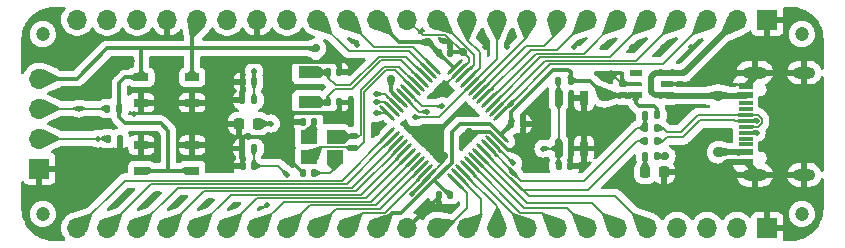
<source format=gtl>
%TF.GenerationSoftware,KiCad,Pcbnew,7.0.5*%
%TF.CreationDate,2023-06-29T00:31:54+08:00*%
%TF.ProjectId,UINIO-MCU-GD32F103C,55494e49-4f2d-44d4-9355-2d4744333246,Version 2.0.0*%
%TF.SameCoordinates,PX9357ba0PY5667240*%
%TF.FileFunction,Copper,L1,Top*%
%TF.FilePolarity,Positive*%
%FSLAX46Y46*%
G04 Gerber Fmt 4.6, Leading zero omitted, Abs format (unit mm)*
G04 Created by KiCad (PCBNEW 7.0.5) date 2023-06-29 00:31:54*
%MOMM*%
%LPD*%
G01*
G04 APERTURE LIST*
G04 Aperture macros list*
%AMRoundRect*
0 Rectangle with rounded corners*
0 $1 Rounding radius*
0 $2 $3 $4 $5 $6 $7 $8 $9 X,Y pos of 4 corners*
0 Add a 4 corners polygon primitive as box body*
4,1,4,$2,$3,$4,$5,$6,$7,$8,$9,$2,$3,0*
0 Add four circle primitives for the rounded corners*
1,1,$1+$1,$2,$3*
1,1,$1+$1,$4,$5*
1,1,$1+$1,$6,$7*
1,1,$1+$1,$8,$9*
0 Add four rect primitives between the rounded corners*
20,1,$1+$1,$2,$3,$4,$5,0*
20,1,$1+$1,$4,$5,$6,$7,0*
20,1,$1+$1,$6,$7,$8,$9,0*
20,1,$1+$1,$8,$9,$2,$3,0*%
%AMHorizOval*
0 Thick line with rounded ends*
0 $1 width*
0 $2 $3 position (X,Y) of the first rounded end (center of the circle)*
0 $4 $5 position (X,Y) of the second rounded end (center of the circle)*
0 Add line between two ends*
20,1,$1,$2,$3,$4,$5,0*
0 Add two circle primitives to create the rounded ends*
1,1,$1,$2,$3*
1,1,$1,$4,$5*%
G04 Aperture macros list end*
%TA.AperFunction,SMDPad,CuDef*%
%ADD10RoundRect,0.135000X-0.135000X-0.185000X0.135000X-0.185000X0.135000X0.185000X-0.135000X0.185000X0*%
%TD*%
%TA.AperFunction,SMDPad,CuDef*%
%ADD11RoundRect,0.140000X-0.140000X-0.170000X0.140000X-0.170000X0.140000X0.170000X-0.140000X0.170000X0*%
%TD*%
%TA.AperFunction,SMDPad,CuDef*%
%ADD12RoundRect,0.135000X0.135000X0.185000X-0.135000X0.185000X-0.135000X-0.185000X0.135000X-0.185000X0*%
%TD*%
%TA.AperFunction,SMDPad,CuDef*%
%ADD13R,0.650000X1.200000*%
%TD*%
%TA.AperFunction,SMDPad,CuDef*%
%ADD14R,1.800000X1.000000*%
%TD*%
%TA.AperFunction,SMDPad,CuDef*%
%ADD15R,1.000000X0.600000*%
%TD*%
%TA.AperFunction,SMDPad,CuDef*%
%ADD16RoundRect,0.140000X0.140000X0.170000X-0.140000X0.170000X-0.140000X-0.170000X0.140000X-0.170000X0*%
%TD*%
%TA.AperFunction,SMDPad,CuDef*%
%ADD17RoundRect,0.218750X0.218750X0.256250X-0.218750X0.256250X-0.218750X-0.256250X0.218750X-0.256250X0*%
%TD*%
%TA.AperFunction,SMDPad,CuDef*%
%ADD18R,1.200000X0.650000*%
%TD*%
%TA.AperFunction,ComponentPad*%
%ADD19R,1.700000X1.700000*%
%TD*%
%TA.AperFunction,ComponentPad*%
%ADD20O,1.700000X1.700000*%
%TD*%
%TA.AperFunction,SMDPad,CuDef*%
%ADD21RoundRect,0.140000X0.170000X-0.140000X0.170000X0.140000X-0.170000X0.140000X-0.170000X-0.140000X0*%
%TD*%
%TA.AperFunction,ComponentPad*%
%ADD22C,1.200000*%
%TD*%
%TA.AperFunction,ComponentPad*%
%ADD23O,2.100000X1.000000*%
%TD*%
%TA.AperFunction,ComponentPad*%
%ADD24O,1.900000X1.000000*%
%TD*%
%TA.AperFunction,SMDPad,CuDef*%
%ADD25R,1.150000X0.600000*%
%TD*%
%TA.AperFunction,SMDPad,CuDef*%
%ADD26R,1.150000X0.300000*%
%TD*%
%TA.AperFunction,SMDPad,CuDef*%
%ADD27RoundRect,0.140000X-0.170000X0.140000X-0.170000X-0.140000X0.170000X-0.140000X0.170000X0.140000X0*%
%TD*%
%TA.AperFunction,SMDPad,CuDef*%
%ADD28R,1.400000X1.200000*%
%TD*%
%TA.AperFunction,SMDPad,CuDef*%
%ADD29RoundRect,0.135000X-0.185000X0.135000X-0.185000X-0.135000X0.185000X-0.135000X0.185000X0.135000X0*%
%TD*%
%TA.AperFunction,SMDPad,CuDef*%
%ADD30HorizOval,0.280000X-0.537401X0.537401X0.537401X-0.537401X0*%
%TD*%
%TA.AperFunction,SMDPad,CuDef*%
%ADD31HorizOval,0.280000X-0.537401X-0.537401X0.537401X0.537401X0*%
%TD*%
%TA.AperFunction,SMDPad,CuDef*%
%ADD32RoundRect,0.218750X-0.218750X-0.256250X0.218750X-0.256250X0.218750X0.256250X-0.218750X0.256250X0*%
%TD*%
%TA.AperFunction,ViaPad*%
%ADD33C,0.700000*%
%TD*%
%TA.AperFunction,ViaPad*%
%ADD34C,0.500000*%
%TD*%
%TA.AperFunction,ViaPad*%
%ADD35C,0.900000*%
%TD*%
%TA.AperFunction,ViaPad*%
%ADD36C,1.100000*%
%TD*%
%TA.AperFunction,Conductor*%
%ADD37C,0.200000*%
%TD*%
%TA.AperFunction,Conductor*%
%ADD38C,0.300000*%
%TD*%
%TA.AperFunction,Conductor*%
%ADD39C,0.500000*%
%TD*%
%TA.AperFunction,Conductor*%
%ADD40C,0.400000*%
%TD*%
G04 APERTURE END LIST*
D10*
%TO.P,R1,1*%
%TO.N,Net-(D1-A)*%
X17600000Y-12840000D03*
%TO.P,R1,2*%
%TO.N,/VDD_3.3V*%
X18620000Y-12840000D03*
%TD*%
D11*
%TO.P,C7,1*%
%TO.N,GND*%
X-16480000Y-6565000D03*
%TO.P,C7,2*%
%TO.N,/BOOT0*%
X-15520000Y-6565000D03*
%TD*%
D12*
%TO.P,R8,1*%
%TO.N,GND*%
X-26910000Y-11380000D03*
%TO.P,R8,2*%
%TO.N,/PA14{slash}SWCLK*%
X-27930000Y-11380000D03*
%TD*%
D13*
%TO.P,SW2,1,1*%
%TO.N,/NRST*%
X10265000Y-12220000D03*
%TO.P,SW2,2,2*%
X10265000Y-7920000D03*
%TO.P,SW2,3,3*%
%TO.N,GND*%
X12415000Y-12220000D03*
%TO.P,SW2,4,4*%
X12415000Y-7920000D03*
%TD*%
D14*
%TO.P,Y1,1,1*%
%TO.N,Net-(U2-PC15_OSC32_OUT)*%
X-10870000Y-8280000D03*
%TO.P,Y1,2,GND*%
%TO.N,Net-(U2-PC14_OSC32_IN)*%
X-10870000Y-5780000D03*
%TD*%
D15*
%TO.P,U1,1,Vin*%
%TO.N,/VDD_5V*%
X19400000Y-7716000D03*
%TO.P,U1,2,Vss*%
%TO.N,GND*%
X19400000Y-6766000D03*
%TO.P,U1,3,CE*%
%TO.N,/VDD_5V*%
X19400000Y-5816000D03*
%TO.P,U1,4,NC*%
%TO.N,unconnected-(U1-NC-Pad4)*%
X16800000Y-5816000D03*
%TO.P,U1,5,Vout*%
%TO.N,/VDD_3.3V*%
X16800000Y-7716000D03*
%TD*%
D16*
%TO.P,C11,1*%
%TO.N,GND*%
X-8310000Y-8320000D03*
%TO.P,C11,2*%
%TO.N,Net-(U2-PC15_OSC32_OUT)*%
X-9270000Y-8320000D03*
%TD*%
D17*
%TO.P,D1,1,K*%
%TO.N,GND*%
X19177500Y-14230000D03*
%TO.P,D1,2,A*%
%TO.N,Net-(D1-A)*%
X17602500Y-14230000D03*
%TD*%
D18*
%TO.P,SW3,1,1*%
%TO.N,GND*%
X-20760000Y-8340000D03*
%TO.P,SW3,2,2*%
X-25060000Y-8340000D03*
%TO.P,SW3,3,3*%
%TO.N,/VDD_3.3V*%
X-20760000Y-6190000D03*
%TO.P,SW3,4,4*%
X-25060000Y-6190000D03*
%TD*%
D19*
%TO.P,J3,1,Pin_1*%
%TO.N,GND*%
X-33700000Y-13920000D03*
D20*
%TO.P,J3,2,Pin_2*%
%TO.N,/PA14{slash}SWCLK*%
X-33700000Y-11380000D03*
%TO.P,J3,3,Pin_3*%
%TO.N,/PA13{slash}SWDIO*%
X-33700000Y-8840000D03*
%TO.P,J3,4,Pin_4*%
%TO.N,/VDD_3.3V*%
X-33700000Y-6300000D03*
%TD*%
D21*
%TO.P,C2,1*%
%TO.N,GND*%
X20500000Y-6780000D03*
%TO.P,C2,2*%
%TO.N,/VDD_5V*%
X20500000Y-5820000D03*
%TD*%
D12*
%TO.P,R10,1*%
%TO.N,/BOOT0*%
X-15490000Y-8115000D03*
%TO.P,R10,2*%
%TO.N,GND*%
X-16510000Y-8115000D03*
%TD*%
D22*
%TO.P,HOLE\u002A\u002A,*%
%TO.N,*%
X30850000Y-17740000D03*
%TD*%
D12*
%TO.P,R4,1*%
%TO.N,/VDD_3.3V*%
X18620000Y-9410000D03*
%TO.P,R4,2*%
%TO.N,/PA12*%
X17600000Y-9410000D03*
%TD*%
D22*
%TO.P,HOLE\u002A\u002A,*%
%TO.N,*%
X-33410000Y-17740000D03*
%TD*%
%TO.P,HOLE\u002A\u002A,*%
%TO.N,*%
X-33410000Y-2530000D03*
%TD*%
D11*
%TO.P,C4,1*%
%TO.N,GND*%
X100000Y-16120000D03*
%TO.P,C4,2*%
%TO.N,/VDD_3.3V*%
X1060000Y-16120000D03*
%TD*%
D16*
%TO.P,C10,1*%
%TO.N,GND*%
X-8310000Y-5750000D03*
%TO.P,C10,2*%
%TO.N,Net-(U2-PC14_OSC32_IN)*%
X-9270000Y-5750000D03*
%TD*%
D23*
%TO.P,USB1,13,GND*%
%TO.N,GND*%
X26861000Y-14445000D03*
%TO.P,USB1,14,GND*%
X26861000Y-5795000D03*
D24*
%TO.P,USB1,15,GND*%
X31061000Y-14445000D03*
%TO.P,USB1,16,GND*%
X31061000Y-5795000D03*
D25*
%TO.P,USB1,A1B12,GND*%
X26099000Y-13320000D03*
%TO.P,USB1,A4B9,VBUS*%
%TO.N,/VDD_5V*%
X26099000Y-12520000D03*
D26*
%TO.P,USB1,A5,CC1*%
%TO.N,unconnected-(USB1-CC1-PadA5)*%
X26099000Y-11370000D03*
%TO.P,USB1,A6,DP1*%
%TO.N,/USB_Data+*%
X26099000Y-10370000D03*
%TO.P,USB1,A7,DN1*%
%TO.N,/USB_Data-*%
X26099000Y-9870000D03*
%TO.P,USB1,A8,SBU1*%
%TO.N,unconnected-(USB1-SBU1-PadA8)*%
X26099000Y-8870000D03*
D25*
%TO.P,USB1,B1A12,GND*%
%TO.N,GND*%
X26099000Y-6920000D03*
%TO.P,USB1,B4A9,VBUS*%
%TO.N,/VDD_5V*%
X26099000Y-7720000D03*
D26*
%TO.P,USB1,B5,CC2*%
%TO.N,unconnected-(USB1-CC2-PadB5)*%
X26099000Y-8370000D03*
%TO.P,USB1,B6,DP2*%
%TO.N,/USB_Data+*%
X26099000Y-9370000D03*
%TO.P,USB1,B7,DN2*%
%TO.N,/USB_Data-*%
X26099000Y-10870000D03*
%TO.P,USB1,B8,SBU2*%
%TO.N,unconnected-(USB1-SBU2-PadB8)*%
X26099000Y-11870000D03*
%TD*%
D27*
%TO.P,C5,1*%
%TO.N,GND*%
X15690000Y-6760000D03*
%TO.P,C5,2*%
%TO.N,/VDD_3.3V*%
X15690000Y-7720000D03*
%TD*%
D10*
%TO.P,R9,1*%
%TO.N,/PA13{slash}SWDIO*%
X-27940000Y-8840000D03*
%TO.P,R9,2*%
%TO.N,/VDD_3.3V*%
X-26920000Y-8840000D03*
%TD*%
D28*
%TO.P,Y2,1,1*%
%TO.N,Net-(U2-PD1_OSC_OUT)*%
X-10830000Y-12960000D03*
%TO.P,Y2,2,2*%
%TO.N,Net-(C12-Pad2)*%
X-8630000Y-12960000D03*
%TO.P,Y2,3,3*%
%TO.N,Net-(U2-PD0_OSC_IN)*%
X-8630000Y-11260000D03*
%TO.P,Y2,4,4*%
%TO.N,Net-(C8-Pad2)*%
X-10830000Y-11260000D03*
%TD*%
D12*
%TO.P,R5,1*%
%TO.N,/PB2{slash}BOOT1*%
X-15490000Y-12215000D03*
%TO.P,R5,2*%
%TO.N,GND*%
X-16510000Y-12215000D03*
%TD*%
D16*
%TO.P,C6,1*%
%TO.N,GND*%
X1070000Y-4140000D03*
%TO.P,C6,2*%
%TO.N,/VDD_3.3V*%
X110000Y-4140000D03*
%TD*%
D29*
%TO.P,R7,1*%
%TO.N,Net-(U2-PD0_OSC_IN)*%
X-7160000Y-11180000D03*
%TO.P,R7,2*%
%TO.N,Net-(U2-PD1_OSC_OUT)*%
X-7160000Y-12200000D03*
%TD*%
D30*
%TO.P,U2,1,VBAT*%
%TO.N,/VBAT*%
X-339239Y-5316674D03*
%TO.P,U2,2,PC13_TAMPER_RTC*%
%TO.N,/PC13*%
X-692792Y-5670227D03*
%TO.P,U2,3,PC14_OSC32_IN*%
%TO.N,Net-(U2-PC14_OSC32_IN)*%
X-1046346Y-6023781D03*
%TO.P,U2,4,PC15_OSC32_OUT*%
%TO.N,Net-(U2-PC15_OSC32_OUT)*%
X-1399899Y-6377334D03*
%TO.P,U2,5,PD0_OSC_IN*%
%TO.N,Net-(U2-PD0_OSC_IN)*%
X-1753452Y-6730887D03*
%TO.P,U2,6,PD1_OSC_OUT*%
%TO.N,Net-(U2-PD1_OSC_OUT)*%
X-2107006Y-7084441D03*
%TO.P,U2,7,NRST*%
%TO.N,/NRST*%
X-2460559Y-7437994D03*
%TO.P,U2,8,VSSA*%
%TO.N,Net-(U2-VSSA)*%
X-2814113Y-7791548D03*
%TO.P,U2,9,VDDA*%
%TO.N,/VDD_3.3V*%
X-3167666Y-8145101D03*
%TO.P,U2,10,PA0_WAKEUP*%
%TO.N,/PA0*%
X-3521219Y-8498654D03*
%TO.P,U2,11,PA1*%
%TO.N,/PA1*%
X-3874773Y-8852208D03*
%TO.P,U2,12,PA2*%
%TO.N,/PA2*%
X-4228326Y-9205761D03*
D31*
%TO.P,U2,13,PA3*%
%TO.N,/PA3*%
X-4228326Y-11044239D03*
%TO.P,U2,14,PA4*%
%TO.N,/PA4*%
X-3874773Y-11397792D03*
%TO.P,U2,15,PA5*%
%TO.N,/PA5*%
X-3521219Y-11751346D03*
%TO.P,U2,16,PA6*%
%TO.N,/PA6*%
X-3167666Y-12104899D03*
%TO.P,U2,17,PA7*%
%TO.N,/PA7*%
X-2814113Y-12458452D03*
%TO.P,U2,18,PB0*%
%TO.N,/PB0*%
X-2460559Y-12812006D03*
%TO.P,U2,19,PB1*%
%TO.N,/PB1*%
X-2107006Y-13165559D03*
%TO.P,U2,20,PB2*%
%TO.N,/PB2{slash}BOOT1*%
X-1753452Y-13519113D03*
%TO.P,U2,21,PB10*%
%TO.N,/PB10*%
X-1399899Y-13872666D03*
%TO.P,U2,22,PB11*%
%TO.N,/PB11*%
X-1046346Y-14226219D03*
%TO.P,U2,23,VSS_1*%
%TO.N,GND*%
X-692792Y-14579773D03*
%TO.P,U2,24,VDD_1*%
%TO.N,/VDD_3.3V*%
X-339239Y-14933326D03*
D30*
%TO.P,U2,25,PB12*%
%TO.N,/PB12*%
X1499239Y-14933326D03*
%TO.P,U2,26,PB13*%
%TO.N,/PB13*%
X1852792Y-14579773D03*
%TO.P,U2,27,PB14*%
%TO.N,/PB14*%
X2206346Y-14226219D03*
%TO.P,U2,28,PB15*%
%TO.N,/PB15*%
X2559899Y-13872666D03*
%TO.P,U2,29,PA8*%
%TO.N,/PA8*%
X2913452Y-13519113D03*
%TO.P,U2,30,PA9*%
%TO.N,/PA9*%
X3267006Y-13165559D03*
%TO.P,U2,31,PA10*%
%TO.N,/PA10*%
X3620559Y-12812006D03*
%TO.P,U2,32,PA11*%
%TO.N,/PA11*%
X3974113Y-12458452D03*
%TO.P,U2,33,PA12*%
%TO.N,/PA12*%
X4327666Y-12104899D03*
%TO.P,U2,34,PA13*%
%TO.N,/PA13{slash}SWDIO*%
X4681219Y-11751346D03*
%TO.P,U2,35,VSS_2*%
%TO.N,GND*%
X5034773Y-11397792D03*
%TO.P,U2,36,VDD_2*%
%TO.N,/VDD_3.3V*%
X5388326Y-11044239D03*
D31*
%TO.P,U2,37,PA14*%
%TO.N,/PA14{slash}SWCLK*%
X5388326Y-9205761D03*
%TO.P,U2,38,PA15*%
%TO.N,/PA15*%
X5034773Y-8852208D03*
%TO.P,U2,39,PB3*%
%TO.N,/PB3*%
X4681219Y-8498654D03*
%TO.P,U2,40,PB4*%
%TO.N,/PB4*%
X4327666Y-8145101D03*
%TO.P,U2,41,PB5*%
%TO.N,/PB5*%
X3974113Y-7791548D03*
%TO.P,U2,42,PB6*%
%TO.N,/PB6*%
X3620559Y-7437994D03*
%TO.P,U2,43,PB7*%
%TO.N,/PB7*%
X3267006Y-7084441D03*
%TO.P,U2,44,BOOT0*%
%TO.N,/BOOT0*%
X2913452Y-6730887D03*
%TO.P,U2,45,PB8*%
%TO.N,/PB8*%
X2559899Y-6377334D03*
%TO.P,U2,46,PB9*%
%TO.N,/PB9*%
X2206346Y-6023781D03*
%TO.P,U2,47,VSS_3*%
%TO.N,GND*%
X1852792Y-5670227D03*
%TO.P,U2,48,VDD_3*%
%TO.N,/VDD_3.3V*%
X1499239Y-5316674D03*
%TD*%
D11*
%TO.P,C8,1*%
%TO.N,GND*%
X-11400000Y-9950000D03*
%TO.P,C8,2*%
%TO.N,Net-(C8-Pad2)*%
X-10440000Y-9950000D03*
%TD*%
D22*
%TO.P,HOLE\u002A\u002A,*%
%TO.N,*%
X30850000Y-2520000D03*
%TD*%
D10*
%TO.P,R3,1*%
%TO.N,/PA11*%
X17600000Y-11590000D03*
%TO.P,R3,2*%
%TO.N,/USB_Data-*%
X18620000Y-11590000D03*
%TD*%
%TO.P,R2,1*%
%TO.N,/PA12*%
X17600000Y-10500000D03*
%TO.P,R2,2*%
%TO.N,/USB_Data+*%
X18620000Y-10500000D03*
%TD*%
D11*
%TO.P,C1,1*%
%TO.N,GND*%
X-16480000Y-13715000D03*
%TO.P,C1,2*%
%TO.N,/PB2{slash}BOOT1*%
X-15520000Y-13715000D03*
%TD*%
D32*
%TO.P,L1,1,1*%
%TO.N,GND*%
X-16787500Y-10115000D03*
%TO.P,L1,2,2*%
%TO.N,Net-(U2-VSSA)*%
X-15212500Y-10115000D03*
%TD*%
D11*
%TO.P,C9,1*%
%TO.N,/NRST*%
X10260000Y-13710000D03*
%TO.P,C9,2*%
%TO.N,GND*%
X11220000Y-13710000D03*
%TD*%
D16*
%TO.P,C3,1*%
%TO.N,GND*%
X7230000Y-10160000D03*
%TO.P,C3,2*%
%TO.N,/VDD_3.3V*%
X6270000Y-10160000D03*
%TD*%
D12*
%TO.P,R6,1*%
%TO.N,/VDD_3.3V*%
X11270000Y-6460000D03*
%TO.P,R6,2*%
%TO.N,/NRST*%
X10250000Y-6460000D03*
%TD*%
D11*
%TO.P,C12,1*%
%TO.N,GND*%
X-11400000Y-14270000D03*
%TO.P,C12,2*%
%TO.N,Net-(C12-Pad2)*%
X-10440000Y-14270000D03*
%TD*%
D18*
%TO.P,SW1,1,1*%
%TO.N,GND*%
X-25060000Y-11940000D03*
%TO.P,SW1,2,2*%
X-20760000Y-11940000D03*
%TO.P,SW1,3,3*%
%TO.N,/VDD_3.3V*%
X-25060000Y-14090000D03*
%TO.P,SW1,4,4*%
X-20760000Y-14090000D03*
%TD*%
D19*
%TO.P,J1,1,Pin_1*%
%TO.N,GND*%
X27930000Y-18950000D03*
D20*
%TO.P,J1,2,Pin_2*%
%TO.N,/VDD_3.3V*%
X25390000Y-18950000D03*
%TO.P,J1,3,Pin_3*%
%TO.N,/PA13{slash}SWDIO*%
X22850000Y-18950000D03*
%TO.P,J1,4,Pin_4*%
%TO.N,/PA12*%
X20310000Y-18950000D03*
%TO.P,J1,5,Pin_5*%
%TO.N,/PA11*%
X17770000Y-18950000D03*
%TO.P,J1,6,Pin_6*%
%TO.N,/PA10*%
X15230000Y-18950000D03*
%TO.P,J1,7,Pin_7*%
%TO.N,/PA9*%
X12690000Y-18950000D03*
%TO.P,J1,8,Pin_8*%
%TO.N,/PA8*%
X10150000Y-18950000D03*
%TO.P,J1,9,Pin_9*%
%TO.N,/PB15*%
X7610000Y-18950000D03*
%TO.P,J1,10,Pin_10*%
%TO.N,/PB14*%
X5070000Y-18950000D03*
%TO.P,J1,11,Pin_11*%
%TO.N,/PB13*%
X2530000Y-18950000D03*
%TO.P,J1,12,Pin_12*%
%TO.N,/PB12*%
X-10000Y-18950000D03*
%TO.P,J1,13,Pin_13*%
%TO.N,GND*%
X-2550000Y-18950000D03*
%TO.P,J1,14,Pin_14*%
%TO.N,/VDD_3.3V*%
X-5090000Y-18950000D03*
%TO.P,J1,15,Pin_15*%
%TO.N,/PB11*%
X-7630000Y-18950000D03*
%TO.P,J1,16,Pin_16*%
%TO.N,/PB10*%
X-10170000Y-18950000D03*
%TO.P,J1,17,Pin_17*%
%TO.N,/PB2{slash}BOOT1*%
X-12710000Y-18950000D03*
%TO.P,J1,18,Pin_18*%
%TO.N,/PB1*%
X-15250000Y-18950000D03*
%TO.P,J1,19,Pin_19*%
%TO.N,/PB0*%
X-17790000Y-18950000D03*
%TO.P,J1,20,Pin_20*%
%TO.N,/PA7*%
X-20330000Y-18950000D03*
%TO.P,J1,21,Pin_21*%
%TO.N,/PA6*%
X-22870000Y-18950000D03*
%TO.P,J1,22,Pin_22*%
%TO.N,/PA5*%
X-25410000Y-18950000D03*
%TO.P,J1,23,Pin_23*%
%TO.N,/PA4*%
X-27950000Y-18950000D03*
%TO.P,J1,24,Pin_24*%
%TO.N,/PA3*%
X-30490000Y-18950000D03*
%TD*%
D19*
%TO.P,J2,1,Pin_1*%
%TO.N,GND*%
X27930000Y-1310000D03*
D20*
%TO.P,J2,2,Pin_2*%
%TO.N,/VDD_5V*%
X25390000Y-1310000D03*
%TO.P,J2,3,Pin_3*%
%TO.N,/PA14{slash}SWCLK*%
X22850000Y-1310000D03*
%TO.P,J2,4,Pin_4*%
%TO.N,/PA15*%
X20310000Y-1310000D03*
%TO.P,J2,5,Pin_5*%
%TO.N,/PB3*%
X17770000Y-1310000D03*
%TO.P,J2,6,Pin_6*%
%TO.N,/PB4*%
X15230000Y-1310000D03*
%TO.P,J2,7,Pin_7*%
%TO.N,/PB5*%
X12690000Y-1310000D03*
%TO.P,J2,8,Pin_8*%
%TO.N,/PB6*%
X10150000Y-1310000D03*
%TO.P,J2,9,Pin_9*%
%TO.N,/PB7*%
X7610000Y-1310000D03*
%TO.P,J2,10,Pin_10*%
%TO.N,/BOOT0*%
X5070000Y-1310000D03*
%TO.P,J2,11,Pin_11*%
%TO.N,/PB8*%
X2530000Y-1310000D03*
%TO.P,J2,12,Pin_12*%
%TO.N,/PB9*%
X-10000Y-1310000D03*
%TO.P,J2,13,Pin_13*%
%TO.N,GND*%
X-2550000Y-1310000D03*
%TO.P,J2,14,Pin_14*%
%TO.N,/VDD_3.3V*%
X-5090000Y-1310000D03*
%TO.P,J2,15,Pin_15*%
%TO.N,/VBAT*%
X-7630000Y-1310000D03*
%TO.P,J2,16,Pin_16*%
%TO.N,/PC13*%
X-10170000Y-1310000D03*
%TO.P,J2,17,Pin_17*%
%TO.N,/VDD_3.3V*%
X-12710000Y-1310000D03*
%TO.P,J2,18,Pin_18*%
%TO.N,GND*%
X-15250000Y-1310000D03*
%TO.P,J2,19,Pin_19*%
%TO.N,/NRST*%
X-17790000Y-1310000D03*
%TO.P,J2,20,Pin_20*%
%TO.N,/VDD_3.3V*%
X-20330000Y-1310000D03*
%TO.P,J2,21,Pin_21*%
%TO.N,GND*%
X-22870000Y-1310000D03*
%TO.P,J2,22,Pin_22*%
%TO.N,/PA0*%
X-25410000Y-1310000D03*
%TO.P,J2,23,Pin_23*%
%TO.N,/PA1*%
X-27950000Y-1310000D03*
%TO.P,J2,24,Pin_24*%
%TO.N,/PA2*%
X-30490000Y-1310000D03*
%TD*%
D33*
%TO.N,GND*%
X9190000Y-10040000D03*
D34*
X11550000Y-3640000D03*
X-28750000Y-7485294D03*
X19110000Y-3640000D03*
X-25860000Y-4780000D03*
D33*
X600000Y-12850000D03*
D34*
X18730000Y-16110000D03*
X-2180000Y-16090000D03*
X14000000Y-3640000D03*
X14730000Y-5820000D03*
X20506000Y-8850000D03*
X-16980000Y-16970000D03*
X-14460000Y-16970000D03*
D33*
X580000Y-7340000D03*
D34*
X-23210000Y-4780000D03*
X-6770000Y-3420000D03*
X-27210000Y-16970000D03*
X21490000Y-3640000D03*
D33*
X12430000Y-10040000D03*
X-12540000Y-13130000D03*
D34*
X-19537500Y-16970000D03*
X5900000Y-3640000D03*
X-22095000Y-16970000D03*
D33*
X2145000Y-4085000D03*
X-16480000Y-4900000D03*
D34*
X3990000Y-3640000D03*
X-28750000Y-10100000D03*
D33*
X-12540000Y-4900000D03*
X-5210000Y-10830000D03*
X2710000Y-10830500D03*
D34*
X-25660000Y-9320000D03*
D33*
X7230000Y-11730000D03*
D34*
X-24652500Y-16970000D03*
X16470000Y-3640000D03*
%TO.N,/PB2{slash}BOOT1*%
X-12710000Y-14480500D03*
D35*
%TO.N,/VDD_5V*%
X23760000Y-12530000D03*
X23760000Y-7730000D03*
D33*
%TO.N,/VDD_3.3V*%
X-820000Y-3180000D03*
X-3950000Y-6310000D03*
X19310000Y-12880000D03*
X-10275000Y-3745000D03*
D36*
X14140000Y-7700000D03*
D34*
%TO.N,/BOOT0*%
X-1889500Y-9585394D03*
X-15520000Y-5660000D03*
%TO.N,/NRST*%
X8970000Y-12220000D03*
X396824Y-8636825D03*
%TO.N,/PA13{slash}SWDIO*%
X6400000Y-13430000D03*
X-30322659Y-8832659D03*
%TO.N,/PA12*%
X6388175Y-14261824D03*
%TO.N,/PA14{slash}SWCLK*%
X6205000Y-8415000D03*
X-28750000Y-11380000D03*
%TO.N,/PA0*%
X-5219708Y-7610292D03*
%TO.N,/PA1*%
X-5230000Y-8270000D03*
%TO.N,/PA2*%
X-5220000Y-9210000D03*
%TO.N,Net-(U2-VSSA)*%
X-14100000Y-10100000D03*
X-900000Y-9110000D03*
%TO.N,/USB_Data-*%
X27030000Y-10870000D03*
X27030000Y-9870000D03*
%TD*%
D37*
%TO.N,/USB_Data-*%
X19100001Y-11590000D02*
X18620000Y-11590000D01*
X19420001Y-11270000D02*
X19100001Y-11590000D01*
X20808200Y-11270000D02*
X19420001Y-11270000D01*
X22233200Y-9845000D02*
X20808200Y-11270000D01*
X25211499Y-9845000D02*
X22233200Y-9845000D01*
X25236499Y-9870000D02*
X25211499Y-9845000D01*
%TO.N,/USB_Data+*%
X19100001Y-10500000D02*
X18620000Y-10500000D01*
X19420001Y-10820000D02*
X19100001Y-10500000D01*
X20621800Y-10820000D02*
X19420001Y-10820000D01*
X25236499Y-9370000D02*
X25211499Y-9395000D01*
%TO.N,/USB_Data-*%
X26099000Y-9870000D02*
X25236499Y-9870000D01*
%TO.N,/USB_Data+*%
X22046800Y-9395000D02*
X20621800Y-10820000D01*
X25211499Y-9395000D02*
X22046800Y-9395000D01*
X26099000Y-9370000D02*
X25236499Y-9370000D01*
D38*
%TO.N,GND*%
X-8610000Y-4900000D02*
X-12540000Y-4900000D01*
D39*
X24560000Y-13320000D02*
X26099000Y-13320000D01*
D38*
X5034773Y-11422792D02*
X5042792Y-11422792D01*
D37*
X2650000Y-4590000D02*
X2650000Y-4898019D01*
X660000Y-2600000D02*
X-1260000Y-2600000D01*
D38*
X-12550000Y-9170000D02*
X-12510000Y-9210000D01*
D37*
X2650000Y-4898019D02*
X1852792Y-5695227D01*
D38*
X-12510000Y-9210000D02*
X-8620000Y-9210000D01*
X-694773Y-14604773D02*
X-692792Y-14604773D01*
X-12550000Y-9950000D02*
X-11400000Y-9950000D01*
X100000Y-16310000D02*
X-2540000Y-18950000D01*
D37*
X600000Y-12850000D02*
X600000Y-13310000D01*
D39*
X19177500Y-14230000D02*
X23650000Y-14230000D01*
D38*
X4440500Y-10830500D02*
X5032792Y-11422792D01*
X100000Y-16190000D02*
X100000Y-16310000D01*
D37*
X580000Y-6960000D02*
X1842792Y-5697208D01*
X600000Y-13310000D02*
X-692792Y-14602792D01*
D38*
X7230000Y-11730000D02*
X7230000Y-10160000D01*
X-12550000Y-13120000D02*
X-12550000Y-9270000D01*
X-12550000Y-4910000D02*
X-12550000Y-9170000D01*
D39*
X31061000Y-5795000D02*
X26861000Y-5795000D01*
D38*
X5042792Y-11422792D02*
X5960000Y-12340000D01*
D39*
X23650000Y-14230000D02*
X24560000Y-13320000D01*
D38*
X-12540000Y-13130000D02*
X-12550000Y-13120000D01*
X2710000Y-10830500D02*
X4440500Y-10830500D01*
X-8310000Y-8900000D02*
X-8310000Y-8320000D01*
X-12540000Y-4900000D02*
X-12550000Y-4910000D01*
X-12550000Y-9270000D02*
X-12550000Y-9950000D01*
D37*
X-1260000Y-2600000D02*
X-2550000Y-1310000D01*
D38*
X-8620000Y-9210000D02*
X-8310000Y-8900000D01*
D39*
X31061000Y-14445000D02*
X31061000Y-5795000D01*
D37*
X2145000Y-4085000D02*
X2650000Y-4590000D01*
D39*
X26861000Y-5795000D02*
X26861000Y-6158000D01*
D38*
X-2180000Y-16090000D02*
X-694773Y-14604773D01*
X-8300000Y-5740000D02*
X-8300000Y-5210000D01*
D39*
X26861000Y-6158000D02*
X26099000Y-6920000D01*
D38*
X-8300000Y-5210000D02*
X-8610000Y-4900000D01*
X6620000Y-12340000D02*
X7230000Y-11730000D01*
D37*
X580000Y-7340000D02*
X580000Y-6960000D01*
D39*
X26861000Y-14081000D02*
X26861000Y-14445000D01*
D38*
X-12540000Y-13130000D02*
X-11400000Y-14270000D01*
X5960000Y-12340000D02*
X6620000Y-12340000D01*
D37*
X15670000Y-6760000D02*
X14730000Y-5820000D01*
X19400000Y-6766000D02*
X20486000Y-6766000D01*
D38*
X1125000Y-4085000D02*
X2145000Y-4085000D01*
D37*
X2145000Y-4085000D02*
X660000Y-2600000D01*
D39*
X26100000Y-13320000D02*
X26861000Y-14081000D01*
D38*
X-16480000Y-4900000D02*
X-12540000Y-4900000D01*
D39*
X26861000Y-14445000D02*
X31061000Y-14445000D01*
D38*
X-12550000Y-9170000D02*
X-12550000Y-9270000D01*
D37*
%TO.N,/PB2{slash}BOOT1*%
X-1753452Y-13553452D02*
X-5240000Y-17040000D01*
X-10800000Y-17040000D02*
X-12710000Y-18950000D01*
X-5240000Y-17040000D02*
X-10800000Y-17040000D01*
X-12710000Y-14480500D02*
X-13475500Y-13715000D01*
X-15520000Y-13715000D02*
X-15520000Y-12245000D01*
X-13475500Y-13715000D02*
X-15520000Y-13715000D01*
D39*
%TO.N,/VDD_5V*%
X23760000Y-12530000D02*
X26094000Y-12530000D01*
X20880000Y-5820000D02*
X25390000Y-1310000D01*
X20500000Y-5820000D02*
X19404000Y-5820000D01*
X18100000Y-6140000D02*
X18100000Y-7410000D01*
X18406000Y-7716000D02*
X19400000Y-7716000D01*
X20500000Y-5820000D02*
X20880000Y-5820000D01*
X23760000Y-7730000D02*
X19414000Y-7730000D01*
X18424000Y-5816000D02*
X18100000Y-6140000D01*
X26094000Y-7730000D02*
X23760000Y-7730000D01*
X18100000Y-7410000D02*
X18406000Y-7716000D01*
X19400000Y-5816000D02*
X18424000Y-5816000D01*
D40*
%TO.N,/VDD_3.3V*%
X15690000Y-7720000D02*
X14160000Y-7720000D01*
D38*
X-25060000Y-14090000D02*
X-20760000Y-14090000D01*
X16800000Y-8370000D02*
X17060000Y-8630000D01*
X-25015000Y-3745000D02*
X-10275000Y-3745000D01*
X19310000Y-12880000D02*
X18660000Y-12880000D01*
X-186674Y-14933326D02*
X-339239Y-14933326D01*
X-22780000Y-10740000D02*
X-23440000Y-10080000D01*
X-3060000Y-17680000D02*
X-3820000Y-17680000D01*
X4489087Y-10170000D02*
X5388326Y-11069239D01*
X-25015000Y-3745000D02*
X-27965000Y-3745000D01*
X16800000Y-7716000D02*
X16800000Y-8370000D01*
X17060000Y-8630000D02*
X18350000Y-8630000D01*
X-3220000Y-3180000D02*
X-820000Y-3180000D01*
X1200000Y-10860000D02*
X1890000Y-10170000D01*
X-25060000Y-14090000D02*
X-22780000Y-14090000D01*
X6270000Y-10180000D02*
X5388326Y-11061674D01*
X1311674Y-5341674D02*
X1499239Y-5341674D01*
X-339239Y-14958326D02*
X1200000Y-13419087D01*
X1890000Y-10170000D02*
X4489087Y-10170000D01*
X-3950000Y-6310000D02*
X-3950000Y-7387767D01*
X-3220000Y-3180000D02*
X-5090000Y-1310000D01*
X-22780000Y-14090000D02*
X-22780000Y-10740000D01*
X-25060000Y-6190000D02*
X-25060000Y-3790000D01*
D40*
X14160000Y-7720000D02*
X14140000Y-7700000D01*
D38*
X-27965000Y-3745000D02*
X-30520000Y-6300000D01*
X-339239Y-14933326D02*
X-339239Y-14958326D01*
X9790000Y-5590000D02*
X11090000Y-5590000D01*
X18620000Y-8900000D02*
X18620000Y-9410000D01*
X-26920000Y-9590000D02*
X-26920000Y-8840000D01*
X-3950000Y-7387767D02*
X-3167666Y-8170101D01*
X5388326Y-11061674D02*
X5388326Y-11069239D01*
X-3820000Y-17680000D02*
X-5090000Y-18950000D01*
X-26920000Y-6700000D02*
X-26410000Y-6190000D01*
X110000Y-4110000D02*
X-820000Y-3180000D01*
X-339239Y-14958326D02*
X-339239Y-14959239D01*
X-26410000Y-6190000D02*
X-25060000Y-6190000D01*
D40*
X16800000Y-7716000D02*
X15694000Y-7716000D01*
D38*
X-26430000Y-10080000D02*
X-26920000Y-9590000D01*
X-30520000Y-6300000D02*
X-33695000Y-6300000D01*
X110000Y-4140000D02*
X1311674Y-5341674D01*
X-20330000Y-1760000D02*
X-20760000Y-2190000D01*
X18350000Y-8630000D02*
X18620000Y-8900000D01*
X11090000Y-5590000D02*
X11270000Y-5770000D01*
X-26920000Y-8840000D02*
X-26920000Y-6700000D01*
X-339239Y-14959239D02*
X-3060000Y-17680000D01*
X-25060000Y-3790000D02*
X-25015000Y-3745000D01*
X1000000Y-16120000D02*
X-186674Y-14933326D01*
X6270000Y-9110000D02*
X9790000Y-5590000D01*
X11270000Y-5770000D02*
X11270000Y-6460000D01*
X12900000Y-6460000D02*
X14140000Y-7700000D01*
X1200000Y-13419087D02*
X1200000Y-10860000D01*
X-23440000Y-10080000D02*
X-26430000Y-10080000D01*
X11270000Y-6460000D02*
X12900000Y-6460000D01*
X-20760000Y-2190000D02*
X-20760000Y-6190000D01*
X6270000Y-10160000D02*
X6270000Y-9110000D01*
D37*
%TO.N,/BOOT0*%
X-1874106Y-9570000D02*
X99339Y-9570000D01*
X5070000Y-4599339D02*
X5070000Y-1310000D01*
X2913452Y-6755887D02*
X5070000Y-4599339D01*
X-15520000Y-6565000D02*
X-15520000Y-8085000D01*
X-15520000Y-6565000D02*
X-15520000Y-5660000D01*
X-1889500Y-9585394D02*
X-1874106Y-9570000D01*
X99339Y-9570000D02*
X2913452Y-6755887D01*
%TO.N,Net-(C8-Pad2)*%
X-10440000Y-9950000D02*
X-10440000Y-10870000D01*
%TO.N,/NRST*%
X10260000Y-6590000D02*
X10260000Y-7915000D01*
X10265000Y-12220000D02*
X10265000Y-7920000D01*
X-1273175Y-8636825D02*
X-2447006Y-7462994D01*
X396824Y-8636825D02*
X-1273175Y-8636825D01*
X10265000Y-12220000D02*
X10265000Y-13705000D01*
X10265000Y-12220000D02*
X8970000Y-12220000D01*
%TO.N,Net-(U2-PC14_OSC32_IN)*%
X-2645127Y-4450000D02*
X-1046346Y-6048781D01*
X-7360000Y-6880000D02*
X-4930000Y-4450000D01*
X-10870000Y-5780000D02*
X-9300000Y-5780000D01*
X-4930000Y-4450000D02*
X-2645127Y-4450000D01*
X-8610000Y-6880000D02*
X-7360000Y-6880000D01*
X-9270000Y-5750000D02*
X-9270000Y-6220000D01*
X-9270000Y-6220000D02*
X-8610000Y-6880000D01*
%TO.N,Net-(U2-PC15_OSC32_OUT)*%
X-9270000Y-8320000D02*
X-9270000Y-7760000D01*
X-9270000Y-7760000D02*
X-8690000Y-7180000D01*
X-4805736Y-4750000D02*
X-3052233Y-4750000D01*
X-10870000Y-8280000D02*
X-9310000Y-8280000D01*
X-7235736Y-7180000D02*
X-4805736Y-4750000D01*
X-8690000Y-7180000D02*
X-7235736Y-7180000D01*
X-3052233Y-4750000D02*
X-1399899Y-6402334D01*
%TO.N,Net-(C12-Pad2)*%
X-10440000Y-14270000D02*
X-9080000Y-14270000D01*
X-8630000Y-13820000D02*
X-8630000Y-12960000D01*
X-9080000Y-14270000D02*
X-8630000Y-13820000D01*
D38*
%TO.N,Net-(D1-A)*%
X17600000Y-12840000D02*
X17600000Y-14227500D01*
D37*
%TO.N,/PA13{slash}SWDIO*%
X-30330000Y-8840000D02*
X-33695000Y-8840000D01*
X6310000Y-13400000D02*
X4686346Y-11776346D01*
X6380000Y-13400000D02*
X6310000Y-13400000D01*
X-27940000Y-8840000D02*
X-30315318Y-8840000D01*
X-30315318Y-8840000D02*
X-30322659Y-8832659D01*
X-30322659Y-8832659D02*
X-30330000Y-8840000D01*
%TO.N,/PA12*%
X6388175Y-14261824D02*
X7056351Y-14930000D01*
X6388175Y-14190408D02*
X4327666Y-12129899D01*
X7056351Y-14930000D02*
X12450000Y-14930000D01*
X6388175Y-14261824D02*
X6388175Y-14190408D01*
X12450000Y-14930000D02*
X16880000Y-10500000D01*
X16880000Y-10500000D02*
X17600000Y-10500000D01*
D38*
X17600000Y-9410000D02*
X17600000Y-10500000D01*
D37*
%TO.N,/PA11*%
X17600000Y-11590000D02*
X16890000Y-11590000D01*
X7180662Y-15690000D02*
X3974113Y-12483452D01*
X12790000Y-15690000D02*
X7180662Y-15690000D01*
X16890000Y-11590000D02*
X12790000Y-15690000D01*
X15060000Y-16250000D02*
X17760000Y-18950000D01*
X3974113Y-12483452D02*
X7740661Y-16250000D01*
X7740661Y-16250000D02*
X15060000Y-16250000D01*
%TO.N,/PA10*%
X3620559Y-12837006D02*
X7613553Y-16830000D01*
X13100000Y-16830000D02*
X15220000Y-18950000D01*
X7613553Y-16830000D02*
X13100000Y-16830000D01*
%TO.N,/PA9*%
X10990000Y-17250000D02*
X12690000Y-18950000D01*
X3267006Y-13190559D02*
X7326447Y-17250000D01*
X7326447Y-17250000D02*
X10990000Y-17250000D01*
%TO.N,/PA8*%
X8860000Y-17660000D02*
X10150000Y-18950000D01*
X7029339Y-17660000D02*
X8860000Y-17660000D01*
X2913452Y-13544113D02*
X7029339Y-17660000D01*
%TO.N,/PB15*%
X2559899Y-13909899D02*
X7600000Y-18950000D01*
%TO.N,/PB14*%
X2206346Y-14251219D02*
X5070000Y-17114873D01*
X5070000Y-17114873D02*
X5070000Y-18950000D01*
%TO.N,/PB13*%
X3730000Y-16481981D02*
X3730000Y-17750000D01*
X1852792Y-14604773D02*
X3730000Y-16481981D01*
X3730000Y-17750000D02*
X2530000Y-18950000D01*
%TO.N,/PB12*%
X2530000Y-15989087D02*
X2530000Y-17260000D01*
X2530000Y-17260000D02*
X840000Y-18950000D01*
X840000Y-18950000D02*
X-10000Y-18950000D01*
X1499239Y-14958326D02*
X2530000Y-15989087D01*
%TO.N,/PB11*%
X-4420000Y-17640000D02*
X-6320000Y-17640000D01*
X-6320000Y-17640000D02*
X-7630000Y-18950000D01*
X-1046346Y-14266346D02*
X-4420000Y-17640000D01*
%TO.N,/PB10*%
X-4842233Y-17340000D02*
X-8560000Y-17340000D01*
X-8560000Y-17340000D02*
X-10170000Y-18950000D01*
X-1399899Y-13897666D02*
X-4842233Y-17340000D01*
%TO.N,/PB1*%
X-5656447Y-16740000D02*
X-13030000Y-16740000D01*
X-2107006Y-13190559D02*
X-5656447Y-16740000D01*
X-13030000Y-16740000D02*
X-15240000Y-18950000D01*
%TO.N,/PB0*%
X-15270000Y-16440000D02*
X-17780000Y-18950000D01*
X-6063553Y-16440000D02*
X-15270000Y-16440000D01*
X-2460559Y-12837006D02*
X-6063553Y-16440000D01*
%TO.N,/PA7*%
X-4190000Y-13860000D02*
X-6460000Y-16130000D01*
X-4190000Y-13859339D02*
X-4190000Y-13860000D01*
X-2814113Y-12483452D02*
X-4190000Y-13859339D01*
X-17500000Y-16130000D02*
X-20320000Y-18950000D01*
X-6460000Y-16130000D02*
X-17500000Y-16130000D01*
%TO.N,/PA6*%
X-6860000Y-15830000D02*
X-19740000Y-15830000D01*
X-3167666Y-12137666D02*
X-6860000Y-15830000D01*
X-19740000Y-15830000D02*
X-22860000Y-18950000D01*
%TO.N,/PA5*%
X-3521219Y-11776346D02*
X-3521219Y-11850386D01*
X-3521219Y-11850386D02*
X-7200833Y-15530000D01*
X-21980000Y-15530000D02*
X-25400000Y-18950000D01*
X-7200833Y-15530000D02*
X-21980000Y-15530000D01*
%TO.N,/PA4*%
X-4418019Y-11958019D02*
X-7690000Y-15230000D01*
X-24220000Y-15230000D02*
X-27940000Y-18950000D01*
X-7690000Y-15230000D02*
X-24220000Y-15230000D01*
%TO.N,/PA3*%
X-8070000Y-14930000D02*
X-26460000Y-14930000D01*
X-4228326Y-11088326D02*
X-8070000Y-14930000D01*
X-26460000Y-14930000D02*
X-30480000Y-18950000D01*
%TO.N,/PA14{slash}SWCLK*%
X9540000Y-5080000D02*
X19080000Y-5080000D01*
X6205000Y-8415000D02*
X9540000Y-5080000D01*
X-27930000Y-11380000D02*
X-33695000Y-11380000D01*
X19080000Y-5080000D02*
X22850000Y-1310000D01*
X6205000Y-8415000D02*
X5389239Y-9230761D01*
%TO.N,/PA15*%
X17020000Y-4600000D02*
X20310000Y-1310000D01*
X16850000Y-4780000D02*
X17020000Y-4610000D01*
X5034773Y-8877208D02*
X9131981Y-4780000D01*
X17020000Y-4610000D02*
X17020000Y-4600000D01*
X9131981Y-4780000D02*
X16850000Y-4780000D01*
%TO.N,/PB3*%
X8724873Y-4480000D02*
X14600000Y-4480000D01*
X14600000Y-4480000D02*
X17770000Y-1310000D01*
X4681219Y-8523654D02*
X8724873Y-4480000D01*
%TO.N,/PB4*%
X12370000Y-4180000D02*
X15230000Y-1320000D01*
X8320000Y-4180000D02*
X12370000Y-4180000D01*
X4853747Y-7646253D02*
X8320000Y-4180000D01*
%TO.N,/PB5*%
X3974113Y-7795887D02*
X7890000Y-3880000D01*
X7890000Y-3880000D02*
X10110000Y-3880000D01*
X10110000Y-3880000D02*
X12680000Y-1310000D01*
%TO.N,/PB6*%
X3620559Y-7462994D02*
X7503553Y-3580000D01*
X10150000Y-2430000D02*
X10150000Y-1310000D01*
X7503553Y-3580000D02*
X9000000Y-3580000D01*
X9000000Y-3580000D02*
X10150000Y-2430000D01*
%TO.N,/PB7*%
X3267006Y-7109441D02*
X7610000Y-2766447D01*
X7610000Y-2766447D02*
X7610000Y-1310000D01*
%TO.N,/PB8*%
X3580000Y-5382233D02*
X3580000Y-4070000D01*
X3580000Y-4070000D02*
X2530000Y-3020000D01*
X2559899Y-6402334D02*
X3580000Y-5382233D01*
X2530000Y-3020000D02*
X2530000Y-1310000D01*
%TO.N,/PB9*%
X3110000Y-4272182D02*
X147818Y-1310000D01*
X3110000Y-5145127D02*
X3110000Y-4272182D01*
X2206346Y-6048781D02*
X3110000Y-5145127D01*
%TO.N,/VBAT*%
X-2090913Y-3590000D02*
X-5350000Y-3590000D01*
X-5350000Y-3590000D02*
X-7630000Y-1310000D01*
X-339239Y-5341674D02*
X-2090913Y-3590000D01*
%TO.N,/PC13*%
X-2420000Y-3960000D02*
X-7520000Y-3960000D01*
X-7520000Y-3960000D02*
X-10170000Y-1310000D01*
X-692792Y-5687208D02*
X-2420000Y-3960000D01*
%TO.N,/PA0*%
X-5219708Y-7610292D02*
X-4419708Y-7610292D01*
X-4419708Y-7610292D02*
X-3521219Y-8508781D01*
%TO.N,/PA1*%
X-5230000Y-8270000D02*
X-4481981Y-8270000D01*
X-4481981Y-8270000D02*
X-3874773Y-8877208D01*
%TO.N,/PA2*%
X-5220000Y-9210000D02*
X-4249087Y-9210000D01*
%TO.N,Net-(U2-VSSA)*%
X-14100000Y-10100000D02*
X-15197500Y-10100000D01*
X-900000Y-9110000D02*
X-1520661Y-9110000D01*
X-1520661Y-9110000D02*
X-2814113Y-7816548D01*
%TO.N,/USB_Data+*%
X27166397Y-9370000D02*
X26099000Y-9370000D01*
X27480000Y-9683603D02*
X27166397Y-9370000D01*
X26099000Y-10370000D02*
X27166397Y-10370000D01*
X27480000Y-10056397D02*
X27480000Y-9683603D01*
X27166397Y-10370000D02*
X27480000Y-10056397D01*
%TO.N,/USB_Data-*%
X26099000Y-9870000D02*
X27030000Y-9870000D01*
X27030000Y-10870000D02*
X26099000Y-10870000D01*
%TO.N,Net-(U2-PD0_OSC_IN)*%
X-8630000Y-11260000D02*
X-7240000Y-11260000D01*
X-3219339Y-5290000D02*
X-1753452Y-6755887D01*
X-6490000Y-7280000D02*
X-4500000Y-5290000D01*
X-7160000Y-11180000D02*
X-6598000Y-11180000D01*
X-6490000Y-11072000D02*
X-6490000Y-7280000D01*
X-4500000Y-5290000D02*
X-3219339Y-5290000D01*
X-6598000Y-11180000D02*
X-6490000Y-11072000D01*
%TO.N,Net-(U2-PD1_OSC_OUT)*%
X-10830000Y-12960000D02*
X-9990000Y-12120000D01*
X-9990000Y-12120000D02*
X-7240000Y-12120000D01*
X-6190000Y-7404264D02*
X-4375736Y-5590000D01*
X-3626447Y-5590000D02*
X-2107006Y-7109441D01*
X-6190000Y-11630000D02*
X-6190000Y-7404264D01*
X-4375736Y-5590000D02*
X-3626447Y-5590000D01*
X-6760000Y-12200000D02*
X-6190000Y-11630000D01*
X-7160000Y-12200000D02*
X-6760000Y-12200000D01*
%TD*%
%TA.AperFunction,Conductor*%
%TO.N,GND*%
G36*
X-23697083Y-10758185D02*
G01*
X-23676442Y-10774818D01*
X-23474819Y-10976441D01*
X-23441335Y-11037763D01*
X-23438501Y-11064121D01*
X-23438501Y-12220003D01*
X-23438500Y-13307500D01*
X-23458185Y-13374539D01*
X-23510988Y-13420294D01*
X-23562500Y-13431500D01*
X-23964988Y-13431500D01*
X-24023776Y-13416678D01*
X-24204496Y-13319367D01*
X-24206423Y-13318137D01*
X-24215938Y-13312941D01*
X-24219027Y-13311541D01*
X-24222532Y-13309655D01*
X-24222541Y-13309650D01*
X-24246289Y-13298389D01*
X-24251870Y-13296084D01*
X-24260645Y-13292461D01*
X-24260650Y-13292459D01*
X-24260651Y-13292459D01*
X-24312335Y-13277195D01*
X-24316441Y-13275825D01*
X-24341863Y-13266344D01*
X-24350799Y-13263011D01*
X-24350801Y-13263010D01*
X-24350803Y-13263010D01*
X-24411346Y-13256500D01*
X-24411362Y-13256500D01*
X-24503140Y-13256500D01*
X-24505577Y-13256451D01*
X-24507791Y-13256363D01*
X-24509416Y-13256298D01*
X-24514810Y-13256469D01*
X-24516763Y-13256500D01*
X-25708655Y-13256500D01*
X-25769203Y-13263011D01*
X-25769205Y-13263011D01*
X-25906205Y-13314111D01*
X-26023261Y-13401739D01*
X-26110889Y-13518795D01*
X-26161989Y-13655795D01*
X-26161989Y-13655797D01*
X-26168500Y-13716345D01*
X-26168500Y-14197500D01*
X-26188185Y-14264539D01*
X-26240989Y-14310294D01*
X-26292500Y-14321500D01*
X-26416047Y-14321500D01*
X-26424146Y-14320969D01*
X-26446127Y-14318075D01*
X-26459999Y-14316249D01*
X-26460001Y-14316249D01*
X-26618849Y-14337161D01*
X-26618854Y-14337163D01*
X-26766875Y-14398474D01*
X-26766877Y-14398476D01*
X-26861533Y-14471107D01*
X-26861532Y-14471108D01*
X-26893989Y-14496014D01*
X-26916004Y-14524703D01*
X-26921355Y-14530805D01*
X-29599971Y-17209420D01*
X-29648831Y-17239505D01*
X-30968732Y-17674603D01*
X-30977971Y-17677845D01*
X-30983351Y-17679850D01*
X-30983372Y-17679859D01*
X-31009018Y-17691546D01*
X-31014596Y-17693768D01*
X-31037564Y-17701653D01*
X-31037577Y-17701659D01*
X-31235573Y-17808809D01*
X-31235578Y-17808812D01*
X-31413239Y-17947092D01*
X-31413244Y-17947097D01*
X-31565716Y-18112723D01*
X-31565724Y-18112734D01*
X-31688860Y-18301207D01*
X-31779297Y-18507385D01*
X-31834564Y-18725628D01*
X-31834566Y-18725640D01*
X-31853156Y-18949994D01*
X-31853156Y-18950005D01*
X-31834566Y-19174359D01*
X-31834564Y-19174371D01*
X-31779297Y-19392614D01*
X-31688860Y-19598792D01*
X-31648080Y-19661210D01*
X-31565722Y-19787268D01*
X-31528392Y-19827819D01*
X-31524988Y-19831516D01*
X-31494065Y-19894171D01*
X-31501925Y-19963597D01*
X-31546072Y-20017753D01*
X-31612489Y-20039444D01*
X-31616217Y-20039500D01*
X-32478258Y-20039500D01*
X-32481735Y-20039402D01*
X-32784368Y-20022407D01*
X-32791282Y-20021628D01*
X-33088384Y-19971147D01*
X-33095168Y-19969599D01*
X-33384757Y-19886170D01*
X-33391324Y-19883872D01*
X-33624546Y-19787269D01*
X-33669747Y-19768546D01*
X-33676012Y-19765529D01*
X-33686713Y-19759615D01*
X-33717093Y-19742824D01*
X-33939772Y-19619753D01*
X-33945664Y-19616051D01*
X-34191442Y-19441662D01*
X-34196883Y-19437324D01*
X-34421592Y-19236511D01*
X-34426512Y-19231591D01*
X-34627325Y-19006882D01*
X-34631663Y-19001441D01*
X-34806052Y-18755663D01*
X-34809754Y-18749771D01*
X-34876840Y-18628388D01*
X-34955534Y-18486002D01*
X-34958544Y-18479754D01*
X-35073874Y-18201320D01*
X-35076171Y-18194756D01*
X-35159600Y-17905167D01*
X-35161148Y-17898383D01*
X-35187582Y-17742809D01*
X-35188059Y-17740003D01*
X-34523249Y-17740003D01*
X-34516193Y-17816158D01*
X-34515999Y-17818927D01*
X-34512209Y-17898470D01*
X-34512208Y-17898475D01*
X-34508445Y-17913986D01*
X-34505479Y-17931774D01*
X-34504294Y-17944559D01*
X-34482459Y-18021305D01*
X-34481848Y-18023621D01*
X-34462299Y-18104201D01*
X-34462298Y-18104206D01*
X-34457109Y-18115568D01*
X-34450641Y-18133134D01*
X-34448078Y-18142141D01*
X-34448072Y-18142158D01*
X-34411060Y-18216487D01*
X-34410162Y-18218367D01*
X-34374359Y-18296765D01*
X-34374353Y-18296776D01*
X-34369121Y-18304123D01*
X-34359132Y-18320771D01*
X-34356503Y-18326050D01*
X-34314582Y-18381562D01*
X-34304488Y-18394929D01*
X-34303474Y-18396310D01*
X-34251559Y-18469215D01*
X-34251557Y-18469217D01*
X-34251556Y-18469218D01*
X-34251555Y-18469219D01*
X-34247541Y-18473047D01*
X-34234163Y-18488057D01*
X-34232708Y-18489983D01*
X-34232705Y-18489987D01*
X-34232702Y-18489989D01*
X-34232701Y-18489991D01*
X-34166464Y-18550374D01*
X-34165470Y-18551301D01*
X-34127079Y-18587906D01*
X-34098346Y-18615303D01*
X-34096602Y-18616424D01*
X-34085481Y-18624970D01*
X-34085456Y-18624938D01*
X-34080881Y-18628393D01*
X-34001429Y-18677588D01*
X-33920253Y-18729757D01*
X-33915000Y-18732465D01*
X-33915034Y-18732529D01*
X-33911512Y-18734308D01*
X-33911350Y-18733984D01*
X-33906227Y-18736534D01*
X-33906218Y-18736540D01*
X-33816218Y-18771405D01*
X-33723722Y-18808436D01*
X-33723721Y-18808436D01*
X-33723483Y-18808482D01*
X-33718248Y-18809729D01*
X-33714663Y-18810748D01*
X-33714655Y-18810751D01*
X-33616771Y-18829048D01*
X-33515849Y-18848500D01*
X-33515844Y-18848500D01*
X-33307284Y-18848500D01*
X-33307282Y-18848500D01*
X-33257868Y-18839262D01*
X-33252425Y-18838494D01*
X-33199261Y-18833419D01*
X-33154332Y-18820225D01*
X-33148280Y-18818776D01*
X-33105345Y-18810751D01*
X-33055440Y-18791417D01*
X-33050513Y-18789743D01*
X-33012397Y-18778550D01*
X-32996138Y-18773777D01*
X-32991556Y-18771415D01*
X-32980500Y-18765714D01*
X-32957456Y-18753834D01*
X-32951450Y-18751131D01*
X-32913782Y-18736540D01*
X-32865474Y-18706627D01*
X-32861252Y-18704236D01*
X-32807974Y-18676771D01*
X-32776344Y-18651896D01*
X-32770664Y-18647923D01*
X-32739118Y-18628392D01*
X-32694690Y-18587889D01*
X-32691279Y-18585000D01*
X-32641568Y-18545908D01*
X-32617373Y-18517984D01*
X-32612292Y-18512774D01*
X-32606379Y-18507384D01*
X-32587299Y-18489991D01*
X-32549107Y-18439414D01*
X-32546486Y-18436177D01*
X-32511956Y-18396328D01*
X-32502935Y-18385918D01*
X-32486103Y-18356761D01*
X-32481889Y-18350403D01*
X-32463497Y-18326050D01*
X-32433779Y-18266366D01*
X-32431978Y-18263014D01*
X-32431182Y-18261635D01*
X-32397087Y-18202582D01*
X-32387154Y-18173881D01*
X-32384075Y-18166547D01*
X-32371926Y-18142152D01*
X-32352776Y-18074842D01*
X-32351752Y-18071593D01*
X-32327847Y-18002527D01*
X-32323994Y-17975722D01*
X-32322262Y-17967597D01*
X-32315706Y-17944559D01*
X-32308949Y-17871636D01*
X-32308584Y-17868550D01*
X-32301449Y-17818927D01*
X-32297719Y-17792984D01*
X-32298851Y-17769236D01*
X-32298658Y-17760564D01*
X-32296751Y-17740000D01*
X-32303809Y-17663839D01*
X-32304004Y-17661067D01*
X-32304215Y-17656645D01*
X-32307792Y-17581526D01*
X-32311559Y-17566002D01*
X-32314522Y-17548229D01*
X-32315706Y-17535441D01*
X-32337551Y-17458666D01*
X-32338157Y-17456364D01*
X-32357702Y-17375796D01*
X-32362893Y-17364430D01*
X-32369364Y-17346853D01*
X-32371924Y-17337856D01*
X-32371926Y-17337848D01*
X-32408957Y-17263482D01*
X-32409851Y-17261607D01*
X-32413461Y-17253703D01*
X-32445644Y-17183229D01*
X-32450879Y-17175877D01*
X-32460871Y-17159224D01*
X-32463497Y-17153950D01*
X-32481885Y-17129601D01*
X-32515513Y-17085070D01*
X-32516540Y-17083670D01*
X-32547227Y-17040576D01*
X-32568441Y-17010785D01*
X-32571413Y-17007951D01*
X-32572454Y-17006958D01*
X-32585847Y-16991931D01*
X-32587292Y-16990018D01*
X-32587296Y-16990013D01*
X-32587299Y-16990009D01*
X-32653582Y-16929585D01*
X-32654532Y-16928698D01*
X-32658931Y-16924504D01*
X-32703475Y-16882031D01*
X-32721657Y-16864694D01*
X-32723399Y-16863575D01*
X-32734520Y-16855029D01*
X-32734544Y-16855062D01*
X-32739123Y-16851604D01*
X-32818558Y-16802420D01*
X-32899742Y-16750246D01*
X-32905001Y-16747535D01*
X-32904968Y-16747470D01*
X-32908488Y-16745692D01*
X-32908649Y-16746016D01*
X-32913778Y-16743462D01*
X-32913782Y-16743460D01*
X-33003768Y-16708600D01*
X-33096278Y-16671564D01*
X-33096286Y-16671562D01*
X-33096530Y-16671515D01*
X-33101743Y-16670273D01*
X-33105342Y-16669249D01*
X-33203323Y-16650933D01*
X-33304150Y-16631500D01*
X-33304151Y-16631500D01*
X-33307282Y-16631500D01*
X-33512718Y-16631500D01*
X-33512724Y-16631500D01*
X-33562115Y-16640732D01*
X-33567614Y-16641507D01*
X-33620735Y-16646580D01*
X-33620739Y-16646580D01*
X-33620739Y-16646581D01*
X-33633000Y-16650181D01*
X-33665652Y-16659768D01*
X-33671729Y-16661224D01*
X-33714649Y-16669247D01*
X-33714662Y-16669250D01*
X-33764562Y-16688582D01*
X-33769491Y-16690257D01*
X-33823860Y-16706222D01*
X-33862541Y-16726162D01*
X-33868555Y-16728868D01*
X-33906219Y-16743460D01*
X-33906220Y-16743460D01*
X-33954526Y-16773370D01*
X-33958755Y-16775764D01*
X-34012023Y-16803226D01*
X-34043646Y-16828094D01*
X-34049335Y-16832073D01*
X-34080884Y-16851609D01*
X-34125292Y-16892091D01*
X-34128734Y-16895006D01*
X-34178435Y-16934093D01*
X-34202623Y-16962006D01*
X-34207710Y-16967224D01*
X-34232699Y-16990006D01*
X-34270889Y-17040576D01*
X-34273509Y-17043813D01*
X-34317064Y-17094079D01*
X-34333896Y-17123233D01*
X-34338116Y-17129601D01*
X-34356504Y-17153951D01*
X-34356509Y-17153960D01*
X-34386219Y-17213622D01*
X-34388024Y-17216985D01*
X-34422912Y-17277415D01*
X-34432842Y-17306103D01*
X-34435933Y-17313463D01*
X-34448072Y-17337842D01*
X-34448077Y-17337856D01*
X-34467218Y-17405128D01*
X-34468261Y-17408437D01*
X-34492154Y-17477475D01*
X-34496006Y-17504258D01*
X-34497742Y-17512404D01*
X-34504294Y-17535437D01*
X-34511051Y-17608351D01*
X-34511418Y-17611453D01*
X-34522281Y-17687010D01*
X-34522281Y-17687015D01*
X-34521151Y-17710769D01*
X-34521345Y-17719445D01*
X-34523249Y-17740003D01*
X-35188059Y-17740003D01*
X-35211631Y-17601269D01*
X-35212407Y-17594376D01*
X-35224682Y-17375796D01*
X-35229402Y-17291735D01*
X-35229500Y-17288258D01*
X-35229500Y-15065446D01*
X-35209815Y-14998407D01*
X-35157011Y-14952652D01*
X-35087853Y-14942708D01*
X-35024297Y-14971733D01*
X-34996668Y-15006018D01*
X-34993351Y-15012093D01*
X-34907191Y-15127187D01*
X-34907188Y-15127190D01*
X-34792094Y-15213350D01*
X-34792087Y-15213354D01*
X-34657380Y-15263596D01*
X-34657373Y-15263598D01*
X-34597845Y-15269999D01*
X-34597828Y-15270000D01*
X-33950000Y-15270000D01*
X-33950001Y-14355501D01*
X-33842315Y-14404680D01*
X-33735763Y-14420000D01*
X-33664237Y-14420000D01*
X-33557685Y-14404680D01*
X-33450000Y-14355501D01*
X-33450000Y-15270000D01*
X-32802172Y-15270000D01*
X-32802156Y-15269999D01*
X-32742628Y-15263598D01*
X-32742621Y-15263596D01*
X-32607914Y-15213354D01*
X-32607907Y-15213350D01*
X-32492813Y-15127190D01*
X-32492810Y-15127187D01*
X-32406650Y-15012093D01*
X-32406646Y-15012086D01*
X-32356404Y-14877379D01*
X-32356402Y-14877372D01*
X-32350001Y-14817844D01*
X-32350000Y-14817827D01*
X-32350000Y-14170000D01*
X-33266314Y-14170000D01*
X-33240507Y-14129844D01*
X-33200000Y-13991889D01*
X-33200000Y-13848111D01*
X-33240507Y-13710156D01*
X-33266314Y-13670000D01*
X-32350000Y-13670000D01*
X-32350000Y-13022172D01*
X-32350001Y-13022155D01*
X-32356402Y-12962627D01*
X-32356404Y-12962620D01*
X-32406646Y-12827913D01*
X-32406650Y-12827906D01*
X-32492810Y-12712812D01*
X-32492813Y-12712809D01*
X-32607907Y-12626649D01*
X-32607914Y-12626645D01*
X-32650028Y-12610938D01*
X-32705962Y-12569067D01*
X-32730379Y-12503603D01*
X-32715528Y-12435330D01*
X-32666122Y-12385924D01*
X-32662084Y-12383815D01*
X-31895199Y-12001523D01*
X-31839881Y-11988500D01*
X-29242967Y-11988500D01*
X-29176996Y-12007505D01*
X-29081183Y-12067709D01*
X-28959408Y-12110320D01*
X-28919850Y-12124162D01*
X-28919845Y-12124163D01*
X-28750004Y-12143299D01*
X-28750000Y-12143299D01*
X-28749996Y-12143299D01*
X-28580158Y-12124163D01*
X-28580158Y-12124162D01*
X-28580150Y-12124162D01*
X-28511132Y-12100010D01*
X-28441354Y-12096448D01*
X-28407057Y-12110320D01*
X-28334324Y-12153333D01*
X-28322596Y-12160269D01*
X-28166466Y-12205629D01*
X-28129989Y-12208500D01*
X-27730012Y-12208499D01*
X-27693534Y-12205629D01*
X-27537404Y-12160269D01*
X-27474773Y-12123228D01*
X-27407049Y-12106045D01*
X-27348530Y-12123228D01*
X-27299194Y-12152405D01*
X-27160001Y-12192844D01*
X-27160001Y-11703488D01*
X-27155073Y-11668881D01*
X-27154371Y-11666466D01*
X-27151500Y-11629989D01*
X-27151501Y-11253999D01*
X-27131817Y-11186961D01*
X-27079013Y-11141206D01*
X-27027501Y-11130000D01*
X-26784000Y-11130000D01*
X-26716961Y-11149685D01*
X-26671206Y-11202489D01*
X-26660000Y-11254000D01*
X-26660000Y-12192843D01*
X-26520806Y-12152404D01*
X-26382715Y-12070738D01*
X-26382706Y-12070731D01*
X-26371681Y-12059707D01*
X-26310358Y-12026222D01*
X-26240666Y-12031206D01*
X-26184733Y-12073078D01*
X-26160316Y-12138542D01*
X-26160000Y-12147388D01*
X-26160000Y-12312844D01*
X-26153599Y-12372372D01*
X-26153597Y-12372379D01*
X-26103355Y-12507086D01*
X-26103351Y-12507093D01*
X-26017191Y-12622187D01*
X-26017188Y-12622190D01*
X-25902094Y-12708350D01*
X-25902087Y-12708354D01*
X-25767380Y-12758596D01*
X-25767373Y-12758598D01*
X-25707845Y-12764999D01*
X-25707828Y-12765000D01*
X-25310000Y-12765000D01*
X-25310000Y-12190000D01*
X-24810000Y-12190000D01*
X-24810000Y-12765000D01*
X-24412172Y-12765000D01*
X-24412156Y-12764999D01*
X-24352628Y-12758598D01*
X-24352621Y-12758596D01*
X-24217914Y-12708354D01*
X-24217907Y-12708350D01*
X-24102813Y-12622190D01*
X-24102810Y-12622187D01*
X-24016650Y-12507093D01*
X-24016646Y-12507086D01*
X-23966404Y-12372379D01*
X-23966402Y-12372372D01*
X-23960001Y-12312844D01*
X-23960000Y-12312827D01*
X-23960000Y-12190000D01*
X-24810000Y-12190000D01*
X-25310000Y-12190000D01*
X-25310000Y-11115000D01*
X-24810000Y-11115000D01*
X-24810000Y-11690000D01*
X-23960000Y-11690000D01*
X-23960000Y-11567172D01*
X-23960001Y-11567155D01*
X-23966402Y-11507627D01*
X-23966404Y-11507620D01*
X-24016646Y-11372913D01*
X-24016650Y-11372906D01*
X-24102810Y-11257812D01*
X-24102813Y-11257809D01*
X-24217907Y-11171649D01*
X-24217914Y-11171645D01*
X-24352621Y-11121403D01*
X-24352628Y-11121401D01*
X-24412156Y-11115000D01*
X-24810000Y-11115000D01*
X-25310000Y-11115000D01*
X-25707845Y-11115000D01*
X-25767373Y-11121401D01*
X-25767380Y-11121403D01*
X-25902087Y-11171645D01*
X-25902094Y-11171649D01*
X-25943472Y-11202625D01*
X-26008936Y-11227042D01*
X-26077209Y-11212190D01*
X-26126614Y-11162785D01*
X-26141400Y-11113085D01*
X-26142833Y-11094876D01*
X-26142834Y-11094870D01*
X-26187593Y-10940811D01*
X-26187596Y-10940804D01*
X-26196575Y-10925620D01*
X-26213758Y-10857896D01*
X-26191598Y-10791634D01*
X-26137131Y-10747871D01*
X-26089843Y-10738500D01*
X-23764122Y-10738500D01*
X-23697083Y-10758185D01*
G37*
%TD.AperFunction*%
%TA.AperFunction,Conductor*%
G36*
X29951735Y-210598D02*
G01*
X30102467Y-219062D01*
X30254376Y-227593D01*
X30261269Y-228369D01*
X30502899Y-269424D01*
X30558383Y-278852D01*
X30565167Y-280400D01*
X30854756Y-363829D01*
X30861320Y-366126D01*
X31139754Y-481456D01*
X31146002Y-484466D01*
X31334070Y-588407D01*
X31409771Y-630246D01*
X31415663Y-633948D01*
X31661441Y-808337D01*
X31666882Y-812675D01*
X31891591Y-1013488D01*
X31896511Y-1018408D01*
X32097324Y-1243117D01*
X32101662Y-1248558D01*
X32276051Y-1494336D01*
X32279753Y-1500228D01*
X32425529Y-1763988D01*
X32428546Y-1770253D01*
X32470566Y-1871699D01*
X32543872Y-2048676D01*
X32546170Y-2055243D01*
X32629599Y-2344832D01*
X32631147Y-2351616D01*
X32681628Y-2648718D01*
X32682407Y-2655632D01*
X32699402Y-2958264D01*
X32699500Y-2961741D01*
X32699500Y-5432891D01*
X32679815Y-5499930D01*
X32627011Y-5545685D01*
X32557853Y-5555629D01*
X32494297Y-5526604D01*
X32459219Y-5475956D01*
X32413437Y-5352342D01*
X32413434Y-5352335D01*
X32305850Y-5179732D01*
X32165735Y-5032331D01*
X32165733Y-5032330D01*
X31998804Y-4916143D01*
X31811907Y-4835940D01*
X31612690Y-4795000D01*
X31311000Y-4795000D01*
X31311000Y-5495000D01*
X30811000Y-5495000D01*
X30811000Y-4795000D01*
X30560287Y-4795000D01*
X30408661Y-4810418D01*
X30214618Y-4871299D01*
X30214608Y-4871304D01*
X30036784Y-4970005D01*
X30036783Y-4970005D01*
X29882469Y-5102478D01*
X29882468Y-5102479D01*
X29757981Y-5263304D01*
X29668411Y-5445906D01*
X29642754Y-5545000D01*
X30444889Y-5545000D01*
X30405390Y-5569457D01*
X30337799Y-5658962D01*
X30307105Y-5766840D01*
X30317454Y-5878521D01*
X30367448Y-5978922D01*
X30439931Y-6045000D01*
X29637634Y-6045000D01*
X29637931Y-6046946D01*
X29637933Y-6046952D01*
X29708562Y-6237657D01*
X29708565Y-6237664D01*
X29816149Y-6410267D01*
X29956264Y-6557668D01*
X29956266Y-6557669D01*
X30123195Y-6673856D01*
X30310092Y-6754059D01*
X30509310Y-6795000D01*
X30811000Y-6795000D01*
X30811000Y-6095000D01*
X31311000Y-6095000D01*
X31311000Y-6795000D01*
X31561713Y-6795000D01*
X31713338Y-6779581D01*
X31907381Y-6718700D01*
X31907391Y-6718695D01*
X32085215Y-6619994D01*
X32085216Y-6619994D01*
X32239530Y-6487521D01*
X32239531Y-6487520D01*
X32364018Y-6326695D01*
X32453587Y-6144096D01*
X32455458Y-6136871D01*
X32491318Y-6076906D01*
X32553905Y-6045847D01*
X32623348Y-6053556D01*
X32677600Y-6097584D01*
X32699436Y-6163955D01*
X32699500Y-6167952D01*
X32699500Y-14082891D01*
X32679815Y-14149930D01*
X32627011Y-14195685D01*
X32557853Y-14205629D01*
X32494297Y-14176604D01*
X32459219Y-14125956D01*
X32413437Y-14002342D01*
X32413434Y-14002335D01*
X32305850Y-13829732D01*
X32165735Y-13682331D01*
X32165733Y-13682330D01*
X31998804Y-13566143D01*
X31811907Y-13485940D01*
X31612690Y-13445000D01*
X31311000Y-13445000D01*
X31311000Y-14145000D01*
X30811000Y-14145000D01*
X30811000Y-13445000D01*
X30560287Y-13445000D01*
X30408661Y-13460418D01*
X30214618Y-13521299D01*
X30214608Y-13521304D01*
X30036784Y-13620005D01*
X30036783Y-13620005D01*
X29882469Y-13752478D01*
X29882468Y-13752479D01*
X29757981Y-13913304D01*
X29668411Y-14095906D01*
X29642754Y-14195000D01*
X30444889Y-14195000D01*
X30405390Y-14219457D01*
X30337799Y-14308962D01*
X30307105Y-14416840D01*
X30317454Y-14528521D01*
X30367448Y-14628922D01*
X30439931Y-14695000D01*
X29637634Y-14695000D01*
X29637931Y-14696946D01*
X29637933Y-14696952D01*
X29708562Y-14887657D01*
X29708565Y-14887664D01*
X29816149Y-15060267D01*
X29956264Y-15207668D01*
X29956266Y-15207669D01*
X30123195Y-15323856D01*
X30310092Y-15404059D01*
X30509310Y-15445000D01*
X30811000Y-15445000D01*
X30811000Y-14745000D01*
X31311000Y-14745000D01*
X31311000Y-15445000D01*
X31561713Y-15445000D01*
X31713338Y-15429581D01*
X31907381Y-15368700D01*
X31907391Y-15368695D01*
X32085215Y-15269994D01*
X32085216Y-15269994D01*
X32239530Y-15137521D01*
X32239531Y-15137520D01*
X32364018Y-14976695D01*
X32453587Y-14794096D01*
X32455458Y-14786871D01*
X32491318Y-14726906D01*
X32553905Y-14695847D01*
X32623348Y-14703556D01*
X32677600Y-14747584D01*
X32699436Y-14813955D01*
X32699500Y-14817952D01*
X32699500Y-17288258D01*
X32699402Y-17291735D01*
X32682407Y-17594367D01*
X32681628Y-17601281D01*
X32631147Y-17898383D01*
X32629599Y-17905167D01*
X32546170Y-18194756D01*
X32543872Y-18201323D01*
X32428548Y-18479742D01*
X32425529Y-18486011D01*
X32279753Y-18749771D01*
X32276051Y-18755663D01*
X32101662Y-19001441D01*
X32097324Y-19006882D01*
X31896511Y-19231591D01*
X31891591Y-19236511D01*
X31666882Y-19437324D01*
X31661441Y-19441662D01*
X31415663Y-19616051D01*
X31409771Y-19619753D01*
X31146011Y-19765529D01*
X31139742Y-19768548D01*
X30861323Y-19883872D01*
X30854756Y-19886170D01*
X30565167Y-19969599D01*
X30558383Y-19971147D01*
X30261281Y-20021628D01*
X30254367Y-20022407D01*
X29951735Y-20039402D01*
X29948258Y-20039500D01*
X29397439Y-20039500D01*
X29330400Y-20019815D01*
X29284645Y-19967011D01*
X29274150Y-19902244D01*
X29279999Y-19847844D01*
X29280000Y-19847827D01*
X29280000Y-19200000D01*
X28363686Y-19200000D01*
X28389493Y-19159844D01*
X28430000Y-19021889D01*
X28430000Y-18878111D01*
X28389493Y-18740156D01*
X28363686Y-18700000D01*
X29280000Y-18700000D01*
X29280000Y-18052172D01*
X29279999Y-18052155D01*
X29273598Y-17992627D01*
X29273596Y-17992620D01*
X29223354Y-17857913D01*
X29223350Y-17857906D01*
X29137190Y-17742812D01*
X29137187Y-17742809D01*
X29133439Y-17740003D01*
X29736751Y-17740003D01*
X29743807Y-17816158D01*
X29744001Y-17818927D01*
X29747791Y-17898470D01*
X29747792Y-17898475D01*
X29751555Y-17913986D01*
X29754521Y-17931774D01*
X29755706Y-17944559D01*
X29777541Y-18021305D01*
X29778152Y-18023621D01*
X29797701Y-18104201D01*
X29797702Y-18104206D01*
X29802891Y-18115568D01*
X29809359Y-18133134D01*
X29811922Y-18142141D01*
X29811928Y-18142158D01*
X29848940Y-18216487D01*
X29849838Y-18218367D01*
X29885641Y-18296765D01*
X29885647Y-18296776D01*
X29890879Y-18304123D01*
X29900868Y-18320771D01*
X29903497Y-18326050D01*
X29945418Y-18381562D01*
X29955512Y-18394929D01*
X29956526Y-18396310D01*
X30008441Y-18469215D01*
X30008443Y-18469217D01*
X30008444Y-18469218D01*
X30008445Y-18469219D01*
X30012459Y-18473047D01*
X30025837Y-18488057D01*
X30027292Y-18489983D01*
X30027295Y-18489987D01*
X30027298Y-18489989D01*
X30027299Y-18489991D01*
X30093536Y-18550374D01*
X30094530Y-18551301D01*
X30132921Y-18587906D01*
X30161654Y-18615303D01*
X30163398Y-18616424D01*
X30174519Y-18624970D01*
X30174544Y-18624938D01*
X30179119Y-18628393D01*
X30258571Y-18677588D01*
X30339747Y-18729757D01*
X30345000Y-18732465D01*
X30344966Y-18732529D01*
X30348488Y-18734308D01*
X30348650Y-18733984D01*
X30353773Y-18736534D01*
X30353782Y-18736540D01*
X30443782Y-18771405D01*
X30536279Y-18808435D01*
X30536279Y-18808436D01*
X30536517Y-18808482D01*
X30541752Y-18809729D01*
X30545337Y-18810748D01*
X30545345Y-18810751D01*
X30643229Y-18829048D01*
X30744151Y-18848500D01*
X30744156Y-18848500D01*
X30952716Y-18848500D01*
X30952718Y-18848500D01*
X31002132Y-18839262D01*
X31007575Y-18838494D01*
X31060739Y-18833419D01*
X31105668Y-18820225D01*
X31111720Y-18818776D01*
X31154655Y-18810751D01*
X31204560Y-18791417D01*
X31209487Y-18789743D01*
X31247603Y-18778550D01*
X31263862Y-18773777D01*
X31268444Y-18771415D01*
X31279500Y-18765714D01*
X31302544Y-18753834D01*
X31308550Y-18751131D01*
X31346218Y-18736540D01*
X31394526Y-18706627D01*
X31398748Y-18704236D01*
X31452026Y-18676771D01*
X31483656Y-18651896D01*
X31489336Y-18647923D01*
X31520882Y-18628392D01*
X31565310Y-18587889D01*
X31568721Y-18585000D01*
X31618432Y-18545908D01*
X31642627Y-18517984D01*
X31647708Y-18512774D01*
X31653621Y-18507384D01*
X31672701Y-18489991D01*
X31710893Y-18439414D01*
X31713514Y-18436177D01*
X31748044Y-18396328D01*
X31757065Y-18385918D01*
X31773897Y-18356761D01*
X31778111Y-18350403D01*
X31796503Y-18326050D01*
X31826221Y-18266366D01*
X31828022Y-18263014D01*
X31828818Y-18261635D01*
X31862913Y-18202582D01*
X31872846Y-18173881D01*
X31875925Y-18166547D01*
X31888074Y-18142152D01*
X31907224Y-18074842D01*
X31908248Y-18071593D01*
X31932153Y-18002527D01*
X31936006Y-17975722D01*
X31937738Y-17967597D01*
X31944294Y-17944559D01*
X31951051Y-17871636D01*
X31951416Y-17868550D01*
X31958551Y-17818927D01*
X31962281Y-17792984D01*
X31961149Y-17769236D01*
X31961342Y-17760564D01*
X31963249Y-17740000D01*
X31956191Y-17663839D01*
X31955996Y-17661067D01*
X31955785Y-17656645D01*
X31952208Y-17581526D01*
X31948441Y-17566002D01*
X31945478Y-17548229D01*
X31944294Y-17535441D01*
X31922449Y-17458666D01*
X31921843Y-17456364D01*
X31902298Y-17375796D01*
X31897107Y-17364430D01*
X31890636Y-17346853D01*
X31888076Y-17337856D01*
X31888074Y-17337848D01*
X31851043Y-17263482D01*
X31850149Y-17261607D01*
X31846539Y-17253703D01*
X31814356Y-17183229D01*
X31809121Y-17175877D01*
X31799129Y-17159224D01*
X31796503Y-17153950D01*
X31778115Y-17129601D01*
X31744487Y-17085070D01*
X31743460Y-17083670D01*
X31712773Y-17040576D01*
X31691559Y-17010785D01*
X31688587Y-17007951D01*
X31687546Y-17006958D01*
X31674153Y-16991931D01*
X31672708Y-16990018D01*
X31672704Y-16990013D01*
X31672701Y-16990009D01*
X31606418Y-16929585D01*
X31605468Y-16928698D01*
X31601069Y-16924504D01*
X31556525Y-16882031D01*
X31538343Y-16864694D01*
X31536601Y-16863575D01*
X31525480Y-16855029D01*
X31525456Y-16855062D01*
X31520877Y-16851604D01*
X31441442Y-16802420D01*
X31360258Y-16750246D01*
X31354999Y-16747535D01*
X31355032Y-16747470D01*
X31351512Y-16745692D01*
X31351351Y-16746016D01*
X31346222Y-16743462D01*
X31346218Y-16743460D01*
X31256232Y-16708600D01*
X31163722Y-16671564D01*
X31163714Y-16671562D01*
X31163470Y-16671515D01*
X31158257Y-16670273D01*
X31154658Y-16669249D01*
X31056677Y-16650933D01*
X30955850Y-16631500D01*
X30955849Y-16631500D01*
X30952718Y-16631500D01*
X30747282Y-16631500D01*
X30747276Y-16631500D01*
X30697885Y-16640732D01*
X30692386Y-16641507D01*
X30639265Y-16646580D01*
X30639261Y-16646580D01*
X30639261Y-16646581D01*
X30627000Y-16650181D01*
X30594348Y-16659768D01*
X30588271Y-16661224D01*
X30545351Y-16669247D01*
X30545338Y-16669250D01*
X30495438Y-16688582D01*
X30490509Y-16690257D01*
X30436140Y-16706222D01*
X30397459Y-16726162D01*
X30391445Y-16728868D01*
X30353781Y-16743460D01*
X30353780Y-16743460D01*
X30305474Y-16773370D01*
X30301245Y-16775764D01*
X30247977Y-16803226D01*
X30216354Y-16828094D01*
X30210665Y-16832073D01*
X30179116Y-16851609D01*
X30134708Y-16892091D01*
X30131266Y-16895006D01*
X30081565Y-16934093D01*
X30057377Y-16962006D01*
X30052290Y-16967224D01*
X30027301Y-16990006D01*
X29989111Y-17040576D01*
X29986491Y-17043813D01*
X29942936Y-17094079D01*
X29926104Y-17123233D01*
X29921884Y-17129601D01*
X29903496Y-17153951D01*
X29903491Y-17153960D01*
X29873781Y-17213622D01*
X29871976Y-17216985D01*
X29837088Y-17277415D01*
X29827158Y-17306103D01*
X29824067Y-17313463D01*
X29811928Y-17337842D01*
X29811923Y-17337856D01*
X29792782Y-17405128D01*
X29791739Y-17408437D01*
X29767846Y-17477475D01*
X29763994Y-17504258D01*
X29762258Y-17512404D01*
X29755706Y-17535437D01*
X29748949Y-17608351D01*
X29748582Y-17611453D01*
X29737719Y-17687010D01*
X29737719Y-17687015D01*
X29738849Y-17710769D01*
X29738655Y-17719445D01*
X29736751Y-17740003D01*
X29133439Y-17740003D01*
X29022093Y-17656649D01*
X29022086Y-17656645D01*
X28887379Y-17606403D01*
X28887372Y-17606401D01*
X28827844Y-17600000D01*
X28180000Y-17600000D01*
X28180000Y-18514498D01*
X28072315Y-18465320D01*
X27965763Y-18450000D01*
X27894237Y-18450000D01*
X27787685Y-18465320D01*
X27680000Y-18514498D01*
X27680000Y-17600000D01*
X27032155Y-17600000D01*
X26972627Y-17606401D01*
X26972620Y-17606403D01*
X26837913Y-17656645D01*
X26837906Y-17656649D01*
X26722812Y-17742809D01*
X26722809Y-17742812D01*
X26636649Y-17857906D01*
X26636646Y-17857911D01*
X26590318Y-17982123D01*
X26548446Y-18038056D01*
X26482982Y-18062473D01*
X26414709Y-18047621D01*
X26382910Y-18022775D01*
X26313240Y-17947094D01*
X26135576Y-17808811D01*
X26135575Y-17808810D01*
X26135572Y-17808808D01*
X25937580Y-17701661D01*
X25937577Y-17701659D01*
X25937574Y-17701658D01*
X25937571Y-17701657D01*
X25937569Y-17701656D01*
X25724637Y-17628556D01*
X25502569Y-17591500D01*
X25277431Y-17591500D01*
X25055362Y-17628556D01*
X24842430Y-17701656D01*
X24842419Y-17701661D01*
X24644427Y-17808808D01*
X24644422Y-17808812D01*
X24466761Y-17947092D01*
X24466756Y-17947097D01*
X24314284Y-18112723D01*
X24314276Y-18112734D01*
X24223808Y-18251206D01*
X24170662Y-18296562D01*
X24101431Y-18305986D01*
X24038095Y-18276484D01*
X24016192Y-18251206D01*
X23925723Y-18112734D01*
X23925715Y-18112723D01*
X23773243Y-17947097D01*
X23773238Y-17947092D01*
X23595577Y-17808812D01*
X23595572Y-17808808D01*
X23397580Y-17701661D01*
X23397577Y-17701659D01*
X23397574Y-17701658D01*
X23397571Y-17701657D01*
X23397569Y-17701656D01*
X23184637Y-17628556D01*
X22962569Y-17591500D01*
X22737431Y-17591500D01*
X22515362Y-17628556D01*
X22302430Y-17701656D01*
X22302419Y-17701661D01*
X22104427Y-17808808D01*
X22104422Y-17808812D01*
X21926761Y-17947092D01*
X21926756Y-17947097D01*
X21774284Y-18112723D01*
X21774276Y-18112734D01*
X21683808Y-18251206D01*
X21630662Y-18296562D01*
X21561431Y-18305986D01*
X21498095Y-18276484D01*
X21476192Y-18251206D01*
X21385723Y-18112734D01*
X21385715Y-18112723D01*
X21233243Y-17947097D01*
X21233238Y-17947092D01*
X21055577Y-17808812D01*
X21055572Y-17808808D01*
X20857580Y-17701661D01*
X20857577Y-17701659D01*
X20857574Y-17701658D01*
X20857571Y-17701657D01*
X20857569Y-17701656D01*
X20644637Y-17628556D01*
X20422569Y-17591500D01*
X20197431Y-17591500D01*
X19975362Y-17628556D01*
X19762430Y-17701656D01*
X19762419Y-17701661D01*
X19564427Y-17808808D01*
X19564422Y-17808812D01*
X19386761Y-17947092D01*
X19386756Y-17947097D01*
X19234284Y-18112723D01*
X19234276Y-18112734D01*
X19143808Y-18251206D01*
X19090662Y-18296562D01*
X19021431Y-18305986D01*
X18958095Y-18276484D01*
X18936192Y-18251206D01*
X18845723Y-18112734D01*
X18845715Y-18112723D01*
X18693243Y-17947097D01*
X18693238Y-17947092D01*
X18515577Y-17808812D01*
X18515572Y-17808808D01*
X18317580Y-17701661D01*
X18317577Y-17701660D01*
X18317574Y-17701658D01*
X18317568Y-17701656D01*
X18317566Y-17701655D01*
X18269765Y-17685245D01*
X18262295Y-17682122D01*
X18244085Y-17673072D01*
X16928827Y-17239503D01*
X16879967Y-17209418D01*
X15521354Y-15850805D01*
X15516001Y-15844702D01*
X15511242Y-15838500D01*
X15493987Y-15816013D01*
X15493985Y-15816011D01*
X15493984Y-15816010D01*
X15462075Y-15791526D01*
X15462074Y-15791525D01*
X15462072Y-15791523D01*
X15416728Y-15756729D01*
X15366877Y-15718476D01*
X15366873Y-15718474D01*
X15218851Y-15657161D01*
X15201711Y-15654905D01*
X15199456Y-15654608D01*
X15199455Y-15654607D01*
X15097704Y-15641212D01*
X15097678Y-15641210D01*
X15060001Y-15636250D01*
X15059999Y-15636250D01*
X15049527Y-15637628D01*
X15024151Y-15640969D01*
X15016054Y-15641500D01*
X13998411Y-15641500D01*
X13931372Y-15621815D01*
X13885617Y-15569011D01*
X13875673Y-15499853D01*
X13904698Y-15436297D01*
X13910730Y-15429819D01*
X14553678Y-14786871D01*
X16609821Y-12730726D01*
X16671142Y-12697243D01*
X16740834Y-12702227D01*
X16796767Y-12744099D01*
X16821184Y-12809563D01*
X16821500Y-12818409D01*
X16821500Y-13089977D01*
X16821501Y-13089999D01*
X16824370Y-13126463D01*
X16845965Y-13200795D01*
X16847653Y-13208324D01*
X16852075Y-13236026D01*
X16852077Y-13236036D01*
X16865324Y-13278693D01*
X16866406Y-13348554D01*
X16859181Y-13368091D01*
X16722466Y-13659781D01*
X16720965Y-13662561D01*
X16720150Y-13664310D01*
X16666675Y-13825687D01*
X16656500Y-13925281D01*
X16656500Y-14534703D01*
X16656501Y-14534719D01*
X16666676Y-14634315D01*
X16720150Y-14795689D01*
X16720152Y-14795694D01*
X16733881Y-14817952D01*
X16809400Y-14940387D01*
X16929613Y-15060600D01*
X17074308Y-15149849D01*
X17235686Y-15203324D01*
X17335289Y-15213500D01*
X17869710Y-15213499D01*
X17969314Y-15203324D01*
X18130692Y-15149849D01*
X18275387Y-15060600D01*
X18308330Y-15027656D01*
X18369650Y-14994172D01*
X18439342Y-14999156D01*
X18483691Y-15027657D01*
X18509919Y-15053885D01*
X18652922Y-15142091D01*
X18652927Y-15142093D01*
X18812416Y-15194942D01*
X18910856Y-15204999D01*
X18927500Y-15204998D01*
X18927500Y-14480000D01*
X19427500Y-14480000D01*
X19427500Y-15204999D01*
X19444136Y-15204999D01*
X19444152Y-15204998D01*
X19542583Y-15194943D01*
X19702072Y-15142093D01*
X19702077Y-15142091D01*
X19845080Y-15053885D01*
X19963885Y-14935080D01*
X20052091Y-14792077D01*
X20052093Y-14792072D01*
X20104942Y-14632583D01*
X20114999Y-14534150D01*
X20115000Y-14534137D01*
X20115000Y-14480000D01*
X19427500Y-14480000D01*
X18927500Y-14480000D01*
X18927500Y-14104000D01*
X18947185Y-14036961D01*
X18999989Y-13991206D01*
X19051500Y-13980000D01*
X20114999Y-13980000D01*
X20114999Y-13925864D01*
X20114998Y-13925847D01*
X20104943Y-13827416D01*
X20052093Y-13667927D01*
X20052091Y-13667922D01*
X19980385Y-13551669D01*
X19961945Y-13484277D01*
X19982867Y-13417613D01*
X19993774Y-13403600D01*
X20004160Y-13392065D01*
X20008367Y-13387393D01*
X20098599Y-13231107D01*
X20154365Y-13059475D01*
X20173229Y-12880000D01*
X20154365Y-12700525D01*
X20098599Y-12528893D01*
X20008367Y-12372607D01*
X19953222Y-12311362D01*
X19887618Y-12238500D01*
X19887615Y-12238498D01*
X19887614Y-12238497D01*
X19887613Y-12238496D01*
X19779939Y-12160266D01*
X19741614Y-12132421D01*
X19704235Y-12115779D01*
X19650998Y-12070529D01*
X19630677Y-12003679D01*
X19649723Y-11936456D01*
X19702089Y-11890201D01*
X19754671Y-11878500D01*
X20764254Y-11878500D01*
X20772351Y-11879030D01*
X20797727Y-11882371D01*
X20808199Y-11883750D01*
X20808200Y-11883750D01*
X20808201Y-11883750D01*
X20844046Y-11879031D01*
X20846153Y-11878753D01*
X20846178Y-11878751D01*
X20956234Y-11864262D01*
X20967051Y-11862838D01*
X21115071Y-11801526D01*
X21115072Y-11801526D01*
X21115072Y-11801525D01*
X21115076Y-11801524D01*
X21210272Y-11728477D01*
X21210273Y-11728475D01*
X21218364Y-11722267D01*
X21218366Y-11722264D01*
X21242187Y-11703987D01*
X21264210Y-11675286D01*
X21269540Y-11669208D01*
X22448930Y-10489819D01*
X22510253Y-10456334D01*
X22536611Y-10453500D01*
X24891797Y-10453500D01*
X24958836Y-10473185D01*
X25004591Y-10525989D01*
X25014276Y-10565431D01*
X25015145Y-10565338D01*
X25019596Y-10606747D01*
X25019596Y-10633250D01*
X25015500Y-10671353D01*
X25015500Y-11068638D01*
X25019596Y-11106748D01*
X25019596Y-11133252D01*
X25015500Y-11171355D01*
X25015500Y-11568644D01*
X25019596Y-11606748D01*
X25019596Y-11633253D01*
X25016640Y-11660753D01*
X24989903Y-11725304D01*
X24932512Y-11765154D01*
X24893350Y-11771500D01*
X24753627Y-11771500D01*
X24726092Y-11768404D01*
X24711821Y-11765154D01*
X24615764Y-11743278D01*
X24055818Y-11615756D01*
X24040326Y-11612404D01*
X24040349Y-11612295D01*
X24027119Y-11609398D01*
X23947899Y-11585368D01*
X23760000Y-11566862D01*
X23572098Y-11585368D01*
X23391421Y-11640177D01*
X23224914Y-11729176D01*
X23224907Y-11729180D01*
X23078958Y-11848958D01*
X22959180Y-11994907D01*
X22959176Y-11994914D01*
X22870177Y-12161421D01*
X22815368Y-12342098D01*
X22796862Y-12529999D01*
X22815368Y-12717901D01*
X22870177Y-12898578D01*
X22959176Y-13065085D01*
X22959180Y-13065092D01*
X23078958Y-13211041D01*
X23224907Y-13330819D01*
X23224914Y-13330823D01*
X23385539Y-13416678D01*
X23391423Y-13419823D01*
X23572101Y-13474632D01*
X23760000Y-13493138D01*
X23947899Y-13474632D01*
X24032556Y-13448950D01*
X24051526Y-13445350D01*
X24051459Y-13444911D01*
X24055837Y-13444237D01*
X24055840Y-13444237D01*
X24726087Y-13291595D01*
X24753622Y-13288500D01*
X24900000Y-13288500D01*
X24967039Y-13308185D01*
X25012794Y-13360989D01*
X25024000Y-13412500D01*
X25024000Y-13667844D01*
X25030401Y-13727372D01*
X25030403Y-13727379D01*
X25080645Y-13862086D01*
X25080649Y-13862093D01*
X25166809Y-13977187D01*
X25166812Y-13977190D01*
X25289011Y-14068669D01*
X25287921Y-14070124D01*
X25329639Y-14111840D01*
X25344492Y-14180113D01*
X25342175Y-14194253D01*
X25342753Y-14195000D01*
X26094889Y-14195000D01*
X26055390Y-14219457D01*
X25987799Y-14308962D01*
X25957105Y-14416840D01*
X25967454Y-14528521D01*
X26017448Y-14628922D01*
X26089931Y-14695000D01*
X25337634Y-14695000D01*
X25337931Y-14696946D01*
X25337933Y-14696952D01*
X25408562Y-14887657D01*
X25408565Y-14887664D01*
X25516149Y-15060267D01*
X25656264Y-15207668D01*
X25656266Y-15207669D01*
X25823195Y-15323856D01*
X26010092Y-15404059D01*
X26209310Y-15445000D01*
X26611000Y-15445000D01*
X26611000Y-14745000D01*
X27111000Y-14745000D01*
X27111000Y-15445000D01*
X27461713Y-15445000D01*
X27613338Y-15429581D01*
X27807381Y-15368700D01*
X27807391Y-15368695D01*
X27985215Y-15269994D01*
X27985216Y-15269994D01*
X28139530Y-15137521D01*
X28139531Y-15137520D01*
X28264018Y-14976695D01*
X28353588Y-14794093D01*
X28379246Y-14695000D01*
X27627111Y-14695000D01*
X27666610Y-14670543D01*
X27734201Y-14581038D01*
X27764895Y-14473160D01*
X27754546Y-14361479D01*
X27704552Y-14261078D01*
X27632069Y-14195000D01*
X28384366Y-14195000D01*
X28384068Y-14193053D01*
X28384066Y-14193047D01*
X28313437Y-14002342D01*
X28313434Y-14002335D01*
X28205850Y-13829732D01*
X28065735Y-13682331D01*
X28065733Y-13682330D01*
X27898804Y-13566143D01*
X27819116Y-13531947D01*
X27765272Y-13487420D01*
X27744049Y-13420852D01*
X27762184Y-13353377D01*
X27766712Y-13346487D01*
X27777772Y-13330819D01*
X27831971Y-13254037D01*
X27857343Y-13182646D01*
X27880345Y-13117925D01*
X27880345Y-13117923D01*
X27880346Y-13117921D01*
X27890204Y-12973801D01*
X27860814Y-12832366D01*
X27794354Y-12704105D01*
X27794351Y-12704102D01*
X27794350Y-12704100D01*
X27695754Y-12598530D01*
X27572330Y-12523475D01*
X27572329Y-12523474D01*
X27572328Y-12523474D01*
X27433228Y-12484500D01*
X27325051Y-12484500D01*
X27325035Y-12484500D01*
X27323367Y-12484730D01*
X27322841Y-12484650D01*
X27320823Y-12484789D01*
X27320792Y-12484343D01*
X27254273Y-12474348D01*
X27201761Y-12428259D01*
X27182500Y-12361883D01*
X27182500Y-12171362D01*
X27182498Y-12171343D01*
X27178404Y-12133255D01*
X27178404Y-12106745D01*
X27182498Y-12068656D01*
X27182500Y-12068637D01*
X27182500Y-11708215D01*
X27202185Y-11641176D01*
X27254989Y-11595421D01*
X27265536Y-11591177D01*
X27332110Y-11567882D01*
X27361181Y-11557710D01*
X27367660Y-11553639D01*
X27505909Y-11466771D01*
X27626771Y-11345909D01*
X27717709Y-11201183D01*
X27774162Y-11039850D01*
X27774397Y-11037763D01*
X27793299Y-10870003D01*
X27793299Y-10869996D01*
X27773383Y-10693229D01*
X27775709Y-10692966D01*
X27779308Y-10634235D01*
X27808243Y-10588701D01*
X27879202Y-10517742D01*
X27885293Y-10512400D01*
X27913987Y-10490384D01*
X27933318Y-10465189D01*
X27933324Y-10465184D01*
X27938476Y-10458469D01*
X27938478Y-10458468D01*
X28011524Y-10363273D01*
X28072838Y-10215248D01*
X28093751Y-10056397D01*
X28089028Y-10020523D01*
X28088500Y-10012459D01*
X28088500Y-9727538D01*
X28089028Y-9719474D01*
X28093751Y-9683603D01*
X28072838Y-9524752D01*
X28035629Y-9434921D01*
X28011526Y-9376731D01*
X28011523Y-9376726D01*
X27937235Y-9279911D01*
X27937215Y-9279887D01*
X27930247Y-9270806D01*
X27913987Y-9249616D01*
X27913985Y-9249614D01*
X27913984Y-9249613D01*
X27896712Y-9236360D01*
X27885293Y-9227598D01*
X27879203Y-9222257D01*
X27627750Y-8970804D01*
X27622398Y-8964702D01*
X27612842Y-8952249D01*
X27600384Y-8936013D01*
X27568471Y-8911525D01*
X27568469Y-8911523D01*
X27473273Y-8838476D01*
X27473270Y-8838474D01*
X27325248Y-8777161D01*
X27308108Y-8774905D01*
X27305853Y-8774608D01*
X27301762Y-8774069D01*
X27288666Y-8772345D01*
X27224770Y-8744077D01*
X27186300Y-8685751D01*
X27181564Y-8662659D01*
X27180924Y-8656709D01*
X27178403Y-8633250D01*
X27178404Y-8606743D01*
X27182499Y-8568654D01*
X27182500Y-8568637D01*
X27182500Y-8171362D01*
X27182498Y-8171343D01*
X27178404Y-8133255D01*
X27178404Y-8106745D01*
X27182498Y-8068656D01*
X27182500Y-8068637D01*
X27182500Y-7879500D01*
X27202185Y-7812461D01*
X27254989Y-7766706D01*
X27306500Y-7755500D01*
X27396950Y-7755500D01*
X27408502Y-7753911D01*
X27504111Y-7740771D01*
X27636609Y-7683219D01*
X27748665Y-7592054D01*
X27831971Y-7474037D01*
X27863005Y-7386714D01*
X27880345Y-7337925D01*
X27880345Y-7337923D01*
X27880346Y-7337921D01*
X27890204Y-7193801D01*
X27860814Y-7052366D01*
X27794354Y-6924105D01*
X27794351Y-6924102D01*
X27794350Y-6924100D01*
X27780811Y-6909603D01*
X27749440Y-6847172D01*
X27756802Y-6777692D01*
X27800559Y-6723221D01*
X27811259Y-6716549D01*
X27985211Y-6619997D01*
X27985216Y-6619994D01*
X28139530Y-6487521D01*
X28139531Y-6487520D01*
X28264018Y-6326695D01*
X28353588Y-6144093D01*
X28379246Y-6045000D01*
X27627111Y-6045000D01*
X27666610Y-6020543D01*
X27734201Y-5931038D01*
X27764895Y-5823160D01*
X27754546Y-5711479D01*
X27704552Y-5611078D01*
X27632069Y-5545000D01*
X28384366Y-5545000D01*
X28384068Y-5543053D01*
X28384066Y-5543047D01*
X28313437Y-5352342D01*
X28313434Y-5352335D01*
X28205850Y-5179732D01*
X28065735Y-5032331D01*
X28065733Y-5032330D01*
X27898804Y-4916143D01*
X27711907Y-4835940D01*
X27512690Y-4795000D01*
X27111000Y-4795000D01*
X27111000Y-5495000D01*
X26611000Y-5495000D01*
X26611000Y-4795000D01*
X26260287Y-4795000D01*
X26108661Y-4810418D01*
X25914618Y-4871299D01*
X25914608Y-4871304D01*
X25736784Y-4970005D01*
X25736783Y-4970005D01*
X25582469Y-5102478D01*
X25582468Y-5102479D01*
X25457981Y-5263304D01*
X25368411Y-5445906D01*
X25342754Y-5545000D01*
X26094889Y-5545000D01*
X26055390Y-5569457D01*
X25987799Y-5658962D01*
X25957105Y-5766840D01*
X25967454Y-5878521D01*
X26017448Y-5978922D01*
X26089931Y-6045000D01*
X25337634Y-6045000D01*
X25338777Y-6052463D01*
X25329472Y-6121710D01*
X25288195Y-6170243D01*
X25289011Y-6171333D01*
X25284215Y-6174923D01*
X25284206Y-6174934D01*
X25284179Y-6174950D01*
X25166809Y-6262813D01*
X25080649Y-6377906D01*
X25080645Y-6377913D01*
X25030403Y-6512620D01*
X25030401Y-6512627D01*
X25024000Y-6572155D01*
X25024000Y-6670000D01*
X25408257Y-6670000D01*
X25475296Y-6689685D01*
X25521051Y-6742489D01*
X25530995Y-6811647D01*
X25501970Y-6875203D01*
X25443192Y-6912977D01*
X25421513Y-6917289D01*
X25414800Y-6918010D01*
X25392402Y-6926364D01*
X25370821Y-6932258D01*
X25161337Y-6969578D01*
X25139589Y-6971500D01*
X24753627Y-6971500D01*
X24726092Y-6968404D01*
X24717525Y-6966453D01*
X24614025Y-6942882D01*
X24055818Y-6815756D01*
X24040326Y-6812404D01*
X24040349Y-6812295D01*
X24027119Y-6809398D01*
X23947899Y-6785368D01*
X23760000Y-6766862D01*
X23572100Y-6785368D01*
X23487449Y-6811046D01*
X23468475Y-6814656D01*
X23468542Y-6815088D01*
X23464159Y-6815761D01*
X22905974Y-6942882D01*
X22802474Y-6966453D01*
X22793907Y-6968404D01*
X22766372Y-6971500D01*
X20285384Y-6971500D01*
X20262911Y-6969446D01*
X20150842Y-6948792D01*
X20065872Y-6933132D01*
X20045013Y-6927368D01*
X20009201Y-6914010D01*
X19948654Y-6907500D01*
X19948638Y-6907500D01*
X19274000Y-6907500D01*
X19206961Y-6887815D01*
X19161206Y-6835011D01*
X19150000Y-6783500D01*
X19150000Y-6748500D01*
X19169685Y-6681461D01*
X19222489Y-6635706D01*
X19274000Y-6624500D01*
X19948634Y-6624500D01*
X19948638Y-6624500D01*
X19958447Y-6623444D01*
X19964501Y-6623092D01*
X19967913Y-6623060D01*
X19981993Y-6622929D01*
X20114966Y-6602538D01*
X20142593Y-6601421D01*
X20286308Y-6611687D01*
X20365312Y-6611237D01*
X20368895Y-6610940D01*
X20368909Y-6610936D01*
X20372909Y-6610341D01*
X20372961Y-6610694D01*
X20393437Y-6608500D01*
X20735478Y-6608500D01*
X20735484Y-6608500D01*
X20772254Y-6605606D01*
X20833387Y-6587844D01*
X20857166Y-6583395D01*
X20857786Y-6583340D01*
X20857789Y-6583341D01*
X20910424Y-6578735D01*
X20915829Y-6578500D01*
X20924175Y-6578500D01*
X20924180Y-6578500D01*
X20956271Y-6574748D01*
X20957902Y-6574581D01*
X21020069Y-6569143D01*
X21034419Y-6567888D01*
X21034422Y-6567887D01*
X21034426Y-6567887D01*
X21034429Y-6567885D01*
X21041493Y-6566427D01*
X21041502Y-6566474D01*
X21049097Y-6564790D01*
X21049087Y-6564744D01*
X21056107Y-6563079D01*
X21056113Y-6563079D01*
X21126449Y-6537477D01*
X21168860Y-6530000D01*
X21304504Y-6530000D01*
X21310830Y-6521574D01*
X21310944Y-6481607D01*
X21348886Y-6422937D01*
X21352919Y-6419608D01*
X21353646Y-6419032D01*
X21353651Y-6419030D01*
X21353654Y-6419026D01*
X21359327Y-6414542D01*
X21359357Y-6414581D01*
X21365374Y-6409680D01*
X21365342Y-6409642D01*
X21370864Y-6405006D01*
X21370874Y-6405001D01*
X21423577Y-6349137D01*
X21424771Y-6347908D01*
X24630514Y-3142165D01*
X24668298Y-3116330D01*
X25911410Y-2570004D01*
X25925098Y-2563188D01*
X25932601Y-2560048D01*
X25937574Y-2558342D01*
X26135576Y-2451189D01*
X26313240Y-2312906D01*
X26382908Y-2237226D01*
X26442793Y-2201237D01*
X26512631Y-2203337D01*
X26570247Y-2242860D01*
X26590318Y-2277877D01*
X26636645Y-2402086D01*
X26636649Y-2402093D01*
X26722809Y-2517187D01*
X26722812Y-2517190D01*
X26837906Y-2603350D01*
X26837913Y-2603354D01*
X26972620Y-2653596D01*
X26972627Y-2653598D01*
X27032155Y-2659999D01*
X27032172Y-2660000D01*
X27680000Y-2660000D01*
X27680000Y-1745501D01*
X27787685Y-1794680D01*
X27894237Y-1810000D01*
X27965763Y-1810000D01*
X28072315Y-1794680D01*
X28180000Y-1745501D01*
X28180000Y-2660000D01*
X28827828Y-2660000D01*
X28827844Y-2659999D01*
X28887372Y-2653598D01*
X28887379Y-2653596D01*
X29022086Y-2603354D01*
X29022093Y-2603350D01*
X29133429Y-2520003D01*
X29736751Y-2520003D01*
X29743807Y-2596158D01*
X29744001Y-2598927D01*
X29747791Y-2678470D01*
X29747792Y-2678475D01*
X29751555Y-2693986D01*
X29754521Y-2711774D01*
X29755706Y-2724559D01*
X29777541Y-2801305D01*
X29778152Y-2803621D01*
X29797701Y-2884201D01*
X29797702Y-2884206D01*
X29802891Y-2895568D01*
X29809359Y-2913134D01*
X29811922Y-2922141D01*
X29811928Y-2922158D01*
X29848940Y-2996487D01*
X29849838Y-2998367D01*
X29885641Y-3076765D01*
X29885647Y-3076776D01*
X29890879Y-3084123D01*
X29900868Y-3100771D01*
X29903497Y-3106050D01*
X29940771Y-3155408D01*
X29955512Y-3174929D01*
X29956526Y-3176310D01*
X30008441Y-3249215D01*
X30008443Y-3249217D01*
X30008444Y-3249218D01*
X30008445Y-3249219D01*
X30012459Y-3253047D01*
X30025837Y-3268057D01*
X30027292Y-3269983D01*
X30027295Y-3269987D01*
X30027298Y-3269989D01*
X30027299Y-3269991D01*
X30093536Y-3330374D01*
X30094530Y-3331301D01*
X30148788Y-3383035D01*
X30161654Y-3395303D01*
X30163398Y-3396424D01*
X30174519Y-3404970D01*
X30174544Y-3404938D01*
X30179119Y-3408393D01*
X30258571Y-3457588D01*
X30339747Y-3509757D01*
X30345000Y-3512465D01*
X30344966Y-3512529D01*
X30348488Y-3514308D01*
X30348650Y-3513984D01*
X30353773Y-3516534D01*
X30353782Y-3516540D01*
X30443782Y-3551405D01*
X30518752Y-3581419D01*
X30536279Y-3588436D01*
X30536517Y-3588482D01*
X30541752Y-3589729D01*
X30545337Y-3590748D01*
X30545345Y-3590751D01*
X30643229Y-3609048D01*
X30744151Y-3628500D01*
X30744156Y-3628500D01*
X30952716Y-3628500D01*
X30952718Y-3628500D01*
X31002132Y-3619262D01*
X31007575Y-3618494D01*
X31060739Y-3613419D01*
X31105668Y-3600225D01*
X31111720Y-3598776D01*
X31154655Y-3590751D01*
X31204560Y-3571417D01*
X31209487Y-3569743D01*
X31247603Y-3558550D01*
X31263862Y-3553777D01*
X31268444Y-3551415D01*
X31294396Y-3538035D01*
X31302544Y-3533834D01*
X31308550Y-3531131D01*
X31346218Y-3516540D01*
X31394526Y-3486627D01*
X31398748Y-3484236D01*
X31452026Y-3456771D01*
X31483656Y-3431896D01*
X31489336Y-3427923D01*
X31520882Y-3408392D01*
X31565310Y-3367889D01*
X31568721Y-3365000D01*
X31618432Y-3325908D01*
X31642627Y-3297984D01*
X31647708Y-3292774D01*
X31672701Y-3269991D01*
X31710893Y-3219414D01*
X31713514Y-3216177D01*
X31723686Y-3204438D01*
X31757065Y-3165918D01*
X31773897Y-3136761D01*
X31778111Y-3130403D01*
X31796503Y-3106050D01*
X31826221Y-3046366D01*
X31828022Y-3043014D01*
X31832401Y-3035430D01*
X31862913Y-2982582D01*
X31872846Y-2953881D01*
X31875925Y-2946547D01*
X31888074Y-2922152D01*
X31907224Y-2854842D01*
X31908248Y-2851593D01*
X31932153Y-2782527D01*
X31936006Y-2755722D01*
X31937738Y-2747597D01*
X31944294Y-2724559D01*
X31951051Y-2651636D01*
X31951416Y-2648550D01*
X31952554Y-2640633D01*
X31962281Y-2572984D01*
X31961149Y-2549236D01*
X31961342Y-2540564D01*
X31963249Y-2520000D01*
X31956191Y-2443839D01*
X31955996Y-2441067D01*
X31954109Y-2401453D01*
X31952208Y-2361526D01*
X31948441Y-2346002D01*
X31945478Y-2328229D01*
X31944294Y-2315441D01*
X31922449Y-2238666D01*
X31921843Y-2236364D01*
X31920286Y-2229945D01*
X31902298Y-2155796D01*
X31897107Y-2144430D01*
X31890636Y-2126853D01*
X31888076Y-2117856D01*
X31888074Y-2117848D01*
X31851043Y-2043482D01*
X31850149Y-2041607D01*
X31814355Y-1963227D01*
X31809121Y-1955877D01*
X31799129Y-1939224D01*
X31796503Y-1933950D01*
X31778115Y-1909601D01*
X31744487Y-1865070D01*
X31743460Y-1863670D01*
X31696119Y-1797189D01*
X31691559Y-1790785D01*
X31691554Y-1790780D01*
X31687546Y-1786958D01*
X31674153Y-1771931D01*
X31672708Y-1770018D01*
X31672704Y-1770013D01*
X31672701Y-1770009D01*
X31606418Y-1709585D01*
X31605468Y-1708698D01*
X31538343Y-1644694D01*
X31536601Y-1643575D01*
X31525480Y-1635029D01*
X31525456Y-1635062D01*
X31520877Y-1631604D01*
X31441442Y-1582420D01*
X31360258Y-1530246D01*
X31354999Y-1527535D01*
X31355032Y-1527470D01*
X31351512Y-1525692D01*
X31351351Y-1526016D01*
X31346222Y-1523462D01*
X31346218Y-1523460D01*
X31334364Y-1518868D01*
X31256235Y-1488601D01*
X31163722Y-1451564D01*
X31163714Y-1451562D01*
X31163470Y-1451515D01*
X31158257Y-1450273D01*
X31154658Y-1449249D01*
X31056677Y-1430933D01*
X30955850Y-1411500D01*
X30955849Y-1411500D01*
X30952718Y-1411500D01*
X30747282Y-1411500D01*
X30747276Y-1411500D01*
X30697885Y-1420732D01*
X30692386Y-1421507D01*
X30639265Y-1426580D01*
X30639261Y-1426580D01*
X30639261Y-1426581D01*
X30624439Y-1430933D01*
X30594348Y-1439768D01*
X30588271Y-1441224D01*
X30545351Y-1449247D01*
X30545338Y-1449250D01*
X30495438Y-1468582D01*
X30490509Y-1470257D01*
X30436140Y-1486222D01*
X30397459Y-1506162D01*
X30391445Y-1508868D01*
X30353781Y-1523460D01*
X30353780Y-1523460D01*
X30305474Y-1553370D01*
X30301245Y-1555764D01*
X30247977Y-1583226D01*
X30216354Y-1608094D01*
X30210665Y-1612073D01*
X30179116Y-1631609D01*
X30134708Y-1672091D01*
X30131266Y-1675006D01*
X30081565Y-1714093D01*
X30057377Y-1742006D01*
X30052290Y-1747224D01*
X30027301Y-1770006D01*
X29989111Y-1820576D01*
X29986491Y-1823813D01*
X29942936Y-1874079D01*
X29926104Y-1903233D01*
X29921884Y-1909601D01*
X29903496Y-1933951D01*
X29903491Y-1933960D01*
X29873781Y-1993622D01*
X29871976Y-1996985D01*
X29837088Y-2057415D01*
X29827158Y-2086103D01*
X29824067Y-2093463D01*
X29811928Y-2117842D01*
X29811923Y-2117856D01*
X29792782Y-2185128D01*
X29791739Y-2188437D01*
X29767846Y-2257475D01*
X29763994Y-2284258D01*
X29762258Y-2292404D01*
X29755706Y-2315437D01*
X29748949Y-2388351D01*
X29748582Y-2391453D01*
X29737719Y-2467010D01*
X29737719Y-2467015D01*
X29738849Y-2490769D01*
X29738655Y-2499445D01*
X29737729Y-2509445D01*
X29737012Y-2517190D01*
X29736751Y-2520003D01*
X29133429Y-2520003D01*
X29137187Y-2517190D01*
X29137190Y-2517187D01*
X29223350Y-2402093D01*
X29223354Y-2402086D01*
X29273596Y-2267379D01*
X29273598Y-2267372D01*
X29279999Y-2207844D01*
X29280000Y-2207827D01*
X29280000Y-1560000D01*
X28363686Y-1560000D01*
X28389493Y-1519844D01*
X28430000Y-1381889D01*
X28430000Y-1238111D01*
X28389493Y-1100156D01*
X28363686Y-1060000D01*
X29280000Y-1060000D01*
X29280000Y-412172D01*
X29279999Y-412155D01*
X29273075Y-347756D01*
X29285480Y-278996D01*
X29333090Y-227859D01*
X29396364Y-210500D01*
X29905830Y-210500D01*
X29948258Y-210500D01*
X29951735Y-210598D01*
G37*
%TD.AperFunction*%
%TA.AperFunction,Conductor*%
G36*
X55203Y-16106908D02*
G01*
X61681Y-16112940D01*
X64086Y-16115345D01*
X78649Y-16132867D01*
X276158Y-16420701D01*
X292990Y-16456265D01*
X320104Y-16549592D01*
X320105Y-16549595D01*
X332732Y-16570946D01*
X350000Y-16634067D01*
X350000Y-16924503D01*
X496194Y-16882032D01*
X508527Y-16874738D01*
X576251Y-16857553D01*
X634770Y-16874734D01*
X660403Y-16889894D01*
X660405Y-16889894D01*
X660406Y-16889895D01*
X817741Y-16935605D01*
X817744Y-16935605D01*
X817746Y-16935606D01*
X854516Y-16938500D01*
X854522Y-16938500D01*
X1265478Y-16938500D01*
X1265484Y-16938500D01*
X1302254Y-16935606D01*
X1302256Y-16935605D01*
X1302258Y-16935605D01*
X1343746Y-16923551D01*
X1459597Y-16889894D01*
X1600629Y-16806488D01*
X1648932Y-16758185D01*
X1709819Y-16697299D01*
X1771142Y-16663814D01*
X1840834Y-16668798D01*
X1896767Y-16710670D01*
X1921184Y-16776134D01*
X1921500Y-16784980D01*
X1921500Y-16956588D01*
X1901815Y-17023627D01*
X1885181Y-17044269D01*
X1235100Y-17694349D01*
X1173777Y-17727834D01*
X1131538Y-17729647D01*
X243431Y-17614961D01*
X241167Y-17614626D01*
X102569Y-17591500D01*
X65054Y-17591500D01*
X59086Y-17591212D01*
X44378Y-17589790D01*
X44364Y-17589789D01*
X42168Y-17589647D01*
X34685Y-17589166D01*
X34681Y-17589166D01*
X34680Y-17589166D01*
X16996Y-17589537D01*
X-53504Y-17591018D01*
X-60623Y-17591500D01*
X-122569Y-17591500D01*
X-344638Y-17628556D01*
X-557570Y-17701656D01*
X-557581Y-17701661D01*
X-755573Y-17808808D01*
X-755578Y-17808812D01*
X-933239Y-17947092D01*
X-933244Y-17947097D01*
X-1085716Y-18112723D01*
X-1085724Y-18112734D01*
X-1179749Y-18256650D01*
X-1232895Y-18302007D01*
X-1302127Y-18311430D01*
X-1365462Y-18281928D01*
X-1385132Y-18259951D01*
X-1511887Y-18078926D01*
X-1511892Y-18078920D01*
X-1678918Y-17911894D01*
X-1872420Y-17776401D01*
X-1952475Y-17739070D01*
X-2004914Y-17692897D01*
X-2024065Y-17625703D01*
X-2003849Y-17558822D01*
X-1987759Y-17539017D01*
X-861987Y-16413245D01*
X-800668Y-16379763D01*
X-730976Y-16384747D01*
X-675043Y-16426619D01*
X-655234Y-16466334D01*
X-632034Y-16546190D01*
X-632032Y-16546195D01*
X-549722Y-16685374D01*
X-549715Y-16685383D01*
X-435384Y-16799714D01*
X-435375Y-16799721D01*
X-296196Y-16882031D01*
X-150000Y-16924504D01*
X-150000Y-16200621D01*
X-130315Y-16133582D01*
X-77511Y-16087827D01*
X-8353Y-16077883D01*
X55203Y-16106908D01*
G37*
%TD.AperFunction*%
%TA.AperFunction,Conductor*%
G36*
X-25621372Y-15558185D02*
G01*
X-25575617Y-15610989D01*
X-25565673Y-15680147D01*
X-25594698Y-15743703D01*
X-25600730Y-15750181D01*
X-27059971Y-17209420D01*
X-27108831Y-17239505D01*
X-27807234Y-17469730D01*
X-27877066Y-17472024D01*
X-27937052Y-17436199D01*
X-27968148Y-17373630D01*
X-27960479Y-17304182D01*
X-27933739Y-17264286D01*
X-26244271Y-15574819D01*
X-26182947Y-15541334D01*
X-26156589Y-15538500D01*
X-25688411Y-15538500D01*
X-25621372Y-15558185D01*
G37*
%TD.AperFunction*%
%TA.AperFunction,Conductor*%
G36*
X-23381372Y-15858185D02*
G01*
X-23335617Y-15910989D01*
X-23325673Y-15980147D01*
X-23354698Y-16043703D01*
X-23360730Y-16050181D01*
X-24519971Y-17209420D01*
X-24568831Y-17239505D01*
X-25267234Y-17469730D01*
X-25337066Y-17472024D01*
X-25397052Y-17436199D01*
X-25428148Y-17373630D01*
X-25420479Y-17304182D01*
X-25393739Y-17264286D01*
X-24004271Y-15874819D01*
X-23942947Y-15841334D01*
X-23916589Y-15838500D01*
X-23448411Y-15838500D01*
X-23381372Y-15858185D01*
G37*
%TD.AperFunction*%
%TA.AperFunction,Conductor*%
G36*
X-21141372Y-16158185D02*
G01*
X-21095617Y-16210989D01*
X-21085673Y-16280147D01*
X-21114698Y-16343703D01*
X-21120730Y-16350181D01*
X-21979971Y-17209420D01*
X-22028831Y-17239505D01*
X-22727233Y-17469730D01*
X-22797065Y-17472024D01*
X-22857051Y-17436199D01*
X-22888147Y-17373630D01*
X-22880478Y-17304182D01*
X-22853735Y-17264283D01*
X-22472684Y-16883233D01*
X-21764271Y-16174819D01*
X-21702947Y-16141334D01*
X-21676589Y-16138500D01*
X-21208411Y-16138500D01*
X-21141372Y-16158185D01*
G37*
%TD.AperFunction*%
%TA.AperFunction,Conductor*%
G36*
X-18901372Y-16458185D02*
G01*
X-18855617Y-16510989D01*
X-18845673Y-16580147D01*
X-18874698Y-16643703D01*
X-18880730Y-16650181D01*
X-19439971Y-17209420D01*
X-19488831Y-17239505D01*
X-20187233Y-17469730D01*
X-20257065Y-17472024D01*
X-20317051Y-17436199D01*
X-20348147Y-17373630D01*
X-20340478Y-17304182D01*
X-20313735Y-17264283D01*
X-20073078Y-17023627D01*
X-19524271Y-16474819D01*
X-19462947Y-16441334D01*
X-19436589Y-16438500D01*
X-18968411Y-16438500D01*
X-18901372Y-16458185D01*
G37*
%TD.AperFunction*%
%TA.AperFunction,Conductor*%
G36*
X-16661372Y-16758185D02*
G01*
X-16615617Y-16810989D01*
X-16605673Y-16880147D01*
X-16634698Y-16943703D01*
X-16640711Y-16950161D01*
X-16844497Y-17153947D01*
X-16899971Y-17209421D01*
X-16948831Y-17239505D01*
X-17647233Y-17469730D01*
X-17717065Y-17472024D01*
X-17777051Y-17436199D01*
X-17808147Y-17373630D01*
X-17800478Y-17304182D01*
X-17773735Y-17264283D01*
X-17692680Y-17183229D01*
X-17284271Y-16774819D01*
X-17222947Y-16741334D01*
X-17196589Y-16738500D01*
X-16728411Y-16738500D01*
X-16661372Y-16758185D01*
G37*
%TD.AperFunction*%
%TA.AperFunction,Conductor*%
G36*
X-14534598Y-17068185D02*
G01*
X-14488843Y-17120989D01*
X-14478899Y-17190147D01*
X-14507924Y-17253703D01*
X-14562816Y-17290266D01*
X-15107233Y-17469730D01*
X-15177065Y-17472024D01*
X-15237051Y-17436199D01*
X-15268147Y-17373630D01*
X-15260478Y-17304182D01*
X-15233737Y-17264284D01*
X-15054271Y-17084819D01*
X-14992947Y-17051334D01*
X-14966589Y-17048500D01*
X-14601637Y-17048500D01*
X-14534598Y-17068185D01*
G37*
%TD.AperFunction*%
%TA.AperFunction,Conductor*%
G36*
X-21475461Y-4423185D02*
G01*
X-21429706Y-4475989D01*
X-21418500Y-4527500D01*
X-21418500Y-5258006D01*
X-21438185Y-5325045D01*
X-21490989Y-5370800D01*
X-21499154Y-5374182D01*
X-21586232Y-5406661D01*
X-21606207Y-5414112D01*
X-21723261Y-5501739D01*
X-21810889Y-5618795D01*
X-21861989Y-5755795D01*
X-21861989Y-5755797D01*
X-21868500Y-5816345D01*
X-21868500Y-6563654D01*
X-21861989Y-6624202D01*
X-21861989Y-6624204D01*
X-21816588Y-6745925D01*
X-21810889Y-6761204D01*
X-21723261Y-6878261D01*
X-21606204Y-6965889D01*
X-21491051Y-7008839D01*
X-21482194Y-7012143D01*
X-21469201Y-7016989D01*
X-21441950Y-7019918D01*
X-21408655Y-7023499D01*
X-21408638Y-7023500D01*
X-20111362Y-7023500D01*
X-20111346Y-7023499D01*
X-20084308Y-7020591D01*
X-20050799Y-7016989D01*
X-20037806Y-7012143D01*
X-20034219Y-7010805D01*
X-19913796Y-6965889D01*
X-19796739Y-6878261D01*
X-19709111Y-6761204D01*
X-19658579Y-6625723D01*
X-19658012Y-6624204D01*
X-19658012Y-6624203D01*
X-19658011Y-6624201D01*
X-19653123Y-6578736D01*
X-19651501Y-6563654D01*
X-19651500Y-6563637D01*
X-19651500Y-6314999D01*
X-17258791Y-6314999D01*
X-17258790Y-6315000D01*
X-16730000Y-6315000D01*
X-16730000Y-5760494D01*
X-16730002Y-5760493D01*
X-16876191Y-5802965D01*
X-16876194Y-5802967D01*
X-17015375Y-5885278D01*
X-17015384Y-5885285D01*
X-17129715Y-5999616D01*
X-17129722Y-5999625D01*
X-17212032Y-6138804D01*
X-17212034Y-6138809D01*
X-17257145Y-6294081D01*
X-17257146Y-6294087D01*
X-17258791Y-6314999D01*
X-19651500Y-6314999D01*
X-19651500Y-5816362D01*
X-19651501Y-5816345D01*
X-19656824Y-5766840D01*
X-19658011Y-5755799D01*
X-19661545Y-5746325D01*
X-19681263Y-5693459D01*
X-19709111Y-5618796D01*
X-19796739Y-5501739D01*
X-19888709Y-5432891D01*
X-19913794Y-5414112D01*
X-19913796Y-5414111D01*
X-20020836Y-5374186D01*
X-20076768Y-5332316D01*
X-20101184Y-5266851D01*
X-20101500Y-5258006D01*
X-20101500Y-4527500D01*
X-20081815Y-4460461D01*
X-20029011Y-4414706D01*
X-19977500Y-4403500D01*
X-11086754Y-4403500D01*
X-11050443Y-4408936D01*
X-10658614Y-4528936D01*
X-10600277Y-4567389D01*
X-10571991Y-4631276D01*
X-10582735Y-4700315D01*
X-10629099Y-4752585D01*
X-10694925Y-4771500D01*
X-11818655Y-4771500D01*
X-11879203Y-4778011D01*
X-11879205Y-4778011D01*
X-12016205Y-4829111D01*
X-12133261Y-4916739D01*
X-12220889Y-5033795D01*
X-12271989Y-5170795D01*
X-12271989Y-5170797D01*
X-12278500Y-5231345D01*
X-12278500Y-6328654D01*
X-12271989Y-6389202D01*
X-12271989Y-6389204D01*
X-12229136Y-6504094D01*
X-12220889Y-6526204D01*
X-12133261Y-6643261D01*
X-12016204Y-6730889D01*
X-11915865Y-6768314D01*
X-11879829Y-6781755D01*
X-11879201Y-6781989D01*
X-11851950Y-6784918D01*
X-11818655Y-6788499D01*
X-11818638Y-6788500D01*
X-10000962Y-6788500D01*
X-9982877Y-6789826D01*
X-9981752Y-6789991D01*
X-9974317Y-6791088D01*
X-9963589Y-6789584D01*
X-9960135Y-6789101D01*
X-9951521Y-6788500D01*
X-9921362Y-6788500D01*
X-9921346Y-6788499D01*
X-9860799Y-6781989D01*
X-9854344Y-6779581D01*
X-9837311Y-6773227D01*
X-9832908Y-6771771D01*
X-9829580Y-6770806D01*
X-9829574Y-6770806D01*
X-9820973Y-6768314D01*
X-9769055Y-6750207D01*
X-9767128Y-6749072D01*
X-9747560Y-6739751D01*
X-9723796Y-6730889D01*
X-9723795Y-6730888D01*
X-9722639Y-6730457D01*
X-9652948Y-6725473D01*
X-9592630Y-6757965D01*
X-9590604Y-6759945D01*
X-9515538Y-6835011D01*
X-9448231Y-6902318D01*
X-9414746Y-6963641D01*
X-9419730Y-7033333D01*
X-9448231Y-7077680D01*
X-9649868Y-7279317D01*
X-9711191Y-7312802D01*
X-9780883Y-7307818D01*
X-9860799Y-7278010D01*
X-9921346Y-7271500D01*
X-9921362Y-7271500D01*
X-11818638Y-7271500D01*
X-11818655Y-7271500D01*
X-11879203Y-7278011D01*
X-11879205Y-7278011D01*
X-12016205Y-7329111D01*
X-12133261Y-7416739D01*
X-12220889Y-7533795D01*
X-12271989Y-7670795D01*
X-12271989Y-7670797D01*
X-12278500Y-7731345D01*
X-12278500Y-8828654D01*
X-12271989Y-8889202D01*
X-12271989Y-8889204D01*
X-12230767Y-8999721D01*
X-12220889Y-9026204D01*
X-12133261Y-9143261D01*
X-12062012Y-9196597D01*
X-12020142Y-9252530D01*
X-12015158Y-9322221D01*
X-12045587Y-9377951D01*
X-12044936Y-9378456D01*
X-12048062Y-9382484D01*
X-12048636Y-9383538D01*
X-12049715Y-9384616D01*
X-12049722Y-9384625D01*
X-12132032Y-9523804D01*
X-12132034Y-9523809D01*
X-12177145Y-9679081D01*
X-12177146Y-9679087D01*
X-12178791Y-9699999D01*
X-12178790Y-9700000D01*
X-11352500Y-9700000D01*
X-11285461Y-9719685D01*
X-11239706Y-9772489D01*
X-11228500Y-9824000D01*
X-11228500Y-9904600D01*
X-11248185Y-9971639D01*
X-11273486Y-10000165D01*
X-11422130Y-10123065D01*
X-11486338Y-10150613D01*
X-11501143Y-10151500D01*
X-11578655Y-10151500D01*
X-11639202Y-10158010D01*
X-11730816Y-10192182D01*
X-11774150Y-10200000D01*
X-12178790Y-10200000D01*
X-12177146Y-10220910D01*
X-12132032Y-10376195D01*
X-12052453Y-10510755D01*
X-12035270Y-10578479D01*
X-12035895Y-10587131D01*
X-12038500Y-10611361D01*
X-12038500Y-11908654D01*
X-12031989Y-11969202D01*
X-12031989Y-11969203D01*
X-11995637Y-12066667D01*
X-11990653Y-12136358D01*
X-11995637Y-12153333D01*
X-12031989Y-12250796D01*
X-12031989Y-12250797D01*
X-12038500Y-12311345D01*
X-12038500Y-13608638D01*
X-12035895Y-13632868D01*
X-12048301Y-13701628D01*
X-12052453Y-13709244D01*
X-12112052Y-13810020D01*
X-12163121Y-13857704D01*
X-12231863Y-13870207D01*
X-12284756Y-13851893D01*
X-12378817Y-13792791D01*
X-12380757Y-13791856D01*
X-12385221Y-13789946D01*
X-12684099Y-13637319D01*
X-12715385Y-13614566D01*
X-13014146Y-13315805D01*
X-13019499Y-13309702D01*
X-13022284Y-13306073D01*
X-13041513Y-13281013D01*
X-13041515Y-13281011D01*
X-13041516Y-13281010D01*
X-13071082Y-13258324D01*
X-13073426Y-13256525D01*
X-13073428Y-13256523D01*
X-13132701Y-13211041D01*
X-13168623Y-13183476D01*
X-13168629Y-13183473D01*
X-13316646Y-13122163D01*
X-13316651Y-13122161D01*
X-13341807Y-13118850D01*
X-13439639Y-13105970D01*
X-13439640Y-13105970D01*
X-13466516Y-13102432D01*
X-13475500Y-13101250D01*
X-13475501Y-13101250D01*
X-13475502Y-13101250D01*
X-13491710Y-13103383D01*
X-13511349Y-13105969D01*
X-13519446Y-13106500D01*
X-14783569Y-13106500D01*
X-14850608Y-13086815D01*
X-14896129Y-13034520D01*
X-14899957Y-13026238D01*
X-14910210Y-12957127D01*
X-14896683Y-12915640D01*
X-14783526Y-12704556D01*
X-14780383Y-12696200D01*
X-14771055Y-12676742D01*
X-14759734Y-12657601D01*
X-14759735Y-12657601D01*
X-14759731Y-12657596D01*
X-14739653Y-12588484D01*
X-14738139Y-12583937D01*
X-14735858Y-12577875D01*
X-14735856Y-12577871D01*
X-14734476Y-12571916D01*
X-14734463Y-12571841D01*
X-14734043Y-12569833D01*
X-14732891Y-12565210D01*
X-14714371Y-12501466D01*
X-14711500Y-12464989D01*
X-14711501Y-11965012D01*
X-14714371Y-11928534D01*
X-14759731Y-11772404D01*
X-14842494Y-11632459D01*
X-14842496Y-11632457D01*
X-14842499Y-11632453D01*
X-14957454Y-11517498D01*
X-14957462Y-11517492D01*
X-15060255Y-11456701D01*
X-15097404Y-11434731D01*
X-15097405Y-11434730D01*
X-15097406Y-11434730D01*
X-15097409Y-11434729D01*
X-15253527Y-11389372D01*
X-15253539Y-11389370D01*
X-15285823Y-11386829D01*
X-15290011Y-11386500D01*
X-15290012Y-11386500D01*
X-15689978Y-11386500D01*
X-15690000Y-11386501D01*
X-15726467Y-11389371D01*
X-15882592Y-11434729D01*
X-15882596Y-11434730D01*
X-15945230Y-11471772D01*
X-16012955Y-11488953D01*
X-16071470Y-11471771D01*
X-16120805Y-11442595D01*
X-16120812Y-11442591D01*
X-16259999Y-11402153D01*
X-16260000Y-11402154D01*
X-16260000Y-11891511D01*
X-16264923Y-11926103D01*
X-16265628Y-11928527D01*
X-16265630Y-11928539D01*
X-16268499Y-11965000D01*
X-16268500Y-11965017D01*
X-16268500Y-12464977D01*
X-16268499Y-12464999D01*
X-16265630Y-12501464D01*
X-16264925Y-12503888D01*
X-16260000Y-12538487D01*
X-16260000Y-12870253D01*
X-16232834Y-12920004D01*
X-16230000Y-12946362D01*
X-16230000Y-13193618D01*
X-16241439Y-13245637D01*
X-16251706Y-13267852D01*
X-16252076Y-13268814D01*
X-16258121Y-13281303D01*
X-16259895Y-13285403D01*
X-16305606Y-13442741D01*
X-16305607Y-13442747D01*
X-16308500Y-13479510D01*
X-16308500Y-13841000D01*
X-16328185Y-13908039D01*
X-16380989Y-13953794D01*
X-16432500Y-13965000D01*
X-17258790Y-13965000D01*
X-17257146Y-13985910D01*
X-17212032Y-14141195D01*
X-17208977Y-14148254D01*
X-17200419Y-14217598D01*
X-17230709Y-14280560D01*
X-17290230Y-14317152D01*
X-17322779Y-14321500D01*
X-19527500Y-14321500D01*
X-19594539Y-14301815D01*
X-19640294Y-14249011D01*
X-19651500Y-14197500D01*
X-19651500Y-13716362D01*
X-19651501Y-13716345D01*
X-19655280Y-13681206D01*
X-19658011Y-13655799D01*
X-19659177Y-13652674D01*
X-19682851Y-13589202D01*
X-19709111Y-13518796D01*
X-19796739Y-13401739D01*
X-19913796Y-13314111D01*
X-19929684Y-13308185D01*
X-20050797Y-13263011D01*
X-20111346Y-13256500D01*
X-20111362Y-13256500D01*
X-21400272Y-13256500D01*
X-21402850Y-13256446D01*
X-21403822Y-13256405D01*
X-21408493Y-13256210D01*
X-21417388Y-13257113D01*
X-21422689Y-13257940D01*
X-21425609Y-13258324D01*
X-21469198Y-13263010D01*
X-21469201Y-13263010D01*
X-21469201Y-13263011D01*
X-21481673Y-13267663D01*
X-21606205Y-13314111D01*
X-21613535Y-13318111D01*
X-21615491Y-13319359D01*
X-21796223Y-13416678D01*
X-21855012Y-13431500D01*
X-21997500Y-13431500D01*
X-22064539Y-13411815D01*
X-22110294Y-13359011D01*
X-22121500Y-13307500D01*
X-22121500Y-12190000D01*
X-21860000Y-12190000D01*
X-21860000Y-12312844D01*
X-21853599Y-12372372D01*
X-21853597Y-12372379D01*
X-21803355Y-12507086D01*
X-21803351Y-12507093D01*
X-21717191Y-12622187D01*
X-21717188Y-12622190D01*
X-21602094Y-12708350D01*
X-21602087Y-12708354D01*
X-21467380Y-12758596D01*
X-21467373Y-12758598D01*
X-21407845Y-12764999D01*
X-21407828Y-12765000D01*
X-21010000Y-12765000D01*
X-21010000Y-12190000D01*
X-20510000Y-12190000D01*
X-20510000Y-12765000D01*
X-20112172Y-12765000D01*
X-20112156Y-12764999D01*
X-20052628Y-12758598D01*
X-20052621Y-12758596D01*
X-19917914Y-12708354D01*
X-19917907Y-12708350D01*
X-19802813Y-12622190D01*
X-19802810Y-12622187D01*
X-19716650Y-12507093D01*
X-19716646Y-12507086D01*
X-19700949Y-12465000D01*
X-17279931Y-12465000D01*
X-17277168Y-12500122D01*
X-17277167Y-12500128D01*
X-17232408Y-12654188D01*
X-17232407Y-12654191D01*
X-17150739Y-12792285D01*
X-17150732Y-12792294D01*
X-17049243Y-12893783D01*
X-17015758Y-12955106D01*
X-17020742Y-13024798D01*
X-17049243Y-13069145D01*
X-17129715Y-13149616D01*
X-17129722Y-13149625D01*
X-17212032Y-13288804D01*
X-17212034Y-13288809D01*
X-17257145Y-13444081D01*
X-17257146Y-13444087D01*
X-17258791Y-13464999D01*
X-17258790Y-13465000D01*
X-16730000Y-13465000D01*
X-16730000Y-13069746D01*
X-16757166Y-13019996D01*
X-16760000Y-12993638D01*
X-16760000Y-12465000D01*
X-17279931Y-12465000D01*
X-19700949Y-12465000D01*
X-19666404Y-12372379D01*
X-19666402Y-12372372D01*
X-19660001Y-12312844D01*
X-19660000Y-12312827D01*
X-19660000Y-12190000D01*
X-20510000Y-12190000D01*
X-21010000Y-12190000D01*
X-21860000Y-12190000D01*
X-22121500Y-12190000D01*
X-22121500Y-11965000D01*
X-17279931Y-11965000D01*
X-16760000Y-11965000D01*
X-16760000Y-11402154D01*
X-16760002Y-11402153D01*
X-16899189Y-11442591D01*
X-16899192Y-11442593D01*
X-17037286Y-11524261D01*
X-17037295Y-11524268D01*
X-17150732Y-11637705D01*
X-17150739Y-11637714D01*
X-17232407Y-11775808D01*
X-17232408Y-11775811D01*
X-17277167Y-11929871D01*
X-17277168Y-11929877D01*
X-17279931Y-11965000D01*
X-22121500Y-11965000D01*
X-22121500Y-11690000D01*
X-21860000Y-11690000D01*
X-21010000Y-11690000D01*
X-21010000Y-11115000D01*
X-20510000Y-11115000D01*
X-20510000Y-11690000D01*
X-19660000Y-11690000D01*
X-19660000Y-11567172D01*
X-19660001Y-11567155D01*
X-19666402Y-11507627D01*
X-19666404Y-11507620D01*
X-19716646Y-11372913D01*
X-19716650Y-11372906D01*
X-19802810Y-11257812D01*
X-19802813Y-11257809D01*
X-19917907Y-11171649D01*
X-19917914Y-11171645D01*
X-20052621Y-11121403D01*
X-20052628Y-11121401D01*
X-20112156Y-11115000D01*
X-20510000Y-11115000D01*
X-21010000Y-11115000D01*
X-21407845Y-11115000D01*
X-21467373Y-11121401D01*
X-21467380Y-11121403D01*
X-21602087Y-11171645D01*
X-21602094Y-11171649D01*
X-21717188Y-11257809D01*
X-21717191Y-11257812D01*
X-21803351Y-11372906D01*
X-21803355Y-11372913D01*
X-21853597Y-11507620D01*
X-21853599Y-11507627D01*
X-21860000Y-11567155D01*
X-21860000Y-11690000D01*
X-22121500Y-11690000D01*
X-22121500Y-10826387D01*
X-22119718Y-10810249D01*
X-22119946Y-10810228D01*
X-22119212Y-10802465D01*
X-22121469Y-10730624D01*
X-22121500Y-10728677D01*
X-22121500Y-10698574D01*
X-22121500Y-10698568D01*
X-22122434Y-10691175D01*
X-22122893Y-10685347D01*
X-22123224Y-10674825D01*
X-22124438Y-10636169D01*
X-22130465Y-10615426D01*
X-22134410Y-10596377D01*
X-22137118Y-10574936D01*
X-22155237Y-10529172D01*
X-22157128Y-10523648D01*
X-22159678Y-10514871D01*
X-22170855Y-10476400D01*
X-22181851Y-10457808D01*
X-22190411Y-10440335D01*
X-22193609Y-10432258D01*
X-22198365Y-10420244D01*
X-22211983Y-10401501D01*
X-22227289Y-10380434D01*
X-22230498Y-10375549D01*
X-22236737Y-10365000D01*
X-17724999Y-10365000D01*
X-17724999Y-10419152D01*
X-17714944Y-10517583D01*
X-17662094Y-10677072D01*
X-17662092Y-10677077D01*
X-17573886Y-10820080D01*
X-17455081Y-10938885D01*
X-17312078Y-11027091D01*
X-17312073Y-11027093D01*
X-17152584Y-11079942D01*
X-17054144Y-11089999D01*
X-17037500Y-11089998D01*
X-17037500Y-10365000D01*
X-17724999Y-10365000D01*
X-22236737Y-10365000D01*
X-22249490Y-10343435D01*
X-22255547Y-10333193D01*
X-22255551Y-10333189D01*
X-22255554Y-10333185D01*
X-22270825Y-10317914D01*
X-22283463Y-10303118D01*
X-22284301Y-10301965D01*
X-22296159Y-10285643D01*
X-22296161Y-10285640D01*
X-22334079Y-10254272D01*
X-22338402Y-10250338D01*
X-22723740Y-9865000D01*
X-17725000Y-9865000D01*
X-16661500Y-9865000D01*
X-16594461Y-9884685D01*
X-16548706Y-9937489D01*
X-16537500Y-9989000D01*
X-16537500Y-11089999D01*
X-16520864Y-11089999D01*
X-16520848Y-11089998D01*
X-16422417Y-11079943D01*
X-16262928Y-11027093D01*
X-16262923Y-11027091D01*
X-16119918Y-10938884D01*
X-16093695Y-10912660D01*
X-16032373Y-10879173D01*
X-15962681Y-10884155D01*
X-15918330Y-10912657D01*
X-15885387Y-10945600D01*
X-15740692Y-11034849D01*
X-15579314Y-11088324D01*
X-15479711Y-11098500D01*
X-14945290Y-11098499D01*
X-14845686Y-11088324D01*
X-14684308Y-11034849D01*
X-14684306Y-11034847D01*
X-14684304Y-11034847D01*
X-14613725Y-10991312D01*
X-14583276Y-10972530D01*
X-14581287Y-10971368D01*
X-14581109Y-10971251D01*
X-14581096Y-10971246D01*
X-14579925Y-10970483D01*
X-14578818Y-10969780D01*
X-14539613Y-10945600D01*
X-14539606Y-10945592D01*
X-14532167Y-10939711D01*
X-14527540Y-10936385D01*
X-14396365Y-10851005D01*
X-14329444Y-10830934D01*
X-14287769Y-10837891D01*
X-14269850Y-10844162D01*
X-14269846Y-10844162D01*
X-14269844Y-10844163D01*
X-14100004Y-10863299D01*
X-14100000Y-10863299D01*
X-14099996Y-10863299D01*
X-13930156Y-10844163D01*
X-13930153Y-10844162D01*
X-13930150Y-10844162D01*
X-13768817Y-10787709D01*
X-13624091Y-10696771D01*
X-13503229Y-10575909D01*
X-13412291Y-10431183D01*
X-13355838Y-10269850D01*
X-13353873Y-10252414D01*
X-13336701Y-10100003D01*
X-13336701Y-10099996D01*
X-13355837Y-9930155D01*
X-13355838Y-9930150D01*
X-13369362Y-9891500D01*
X-13412291Y-9768817D01*
X-13503229Y-9624091D01*
X-13624091Y-9503229D01*
X-13624092Y-9503228D01*
X-13768817Y-9412291D01*
X-13930151Y-9355837D01*
X-13930156Y-9355836D01*
X-14099996Y-9336701D01*
X-14100004Y-9336701D01*
X-14269848Y-9355837D01*
X-14306520Y-9368669D01*
X-14376299Y-9372230D01*
X-14411026Y-9358103D01*
X-14614998Y-9236359D01*
X-14639843Y-9222507D01*
X-14642200Y-9221124D01*
X-14684301Y-9195155D01*
X-14684304Y-9195153D01*
X-14684308Y-9195151D01*
X-14845686Y-9141676D01*
X-14845689Y-9141675D01*
X-14845688Y-9141675D01*
X-14945282Y-9131500D01*
X-15044530Y-9131500D01*
X-15111569Y-9111815D01*
X-15157324Y-9059011D01*
X-15167268Y-8989853D01*
X-15138243Y-8926297D01*
X-15103277Y-8900665D01*
X-15104119Y-8899240D01*
X-15097404Y-8895269D01*
X-14957459Y-8812506D01*
X-14842494Y-8697541D01*
X-14759731Y-8557596D01*
X-14714371Y-8401466D01*
X-14711500Y-8364989D01*
X-14711501Y-7865012D01*
X-14714371Y-7828534D01*
X-14752059Y-7698811D01*
X-14759730Y-7672407D01*
X-14759730Y-7672406D01*
X-14760680Y-7670799D01*
X-14771301Y-7652842D01*
X-14781082Y-7632152D01*
X-14783525Y-7625442D01*
X-14783529Y-7625435D01*
X-14790940Y-7611611D01*
X-14842730Y-7515000D01*
X-14896787Y-7414159D01*
X-14911500Y-7355573D01*
X-14911500Y-7306006D01*
X-14900061Y-7253986D01*
X-14884467Y-7220244D01*
X-14788293Y-7012143D01*
X-14788287Y-7012123D01*
X-14787932Y-7011204D01*
X-14781901Y-6998743D01*
X-14780110Y-6994602D01*
X-14780106Y-6994597D01*
X-14734394Y-6837254D01*
X-14731500Y-6800484D01*
X-14731500Y-6329516D01*
X-14734394Y-6292746D01*
X-14739841Y-6273998D01*
X-14771811Y-6163955D01*
X-14780106Y-6135403D01*
X-14780109Y-6135398D01*
X-14782080Y-6130842D01*
X-14786395Y-6121858D01*
X-14786434Y-6121877D01*
X-14787650Y-6119246D01*
X-14788199Y-6118103D01*
X-14788293Y-6117855D01*
X-14791795Y-6110278D01*
X-14813961Y-6062316D01*
X-14824217Y-5993206D01*
X-14819367Y-5972091D01*
X-14803837Y-5924149D01*
X-14794520Y-5891805D01*
X-14794519Y-5891789D01*
X-14793478Y-5886460D01*
X-14793087Y-5886536D01*
X-14788466Y-5865933D01*
X-14775838Y-5829850D01*
X-14769978Y-5777843D01*
X-14756701Y-5660003D01*
X-14756701Y-5659996D01*
X-14775837Y-5490155D01*
X-14775838Y-5490150D01*
X-14801046Y-5418111D01*
X-14832291Y-5328817D01*
X-14923229Y-5184091D01*
X-15044091Y-5063229D01*
X-15044092Y-5063228D01*
X-15188817Y-4972291D01*
X-15350151Y-4915837D01*
X-15350156Y-4915836D01*
X-15519996Y-4896701D01*
X-15520004Y-4896701D01*
X-15689845Y-4915836D01*
X-15689850Y-4915837D01*
X-15851184Y-4972291D01*
X-15995909Y-5063228D01*
X-16116772Y-5184091D01*
X-16207709Y-5328816D01*
X-16264163Y-5490150D01*
X-16264164Y-5490155D01*
X-16283299Y-5659996D01*
X-16283299Y-5660003D01*
X-16264163Y-5829847D01*
X-16264163Y-5829849D01*
X-16264162Y-5829850D01*
X-16244768Y-5885278D01*
X-16244414Y-5886288D01*
X-16239254Y-5906204D01*
X-16236166Y-5924144D01*
X-16236165Y-5924149D01*
X-16236164Y-5924151D01*
X-16236037Y-5924545D01*
X-16235983Y-5924887D01*
X-16235103Y-5928452D01*
X-16235408Y-5928527D01*
X-16230000Y-5962762D01*
X-16230000Y-6043618D01*
X-16241438Y-6095634D01*
X-16251708Y-6117858D01*
X-16251711Y-6117865D01*
X-16252082Y-6118829D01*
X-16258125Y-6131314D01*
X-16259895Y-6135403D01*
X-16305606Y-6292741D01*
X-16305607Y-6292747D01*
X-16308500Y-6329510D01*
X-16308500Y-6800489D01*
X-16305607Y-6837252D01*
X-16305606Y-6837258D01*
X-16259896Y-6994592D01*
X-16257922Y-6999154D01*
X-16253606Y-7008139D01*
X-16253566Y-7008121D01*
X-16252326Y-7010805D01*
X-16251802Y-7011895D01*
X-16251713Y-7012130D01*
X-16251709Y-7012138D01*
X-16251708Y-7012142D01*
X-16241440Y-7034361D01*
X-16230000Y-7086380D01*
X-16230000Y-7333637D01*
X-16249685Y-7400676D01*
X-16260000Y-7413477D01*
X-16260000Y-7791511D01*
X-16264923Y-7826103D01*
X-16265628Y-7828527D01*
X-16265630Y-7828539D01*
X-16267419Y-7851276D01*
X-16268500Y-7865011D01*
X-16268500Y-8113690D01*
X-16268499Y-8241000D01*
X-16288183Y-8308039D01*
X-16340987Y-8353794D01*
X-16392499Y-8365000D01*
X-17279931Y-8365000D01*
X-17277168Y-8400122D01*
X-17277167Y-8400128D01*
X-17232408Y-8554188D01*
X-17232407Y-8554191D01*
X-17150739Y-8692285D01*
X-17150732Y-8692294D01*
X-17037295Y-8805731D01*
X-17037286Y-8805738D01*
X-16899192Y-8887406D01*
X-16899193Y-8887406D01*
X-16866434Y-8896923D01*
X-16807547Y-8934529D01*
X-16778340Y-8998001D01*
X-16788085Y-9067188D01*
X-16833689Y-9120123D01*
X-16900671Y-9139999D01*
X-16901026Y-9140000D01*
X-17054135Y-9140000D01*
X-17054154Y-9140001D01*
X-17152584Y-9150056D01*
X-17312073Y-9202906D01*
X-17312078Y-9202908D01*
X-17455081Y-9291114D01*
X-17573886Y-9409919D01*
X-17662092Y-9552922D01*
X-17662094Y-9552927D01*
X-17714943Y-9712416D01*
X-17725000Y-9810849D01*
X-17725000Y-9865000D01*
X-22723740Y-9865000D01*
X-22913283Y-9675457D01*
X-22923436Y-9662785D01*
X-22923612Y-9662931D01*
X-22928585Y-9656919D01*
X-22980985Y-9607712D01*
X-22982353Y-9606387D01*
X-23003667Y-9585073D01*
X-23009562Y-9580500D01*
X-23013998Y-9576711D01*
X-23049867Y-9543028D01*
X-23049869Y-9543026D01*
X-23068800Y-9532619D01*
X-23085052Y-9521944D01*
X-23102132Y-9508696D01*
X-23102136Y-9508694D01*
X-23147298Y-9489150D01*
X-23152545Y-9486580D01*
X-23195663Y-9462875D01*
X-23195662Y-9462875D01*
X-23216589Y-9457502D01*
X-23234994Y-9451201D01*
X-23254826Y-9442619D01*
X-23303431Y-9434921D01*
X-23309153Y-9433736D01*
X-23342812Y-9425094D01*
X-23356812Y-9421500D01*
X-23356813Y-9421500D01*
X-23378419Y-9421500D01*
X-23397817Y-9419973D01*
X-23406397Y-9418614D01*
X-23419151Y-9416594D01*
X-23419152Y-9416594D01*
X-23468145Y-9421225D01*
X-23473981Y-9421500D01*
X-26061324Y-9421500D01*
X-26128363Y-9401815D01*
X-26174118Y-9349011D01*
X-26184062Y-9279853D01*
X-26179746Y-9260727D01*
X-26174413Y-9243552D01*
X-26172079Y-9236036D01*
X-26160310Y-9182080D01*
X-26160100Y-9181116D01*
X-26159062Y-9177029D01*
X-26158785Y-9176077D01*
X-26146747Y-9134640D01*
X-26109140Y-9075756D01*
X-26045667Y-9046551D01*
X-25976481Y-9056298D01*
X-25953359Y-9069972D01*
X-25902090Y-9108352D01*
X-25902087Y-9108354D01*
X-25767380Y-9158596D01*
X-25767373Y-9158598D01*
X-25707845Y-9164999D01*
X-25707828Y-9165000D01*
X-25310000Y-9165000D01*
X-25310000Y-8590000D01*
X-24810000Y-8590000D01*
X-24810000Y-9165000D01*
X-24412172Y-9165000D01*
X-24412156Y-9164999D01*
X-24352628Y-9158598D01*
X-24352621Y-9158596D01*
X-24217914Y-9108354D01*
X-24217907Y-9108350D01*
X-24102813Y-9022190D01*
X-24102810Y-9022187D01*
X-24016650Y-8907093D01*
X-24016646Y-8907086D01*
X-23966404Y-8772379D01*
X-23966402Y-8772372D01*
X-23960001Y-8712844D01*
X-23960000Y-8712827D01*
X-23960000Y-8590000D01*
X-21860000Y-8590000D01*
X-21860000Y-8712844D01*
X-21853599Y-8772372D01*
X-21853597Y-8772379D01*
X-21803355Y-8907086D01*
X-21803351Y-8907093D01*
X-21717191Y-9022187D01*
X-21717188Y-9022190D01*
X-21602094Y-9108350D01*
X-21602087Y-9108354D01*
X-21467380Y-9158596D01*
X-21467373Y-9158598D01*
X-21407845Y-9164999D01*
X-21407828Y-9165000D01*
X-21010000Y-9165000D01*
X-21010000Y-8590000D01*
X-20510000Y-8590000D01*
X-20510000Y-9165000D01*
X-20112172Y-9165000D01*
X-20112156Y-9164999D01*
X-20052628Y-9158598D01*
X-20052621Y-9158596D01*
X-19917914Y-9108354D01*
X-19917907Y-9108350D01*
X-19802813Y-9022190D01*
X-19802810Y-9022187D01*
X-19716650Y-8907093D01*
X-19716646Y-8907086D01*
X-19666404Y-8772379D01*
X-19666402Y-8772372D01*
X-19660001Y-8712844D01*
X-19660000Y-8712827D01*
X-19660000Y-8590000D01*
X-20510000Y-8590000D01*
X-21010000Y-8590000D01*
X-21860000Y-8590000D01*
X-23960000Y-8590000D01*
X-24810000Y-8590000D01*
X-25310000Y-8590000D01*
X-25310000Y-7515000D01*
X-24810000Y-7515000D01*
X-24810000Y-8090000D01*
X-23960000Y-8090000D01*
X-21860000Y-8090000D01*
X-21010000Y-8090000D01*
X-21010000Y-7515000D01*
X-20510000Y-7515000D01*
X-20510000Y-8090000D01*
X-19660000Y-8090000D01*
X-19660000Y-7967172D01*
X-19660001Y-7967155D01*
X-19666402Y-7907627D01*
X-19666404Y-7907620D01*
X-19682300Y-7865000D01*
X-17279931Y-7865000D01*
X-16760000Y-7865000D01*
X-16760000Y-7336362D01*
X-16740315Y-7269323D01*
X-16730000Y-7256522D01*
X-16730000Y-6815000D01*
X-17258790Y-6815000D01*
X-17257146Y-6835910D01*
X-17212032Y-6991195D01*
X-17129722Y-7130374D01*
X-17129715Y-7130383D01*
X-17023292Y-7236806D01*
X-16989807Y-7298129D01*
X-16994791Y-7367821D01*
X-17032040Y-7418480D01*
X-17031773Y-7418747D01*
X-17033522Y-7420495D01*
X-17034969Y-7422464D01*
X-17037293Y-7424266D01*
X-17150732Y-7537705D01*
X-17150739Y-7537714D01*
X-17232407Y-7675808D01*
X-17232408Y-7675811D01*
X-17277167Y-7829871D01*
X-17277168Y-7829877D01*
X-17279931Y-7865000D01*
X-19682300Y-7865000D01*
X-19716646Y-7772913D01*
X-19716650Y-7772906D01*
X-19802810Y-7657812D01*
X-19802813Y-7657809D01*
X-19917907Y-7571649D01*
X-19917914Y-7571645D01*
X-20052621Y-7521403D01*
X-20052628Y-7521401D01*
X-20112156Y-7515000D01*
X-20510000Y-7515000D01*
X-21010000Y-7515000D01*
X-21407845Y-7515000D01*
X-21467373Y-7521401D01*
X-21467380Y-7521403D01*
X-21602087Y-7571645D01*
X-21602094Y-7571649D01*
X-21717188Y-7657809D01*
X-21717191Y-7657812D01*
X-21803351Y-7772906D01*
X-21803355Y-7772913D01*
X-21853597Y-7907620D01*
X-21853599Y-7907627D01*
X-21860000Y-7967155D01*
X-21860000Y-8090000D01*
X-23960000Y-8090000D01*
X-23960000Y-7967172D01*
X-23960001Y-7967155D01*
X-23966402Y-7907627D01*
X-23966404Y-7907620D01*
X-24016646Y-7772913D01*
X-24016650Y-7772906D01*
X-24102810Y-7657812D01*
X-24102813Y-7657809D01*
X-24217907Y-7571649D01*
X-24217914Y-7571645D01*
X-24352621Y-7521403D01*
X-24352628Y-7521401D01*
X-24412156Y-7515000D01*
X-24810000Y-7515000D01*
X-25310000Y-7515000D01*
X-25707845Y-7515000D01*
X-25767373Y-7521401D01*
X-25767380Y-7521403D01*
X-25902087Y-7571645D01*
X-25902094Y-7571649D01*
X-26017188Y-7657809D01*
X-26038234Y-7685923D01*
X-26094169Y-7727794D01*
X-26163861Y-7732777D01*
X-26225183Y-7699290D01*
X-26258667Y-7637967D01*
X-26261500Y-7611611D01*
X-26261500Y-7024122D01*
X-26241815Y-6957083D01*
X-26225181Y-6936441D01*
X-26197755Y-6909015D01*
X-26136432Y-6875530D01*
X-26066740Y-6880514D01*
X-26051297Y-6887512D01*
X-25915508Y-6960629D01*
X-25913551Y-6961879D01*
X-25904083Y-6967048D01*
X-25900953Y-6968466D01*
X-25897460Y-6970347D01*
X-25897454Y-6970349D01*
X-25897450Y-6970352D01*
X-25889208Y-6974261D01*
X-25873759Y-6981588D01*
X-25859432Y-6987507D01*
X-25839540Y-6993382D01*
X-25807766Y-7002767D01*
X-25803659Y-7004137D01*
X-25793456Y-7007942D01*
X-25769201Y-7016989D01*
X-25752221Y-7018814D01*
X-25708655Y-7023499D01*
X-25708638Y-7023500D01*
X-25616649Y-7023500D01*
X-25614184Y-7023549D01*
X-25612865Y-7023601D01*
X-25610539Y-7023694D01*
X-25610539Y-7023693D01*
X-25610538Y-7023694D01*
X-25605383Y-7023531D01*
X-25603423Y-7023500D01*
X-24411362Y-7023500D01*
X-24411346Y-7023499D01*
X-24384308Y-7020591D01*
X-24350799Y-7016989D01*
X-24337806Y-7012143D01*
X-24334219Y-7010805D01*
X-24213796Y-6965889D01*
X-24096739Y-6878261D01*
X-24009111Y-6761204D01*
X-23958579Y-6625723D01*
X-23958012Y-6624204D01*
X-23958012Y-6624203D01*
X-23958011Y-6624201D01*
X-23953123Y-6578736D01*
X-23951501Y-6563654D01*
X-23951500Y-6563637D01*
X-23951500Y-5816362D01*
X-23951501Y-5816345D01*
X-23956824Y-5766840D01*
X-23958011Y-5755799D01*
X-23961545Y-5746325D01*
X-23981263Y-5693459D01*
X-24009111Y-5618796D01*
X-24096739Y-5501739D01*
X-24188709Y-5432891D01*
X-24213794Y-5414112D01*
X-24213796Y-5414111D01*
X-24320836Y-5374186D01*
X-24376768Y-5332316D01*
X-24401184Y-5266851D01*
X-24401500Y-5258006D01*
X-24401500Y-4527500D01*
X-24381815Y-4460461D01*
X-24329011Y-4414706D01*
X-24277500Y-4403500D01*
X-21542500Y-4403500D01*
X-21475461Y-4423185D01*
G37*
%TD.AperFunction*%
%TA.AperFunction,Conductor*%
G36*
X9366753Y-7047019D02*
G01*
X9422686Y-7088891D01*
X9447103Y-7154355D01*
X9439603Y-7206529D01*
X9438012Y-7210793D01*
X9438010Y-7210802D01*
X9431500Y-7271345D01*
X9431500Y-8460080D01*
X9430353Y-8471224D01*
X9430638Y-8471244D01*
X9430060Y-8479762D01*
X9431348Y-8498142D01*
X9431500Y-8502475D01*
X9431500Y-8568654D01*
X9438011Y-8629202D01*
X9438011Y-8629203D01*
X9447289Y-8654078D01*
X9449013Y-8659429D01*
X9456646Y-8687408D01*
X9456648Y-8687412D01*
X9467368Y-8708902D01*
X9469981Y-8714916D01*
X9489110Y-8766203D01*
X9502929Y-8784662D01*
X9514621Y-8803619D01*
X9521892Y-8818194D01*
X9521893Y-8818196D01*
X9634452Y-8980780D01*
X9656427Y-9047104D01*
X9656500Y-9051362D01*
X9656500Y-11088636D01*
X9636815Y-11155675D01*
X9634452Y-11159218D01*
X9521890Y-11321806D01*
X9502394Y-11355352D01*
X9498423Y-11361355D01*
X9489110Y-11373796D01*
X9489108Y-11373799D01*
X9486645Y-11380402D01*
X9483355Y-11387732D01*
X9481113Y-11391970D01*
X9479523Y-11395283D01*
X9479518Y-11395297D01*
X9469056Y-11427405D01*
X9468197Y-11429864D01*
X9459830Y-11452296D01*
X9417958Y-11508229D01*
X9352493Y-11532645D01*
X9305439Y-11526927D01*
X9234155Y-11503837D01*
X9201808Y-11494519D01*
X9196465Y-11493477D01*
X9196540Y-11493090D01*
X9175933Y-11488463D01*
X9149984Y-11479384D01*
X9139850Y-11475838D01*
X9139848Y-11475837D01*
X9139843Y-11475836D01*
X8970004Y-11456701D01*
X8969996Y-11456701D01*
X8800155Y-11475836D01*
X8800150Y-11475837D01*
X8638816Y-11532291D01*
X8494091Y-11623228D01*
X8373228Y-11744091D01*
X8282291Y-11888816D01*
X8225837Y-12050150D01*
X8225836Y-12050155D01*
X8206701Y-12219996D01*
X8206701Y-12220003D01*
X8225836Y-12389844D01*
X8225837Y-12389849D01*
X8282291Y-12551183D01*
X8367398Y-12686630D01*
X8373229Y-12695909D01*
X8494091Y-12816771D01*
X8638817Y-12907709D01*
X8771369Y-12954091D01*
X8800150Y-12964162D01*
X8800155Y-12964163D01*
X8969996Y-12983299D01*
X8970000Y-12983299D01*
X8970004Y-12983299D01*
X9139843Y-12964163D01*
X9139843Y-12964162D01*
X9139850Y-12964162D01*
X9196302Y-12944407D01*
X9216209Y-12939250D01*
X9234149Y-12936163D01*
X9302699Y-12913957D01*
X9372541Y-12912025D01*
X9432341Y-12948159D01*
X9453376Y-12982229D01*
X9453926Y-12981955D01*
X9467368Y-13008902D01*
X9469981Y-13014916D01*
X9489110Y-13066203D01*
X9502929Y-13084662D01*
X9514621Y-13103619D01*
X9521892Y-13118194D01*
X9521893Y-13118196D01*
X9525661Y-13123639D01*
X9547633Y-13189964D01*
X9535680Y-13247488D01*
X9530866Y-13257605D01*
X9529339Y-13261460D01*
X9528821Y-13261254D01*
X9520560Y-13279634D01*
X9520107Y-13280399D01*
X9520105Y-13280404D01*
X9474394Y-13437741D01*
X9474393Y-13437747D01*
X9471500Y-13474510D01*
X9471500Y-13945489D01*
X9474393Y-13982252D01*
X9474394Y-13982258D01*
X9520104Y-14139592D01*
X9523204Y-14146755D01*
X9520464Y-14147940D01*
X9534202Y-14202123D01*
X9512032Y-14268382D01*
X9457559Y-14312136D01*
X9410288Y-14321500D01*
X7359762Y-14321500D01*
X7292723Y-14301815D01*
X7272081Y-14285181D01*
X7254105Y-14267205D01*
X7231352Y-14235919D01*
X7081362Y-13942203D01*
X7081357Y-13942194D01*
X7080900Y-13941299D01*
X7080992Y-13941251D01*
X7079064Y-13936846D01*
X7078909Y-13936921D01*
X7075886Y-13930645D01*
X7075884Y-13930642D01*
X7075884Y-13930641D01*
X7069204Y-13920011D01*
X7067456Y-13917043D01*
X7066398Y-13915128D01*
X7051298Y-13846910D01*
X7070019Y-13789335D01*
X7087709Y-13761183D01*
X7121145Y-13665629D01*
X7144160Y-13599857D01*
X7144163Y-13599844D01*
X7163299Y-13430003D01*
X7163299Y-13429996D01*
X7144163Y-13260155D01*
X7144162Y-13260150D01*
X7142902Y-13256548D01*
X7087709Y-13098817D01*
X6996771Y-12954091D01*
X6875909Y-12833229D01*
X6875908Y-12833228D01*
X6731185Y-12742292D01*
X6731182Y-12742290D01*
X6705017Y-12733135D01*
X6684855Y-12723986D01*
X6671518Y-12716431D01*
X6671510Y-12716427D01*
X6392766Y-12607486D01*
X6350223Y-12579674D01*
X6156800Y-12386251D01*
X6123315Y-12324928D01*
X6128299Y-12255236D01*
X6133994Y-12242280D01*
X6140639Y-12229237D01*
X6188611Y-12178439D01*
X6209113Y-12168862D01*
X6222480Y-12164050D01*
X6357997Y-12071953D01*
X6466352Y-11949048D01*
X6540738Y-11803058D01*
X6576481Y-11643154D01*
X6571333Y-11479386D01*
X6525621Y-11322043D01*
X6525477Y-11321800D01*
X6438245Y-11174296D01*
X6439630Y-11173476D01*
X6417435Y-11116945D01*
X6431115Y-11048427D01*
X6476868Y-10999823D01*
X6507498Y-10981335D01*
X6536969Y-10968424D01*
X6669597Y-10929894D01*
X6695226Y-10914736D01*
X6762948Y-10897553D01*
X6821473Y-10914738D01*
X6833804Y-10922031D01*
X6980000Y-10964504D01*
X6980000Y-10674067D01*
X6997268Y-10610946D01*
X7009894Y-10589597D01*
X7055606Y-10432254D01*
X7057358Y-10410000D01*
X7480000Y-10410000D01*
X7480000Y-10964503D01*
X7626195Y-10922031D01*
X7765374Y-10839721D01*
X7765383Y-10839714D01*
X7879714Y-10725383D01*
X7879721Y-10725374D01*
X7962031Y-10586195D01*
X7962033Y-10586190D01*
X8007144Y-10430918D01*
X8007145Y-10430912D01*
X8008790Y-10410000D01*
X7480000Y-10410000D01*
X7057358Y-10410000D01*
X7058500Y-10395484D01*
X7058500Y-9924516D01*
X7057358Y-9910000D01*
X7480000Y-9910000D01*
X8008790Y-9910000D01*
X8007145Y-9889089D01*
X7962031Y-9733804D01*
X7879721Y-9594625D01*
X7879714Y-9594616D01*
X7765383Y-9480285D01*
X7765374Y-9480278D01*
X7626193Y-9397967D01*
X7626190Y-9397965D01*
X7480001Y-9355493D01*
X7480000Y-9355494D01*
X7480000Y-9910000D01*
X7057358Y-9910000D01*
X7055606Y-9887746D01*
X7031737Y-9805591D01*
X7030191Y-9798908D01*
X7025145Y-9769866D01*
X6986096Y-9649971D01*
X6980000Y-9611570D01*
X6980000Y-9382620D01*
X6999685Y-9315581D01*
X7016314Y-9294944D01*
X9235740Y-7075518D01*
X9297061Y-7042035D01*
X9366753Y-7047019D01*
G37*
%TD.AperFunction*%
%TA.AperFunction,Conductor*%
G36*
X11533039Y-7308184D02*
G01*
X11578794Y-7360988D01*
X11590000Y-7412499D01*
X11590000Y-7670000D01*
X12541000Y-7670000D01*
X12608039Y-7689685D01*
X12653794Y-7742489D01*
X12665000Y-7794000D01*
X12665000Y-9020000D01*
X12787828Y-9020000D01*
X12787844Y-9019999D01*
X12847372Y-9013598D01*
X12847379Y-9013596D01*
X12982086Y-8963354D01*
X12982093Y-8963350D01*
X13097187Y-8877190D01*
X13097190Y-8877187D01*
X13183350Y-8762093D01*
X13183354Y-8762086D01*
X13233596Y-8627379D01*
X13233598Y-8627373D01*
X13238892Y-8578138D01*
X13265630Y-8513587D01*
X13323023Y-8473739D01*
X13392848Y-8471246D01*
X13440846Y-8495541D01*
X13545339Y-8581297D01*
X13549083Y-8584369D01*
X13732969Y-8682659D01*
X13932498Y-8743185D01*
X14140000Y-8763622D01*
X14347502Y-8743185D01*
X14499652Y-8697030D01*
X14507034Y-8695277D01*
X14519628Y-8693093D01*
X15188985Y-8475301D01*
X15250547Y-8471407D01*
X15391364Y-8498229D01*
X15397054Y-8499594D01*
X15417746Y-8505606D01*
X15454516Y-8508500D01*
X15481412Y-8508500D01*
X15486488Y-8508708D01*
X15489917Y-8508989D01*
X15524521Y-8511832D01*
X15529459Y-8511712D01*
X15529458Y-8511712D01*
X15529501Y-8511711D01*
X15547111Y-8510980D01*
X15547118Y-8510979D01*
X15547121Y-8510979D01*
X15547123Y-8510978D01*
X15552041Y-8510378D01*
X15552055Y-8510495D01*
X15571791Y-8508500D01*
X15925478Y-8508500D01*
X15925484Y-8508500D01*
X15962254Y-8505606D01*
X15962256Y-8505605D01*
X15962258Y-8505605D01*
X15994804Y-8496149D01*
X16016840Y-8492396D01*
X16016796Y-8492045D01*
X16021169Y-8491489D01*
X16021183Y-8491489D01*
X16029630Y-8489798D01*
X16099229Y-8495941D01*
X16154459Y-8538736D01*
X16169264Y-8565744D01*
X16175234Y-8580824D01*
X16177126Y-8586348D01*
X16190854Y-8633599D01*
X16196937Y-8643884D01*
X16198535Y-8646587D01*
X16201850Y-8652191D01*
X16210410Y-8669665D01*
X16218363Y-8689754D01*
X16247289Y-8729565D01*
X16250490Y-8734437D01*
X16266328Y-8761218D01*
X16274246Y-8774608D01*
X16275547Y-8776807D01*
X16275551Y-8776811D01*
X16290821Y-8792081D01*
X16303458Y-8806876D01*
X16316159Y-8824357D01*
X16354072Y-8855721D01*
X16358383Y-8859643D01*
X16450989Y-8952249D01*
X16533280Y-9034540D01*
X16543430Y-9047208D01*
X16543606Y-9047064D01*
X16548580Y-9053076D01*
X16548583Y-9053079D01*
X16548584Y-9053080D01*
X16571648Y-9074738D01*
X16600982Y-9102285D01*
X16602382Y-9103642D01*
X16623662Y-9124923D01*
X16629551Y-9129491D01*
X16633994Y-9133286D01*
X16669864Y-9166970D01*
X16669866Y-9166971D01*
X16669867Y-9166972D01*
X16688803Y-9177382D01*
X16705049Y-9188053D01*
X16722132Y-9201304D01*
X16725839Y-9202908D01*
X16746747Y-9211956D01*
X16800455Y-9256646D01*
X16821475Y-9323279D01*
X16821500Y-9325757D01*
X16821500Y-9659977D01*
X16821501Y-9659999D01*
X16824370Y-9696463D01*
X16839235Y-9747628D01*
X16839035Y-9817497D01*
X16801092Y-9876167D01*
X16737453Y-9905010D01*
X16736348Y-9905161D01*
X16721146Y-9907162D01*
X16573128Y-9968473D01*
X16573127Y-9968473D01*
X16523029Y-10006914D01*
X16478410Y-10041152D01*
X16446010Y-10066015D01*
X16423996Y-10094703D01*
X16418645Y-10100805D01*
X13423423Y-13096027D01*
X13362100Y-13129512D01*
X13292408Y-13124528D01*
X13236475Y-13082656D01*
X13212058Y-13017192D01*
X13219560Y-12965012D01*
X13233597Y-12927376D01*
X13233598Y-12927372D01*
X13239999Y-12867844D01*
X13240000Y-12867827D01*
X13240000Y-12470000D01*
X12665000Y-12470000D01*
X12665000Y-13320000D01*
X12787828Y-13320000D01*
X12787844Y-13319999D01*
X12847372Y-13313598D01*
X12847376Y-13313597D01*
X12885012Y-13299560D01*
X12954703Y-13294576D01*
X13016027Y-13328060D01*
X13049512Y-13389383D01*
X13044528Y-13459075D01*
X13016027Y-13503423D01*
X12234270Y-14285181D01*
X12172947Y-14318666D01*
X12146589Y-14321500D01*
X12059838Y-14321500D01*
X11992799Y-14301815D01*
X11947044Y-14249011D01*
X11937100Y-14179853D01*
X11949812Y-14143733D01*
X11948934Y-14143353D01*
X11952033Y-14136190D01*
X11997144Y-13980918D01*
X11997145Y-13980912D01*
X11998790Y-13960000D01*
X11172500Y-13960000D01*
X11105461Y-13940315D01*
X11059706Y-13887511D01*
X11048500Y-13836000D01*
X11048500Y-13474522D01*
X11048500Y-13474516D01*
X11047358Y-13460000D01*
X11470000Y-13460000D01*
X11998789Y-13460000D01*
X11998296Y-13453724D01*
X12012663Y-13385347D01*
X12061716Y-13335592D01*
X12121914Y-13320000D01*
X12165000Y-13320000D01*
X12165000Y-12470000D01*
X11590000Y-12470000D01*
X11590000Y-12775204D01*
X11570315Y-12842243D01*
X11517511Y-12887998D01*
X11487569Y-12892303D01*
X11470000Y-12905494D01*
X11470000Y-13460000D01*
X11047358Y-13460000D01*
X11045606Y-13437746D01*
X11044901Y-13435320D01*
X11007766Y-13307500D01*
X10999894Y-13280403D01*
X10999891Y-13280398D01*
X10996795Y-13273242D01*
X10997010Y-13273148D01*
X10996487Y-13272040D01*
X10996059Y-13272233D01*
X10994094Y-13267852D01*
X10987492Y-13253132D01*
X10978019Y-13183909D01*
X10998684Y-13131805D01*
X11008107Y-13118195D01*
X11027628Y-13084612D01*
X11031588Y-13078627D01*
X11040889Y-13066204D01*
X11043352Y-13059599D01*
X11046658Y-13052239D01*
X11048810Y-13048175D01*
X11048823Y-13048154D01*
X11050416Y-13044836D01*
X11060808Y-13012949D01*
X11061643Y-13010557D01*
X11091989Y-12929201D01*
X11095281Y-12898578D01*
X11098499Y-12868654D01*
X11098500Y-12868637D01*
X11098500Y-11970000D01*
X11590000Y-11970000D01*
X12165000Y-11970000D01*
X12165000Y-11120000D01*
X12665000Y-11120000D01*
X12665000Y-11970000D01*
X13240000Y-11970000D01*
X13240000Y-11572172D01*
X13239999Y-11572155D01*
X13233598Y-11512627D01*
X13233596Y-11512620D01*
X13183354Y-11377913D01*
X13183350Y-11377906D01*
X13097190Y-11262812D01*
X13097187Y-11262809D01*
X12982093Y-11176649D01*
X12982086Y-11176645D01*
X12847379Y-11126403D01*
X12847372Y-11126401D01*
X12787844Y-11120000D01*
X12665000Y-11120000D01*
X12165000Y-11120000D01*
X12042155Y-11120000D01*
X11982627Y-11126401D01*
X11982620Y-11126403D01*
X11847913Y-11176645D01*
X11847906Y-11176649D01*
X11732812Y-11262809D01*
X11732809Y-11262812D01*
X11646649Y-11377906D01*
X11646645Y-11377913D01*
X11596403Y-11512620D01*
X11596401Y-11512627D01*
X11590000Y-11572155D01*
X11590000Y-11970000D01*
X11098500Y-11970000D01*
X11098500Y-11679902D01*
X11099648Y-11668756D01*
X11099364Y-11668737D01*
X11099941Y-11660214D01*
X11098652Y-11641809D01*
X11098500Y-11637474D01*
X11098500Y-11571362D01*
X11098499Y-11571345D01*
X11092709Y-11517492D01*
X11091989Y-11510799D01*
X11082706Y-11485911D01*
X11080986Y-11480570D01*
X11073355Y-11452598D01*
X11073353Y-11452595D01*
X11073352Y-11452589D01*
X11062632Y-11431102D01*
X11060021Y-11425091D01*
X11040891Y-11373800D01*
X11040888Y-11373794D01*
X11029418Y-11358473D01*
X11027069Y-11355336D01*
X11015376Y-11336377D01*
X11008105Y-11321801D01*
X11008104Y-11321800D01*
X10895548Y-11159219D01*
X10873573Y-11092895D01*
X10873500Y-11088637D01*
X10873500Y-9051362D01*
X10893185Y-8984323D01*
X10895548Y-8980780D01*
X11008100Y-8818205D01*
X11008099Y-8818205D01*
X11008107Y-8818195D01*
X11027628Y-8784612D01*
X11031588Y-8778627D01*
X11040889Y-8766204D01*
X11043352Y-8759599D01*
X11046658Y-8752239D01*
X11048810Y-8748175D01*
X11048823Y-8748154D01*
X11050416Y-8744836D01*
X11060808Y-8712949D01*
X11061643Y-8710557D01*
X11091989Y-8629201D01*
X11095961Y-8592254D01*
X11098499Y-8568654D01*
X11098500Y-8568637D01*
X11098500Y-8170000D01*
X11590000Y-8170000D01*
X11590000Y-8567844D01*
X11596401Y-8627372D01*
X11596403Y-8627379D01*
X11646645Y-8762086D01*
X11646649Y-8762093D01*
X11732809Y-8877187D01*
X11732812Y-8877190D01*
X11847906Y-8963350D01*
X11847913Y-8963354D01*
X11982620Y-9013596D01*
X11982627Y-9013598D01*
X12042155Y-9019999D01*
X12042172Y-9020000D01*
X12165000Y-9020000D01*
X12165000Y-8170000D01*
X11590000Y-8170000D01*
X11098500Y-8170000D01*
X11098500Y-7412499D01*
X11118185Y-7345460D01*
X11170989Y-7299705D01*
X11222500Y-7288499D01*
X11466000Y-7288499D01*
X11533039Y-7308184D01*
G37*
%TD.AperFunction*%
%TA.AperFunction,Conductor*%
G36*
X2429270Y-8203130D02*
G01*
X2485203Y-8245002D01*
X2496325Y-8265644D01*
X2497206Y-8265196D01*
X2500749Y-8272150D01*
X2592842Y-8407660D01*
X2592847Y-8407666D01*
X2715747Y-8516018D01*
X2715748Y-8516018D01*
X2715750Y-8516020D01*
X2793324Y-8555545D01*
X2844119Y-8603517D01*
X2853698Y-8624025D01*
X2854300Y-8625698D01*
X2854303Y-8625704D01*
X2946396Y-8761214D01*
X2946401Y-8761220D01*
X3069300Y-8869571D01*
X3069301Y-8869571D01*
X3069304Y-8869574D01*
X3142926Y-8907086D01*
X3146877Y-8909099D01*
X3197673Y-8957073D01*
X3207248Y-8977572D01*
X3207851Y-8979246D01*
X3207856Y-8979257D01*
X3299949Y-9114767D01*
X3299954Y-9114773D01*
X3422853Y-9223124D01*
X3422854Y-9223124D01*
X3422857Y-9223127D01*
X3496652Y-9260727D01*
X3500430Y-9262652D01*
X3551226Y-9310626D01*
X3560801Y-9331125D01*
X3564047Y-9340139D01*
X3562383Y-9340738D01*
X3573486Y-9399883D01*
X3547205Y-9464621D01*
X3490096Y-9504875D01*
X3450106Y-9511500D01*
X1976391Y-9511500D01*
X1960253Y-9509718D01*
X1960232Y-9509946D01*
X1952464Y-9509211D01*
X1880625Y-9511469D01*
X1878678Y-9511500D01*
X1848566Y-9511500D01*
X1841172Y-9512433D01*
X1835354Y-9512891D01*
X1786173Y-9514437D01*
X1786163Y-9514439D01*
X1765422Y-9520464D01*
X1746382Y-9524407D01*
X1724946Y-9527116D01*
X1724931Y-9527119D01*
X1679178Y-9545233D01*
X1673654Y-9547124D01*
X1626402Y-9560854D01*
X1626394Y-9560857D01*
X1607803Y-9571852D01*
X1590338Y-9580408D01*
X1570247Y-9588363D01*
X1570242Y-9588366D01*
X1530427Y-9617292D01*
X1525545Y-9620499D01*
X1483190Y-9645549D01*
X1467916Y-9660823D01*
X1453128Y-9673454D01*
X1435643Y-9686158D01*
X1435640Y-9686162D01*
X1404266Y-9724084D01*
X1400334Y-9728406D01*
X795453Y-10333285D01*
X782785Y-10343435D01*
X782931Y-10343611D01*
X776920Y-10348583D01*
X727713Y-10400983D01*
X726359Y-10402380D01*
X705072Y-10423667D01*
X700492Y-10429569D01*
X696708Y-10433998D01*
X663029Y-10469865D01*
X663024Y-10469872D01*
X652618Y-10488800D01*
X641942Y-10505054D01*
X628695Y-10522133D01*
X609150Y-10567297D01*
X606580Y-10572543D01*
X582876Y-10615661D01*
X577502Y-10636589D01*
X571203Y-10654987D01*
X562619Y-10674825D01*
X554923Y-10723420D01*
X553738Y-10729143D01*
X541500Y-10776809D01*
X541500Y-10798413D01*
X539974Y-10817808D01*
X536594Y-10839151D01*
X536594Y-10839152D01*
X537292Y-10846537D01*
X541225Y-10888143D01*
X541500Y-10893981D01*
X541500Y-13094964D01*
X521815Y-13162003D01*
X505181Y-13182646D01*
X269181Y-13418644D01*
X207858Y-13452128D01*
X138166Y-13447144D01*
X82233Y-13405272D01*
X77974Y-13398432D01*
X77850Y-13398517D01*
X-18630Y-13256551D01*
X-18632Y-13256548D01*
X-18636Y-13256545D01*
X-18638Y-13256542D01*
X-141534Y-13148195D01*
X-141539Y-13148191D01*
X-219113Y-13108665D01*
X-269908Y-13060691D01*
X-279485Y-13040188D01*
X-280088Y-13038512D01*
X-372185Y-12902995D01*
X-372189Y-12902992D01*
X-372191Y-12902989D01*
X-495087Y-12794642D01*
X-495092Y-12794638D01*
X-572666Y-12755112D01*
X-623461Y-12707138D01*
X-633038Y-12686635D01*
X-633641Y-12684959D01*
X-725738Y-12549442D01*
X-725742Y-12549439D01*
X-725744Y-12549436D01*
X-848640Y-12441089D01*
X-848642Y-12441088D01*
X-848643Y-12441087D01*
X-926221Y-12401558D01*
X-977015Y-12353585D01*
X-986592Y-12333081D01*
X-987195Y-12331405D01*
X-1079292Y-12195888D01*
X-1079296Y-12195885D01*
X-1079298Y-12195882D01*
X-1202194Y-12087535D01*
X-1202199Y-12087531D01*
X-1279773Y-12048005D01*
X-1330568Y-12000031D01*
X-1340145Y-11979528D01*
X-1340748Y-11977852D01*
X-1346627Y-11969202D01*
X-1404699Y-11883750D01*
X-1432845Y-11842335D01*
X-1432849Y-11842332D01*
X-1432851Y-11842329D01*
X-1555747Y-11733982D01*
X-1555749Y-11733981D01*
X-1555750Y-11733980D01*
X-1633328Y-11694451D01*
X-1684122Y-11646478D01*
X-1693699Y-11625974D01*
X-1694302Y-11624298D01*
X-1786399Y-11488781D01*
X-1786403Y-11488778D01*
X-1786405Y-11488775D01*
X-1909301Y-11380428D01*
X-1909306Y-11380424D01*
X-1986880Y-11340898D01*
X-2037675Y-11292924D01*
X-2047252Y-11272421D01*
X-2047855Y-11270745D01*
X-2139952Y-11135228D01*
X-2139956Y-11135225D01*
X-2139958Y-11135222D01*
X-2262854Y-11026875D01*
X-2262859Y-11026871D01*
X-2340433Y-10987345D01*
X-2391228Y-10939371D01*
X-2400805Y-10918868D01*
X-2401408Y-10917192D01*
X-2412420Y-10900989D01*
X-2493503Y-10781678D01*
X-2493505Y-10781675D01*
X-2493509Y-10781672D01*
X-2493511Y-10781669D01*
X-2616407Y-10673322D01*
X-2616409Y-10673321D01*
X-2616410Y-10673320D01*
X-2693988Y-10633791D01*
X-2744782Y-10585818D01*
X-2754359Y-10565314D01*
X-2754962Y-10563638D01*
X-2761261Y-10554370D01*
X-2827886Y-10456334D01*
X-2847059Y-10428121D01*
X-2847063Y-10428118D01*
X-2847065Y-10428115D01*
X-2969961Y-10319768D01*
X-2969966Y-10319764D01*
X-3047540Y-10280238D01*
X-3098335Y-10232264D01*
X-3107912Y-10211761D01*
X-3108515Y-10210085D01*
X-3120158Y-10192953D01*
X-3141557Y-10126444D01*
X-3128086Y-10066970D01*
X-3110774Y-10032993D01*
X-3062803Y-9982200D01*
X-3042289Y-9972620D01*
X-3040619Y-9972019D01*
X-2905102Y-9879922D01*
X-2819643Y-9782987D01*
X-2760548Y-9745720D01*
X-2690680Y-9746318D01*
X-2632228Y-9784594D01*
X-2609590Y-9824038D01*
X-2577210Y-9916576D01*
X-2487969Y-10058600D01*
X-2486271Y-10061303D01*
X-2365409Y-10182165D01*
X-2220683Y-10273103D01*
X-2087334Y-10319764D01*
X-2059350Y-10329556D01*
X-2059345Y-10329557D01*
X-1889504Y-10348693D01*
X-1889500Y-10348693D01*
X-1889496Y-10348693D01*
X-1719657Y-10329557D01*
X-1719654Y-10329556D01*
X-1719650Y-10329556D01*
X-1644612Y-10303297D01*
X-1636868Y-10301138D01*
X-1607378Y-10294948D01*
X-1308709Y-10186007D01*
X-1266217Y-10178500D01*
X55393Y-10178500D01*
X63490Y-10179030D01*
X87299Y-10182165D01*
X99338Y-10183750D01*
X99339Y-10183750D01*
X99340Y-10183750D01*
X135185Y-10179031D01*
X137300Y-10178752D01*
X137313Y-10178751D01*
X139220Y-10178500D01*
X139224Y-10178500D01*
X238795Y-10165391D01*
X238795Y-10165392D01*
X238799Y-10165390D01*
X258190Y-10162838D01*
X406215Y-10101524D01*
X501411Y-10028477D01*
X501412Y-10028475D01*
X509503Y-10022267D01*
X509505Y-10022264D01*
X533326Y-10003987D01*
X555349Y-9975286D01*
X560679Y-9969208D01*
X2298257Y-8231629D01*
X2359578Y-8198146D01*
X2429270Y-8203130D01*
G37*
%TD.AperFunction*%
%TA.AperFunction,Conductor*%
G36*
X3387895Y-10848185D02*
G01*
X3433650Y-10900989D01*
X3443594Y-10970147D01*
X3414569Y-11033703D01*
X3390555Y-11055057D01*
X3357996Y-11077184D01*
X3357996Y-11077185D01*
X3357993Y-11077187D01*
X3249642Y-11200086D01*
X3249638Y-11200091D01*
X3210112Y-11277665D01*
X3162137Y-11328461D01*
X3141644Y-11338034D01*
X3139959Y-11338640D01*
X3139957Y-11338641D01*
X3004446Y-11430735D01*
X3004440Y-11430740D01*
X2896089Y-11553639D01*
X2896085Y-11553644D01*
X2856559Y-11631218D01*
X2808584Y-11682014D01*
X2788091Y-11691587D01*
X2786412Y-11692191D01*
X2786402Y-11692196D01*
X2650892Y-11784289D01*
X2650886Y-11784294D01*
X2542535Y-11907193D01*
X2542531Y-11907198D01*
X2503005Y-11984772D01*
X2455030Y-12035568D01*
X2434537Y-12045141D01*
X2432852Y-12045747D01*
X2432850Y-12045748D01*
X2297339Y-12137842D01*
X2297333Y-12137847D01*
X2188982Y-12260746D01*
X2188978Y-12260751D01*
X2149452Y-12338325D01*
X2101477Y-12389121D01*
X2080984Y-12398694D01*
X2079305Y-12399298D01*
X2079292Y-12399305D01*
X2052196Y-12417719D01*
X1985685Y-12439119D01*
X1918162Y-12421163D01*
X1871066Y-12369551D01*
X1858500Y-12315160D01*
X1858500Y-11184120D01*
X1878185Y-11117081D01*
X1894814Y-11096444D01*
X2126440Y-10864819D01*
X2187763Y-10831334D01*
X2214121Y-10828500D01*
X3320856Y-10828500D01*
X3387895Y-10848185D01*
G37*
%TD.AperFunction*%
%TA.AperFunction,Conductor*%
G36*
X-4559045Y-9828356D02*
G01*
X-4495161Y-9856645D01*
X-4487599Y-9863605D01*
X-4313886Y-10037319D01*
X-4280401Y-10098641D01*
X-4285385Y-10168333D01*
X-4313886Y-10212680D01*
X-5253136Y-11151930D01*
X-5328351Y-11248897D01*
X-5328354Y-11248902D01*
X-5343699Y-11284363D01*
X-5388390Y-11338070D01*
X-5455022Y-11359090D01*
X-5522442Y-11340749D01*
X-5569243Y-11288870D01*
X-5581500Y-11235115D01*
X-5581500Y-10061862D01*
X-5561815Y-9994823D01*
X-5509011Y-9949068D01*
X-5439853Y-9939124D01*
X-5416542Y-9944822D01*
X-5402988Y-9949565D01*
X-5389850Y-9954162D01*
X-5389848Y-9954162D01*
X-5389845Y-9954163D01*
X-5220004Y-9973299D01*
X-5220000Y-9973299D01*
X-5219996Y-9973299D01*
X-5050157Y-9954163D01*
X-5050157Y-9954162D01*
X-5050150Y-9954162D01*
X-4993698Y-9934407D01*
X-4973791Y-9929250D01*
X-4955851Y-9926163D01*
X-4955846Y-9926161D01*
X-4955844Y-9926161D01*
X-4813103Y-9879924D01*
X-4653094Y-9828093D01*
X-4598657Y-9823126D01*
X-4559045Y-9828356D01*
G37*
%TD.AperFunction*%
%TA.AperFunction,Conductor*%
G36*
X-30896731Y-9453956D02*
G01*
X-30834242Y-9473132D01*
X-30579108Y-9551425D01*
X-30550528Y-9559300D01*
X-30550524Y-9559300D01*
X-30545297Y-9560268D01*
X-30545415Y-9560900D01*
X-30525440Y-9565297D01*
X-30492509Y-9576821D01*
X-30492503Y-9576821D01*
X-30492502Y-9576822D01*
X-30322663Y-9595958D01*
X-30322659Y-9595958D01*
X-30322655Y-9595958D01*
X-30152816Y-9576822D01*
X-30152816Y-9576821D01*
X-30152809Y-9576821D01*
X-30102195Y-9559109D01*
X-30080380Y-9553637D01*
X-30066211Y-9551425D01*
X-29914518Y-9504875D01*
X-29748588Y-9453956D01*
X-29712210Y-9448500D01*
X-28655733Y-9448500D01*
X-28594991Y-9464396D01*
X-28497247Y-9519317D01*
X-28479025Y-9533132D01*
X-28478707Y-9532723D01*
X-28472544Y-9537503D01*
X-28472541Y-9537506D01*
X-28332596Y-9620269D01*
X-28301501Y-9629303D01*
X-28176474Y-9665627D01*
X-28176472Y-9665627D01*
X-28176466Y-9665629D01*
X-28139989Y-9668500D01*
X-27740012Y-9668499D01*
X-27703534Y-9665629D01*
X-27703534Y-9665628D01*
X-27697217Y-9665132D01*
X-27697097Y-9666664D01*
X-27635297Y-9673168D01*
X-27580795Y-9716885D01*
X-27566469Y-9748096D01*
X-27565752Y-9747813D01*
X-27562883Y-9755061D01*
X-27562882Y-9755064D01*
X-27551826Y-9782990D01*
X-27544766Y-9800822D01*
X-27542875Y-9806348D01*
X-27529146Y-9853598D01*
X-27518150Y-9872191D01*
X-27509590Y-9889665D01*
X-27501637Y-9909754D01*
X-27492761Y-9921970D01*
X-27473073Y-9949068D01*
X-27472711Y-9949565D01*
X-27469510Y-9954437D01*
X-27444453Y-9996807D01*
X-27444449Y-9996811D01*
X-27429179Y-10012081D01*
X-27416541Y-10026877D01*
X-27407409Y-10039447D01*
X-27403841Y-10044357D01*
X-27376512Y-10066965D01*
X-27365928Y-10075721D01*
X-27361617Y-10079643D01*
X-27222206Y-10219054D01*
X-27086728Y-10354532D01*
X-27053243Y-10415855D01*
X-27058227Y-10485547D01*
X-27100099Y-10541480D01*
X-27139814Y-10561289D01*
X-27299189Y-10607591D01*
X-27299190Y-10607592D01*
X-27348531Y-10636772D01*
X-27416256Y-10653953D01*
X-27474771Y-10636771D01*
X-27537402Y-10599732D01*
X-27537409Y-10599729D01*
X-27693527Y-10554372D01*
X-27693539Y-10554370D01*
X-27725823Y-10551829D01*
X-27730011Y-10551500D01*
X-27730012Y-10551500D01*
X-28129978Y-10551500D01*
X-28130000Y-10551501D01*
X-28166467Y-10554371D01*
X-28322592Y-10599729D01*
X-28322602Y-10599733D01*
X-28407058Y-10649679D01*
X-28474782Y-10666860D01*
X-28511131Y-10659988D01*
X-28580153Y-10635837D01*
X-28749996Y-10616701D01*
X-28750004Y-10616701D01*
X-28919845Y-10635836D01*
X-28919850Y-10635837D01*
X-29081184Y-10692291D01*
X-29176995Y-10752494D01*
X-29242967Y-10771500D01*
X-31839880Y-10771500D01*
X-31895201Y-10758475D01*
X-32973437Y-10220974D01*
X-33024653Y-10173449D01*
X-33042044Y-10105778D01*
X-33020089Y-10039447D01*
X-32973443Y-9999027D01*
X-31895199Y-9461523D01*
X-31839881Y-9448500D01*
X-30933109Y-9448500D01*
X-30896731Y-9453956D01*
G37*
%TD.AperFunction*%
%TA.AperFunction,Conductor*%
G36*
X-7271585Y-7789030D02*
G01*
X-7246209Y-7792371D01*
X-7235737Y-7793750D01*
X-7227609Y-7793750D01*
X-7227609Y-7795866D01*
X-7169658Y-7804900D01*
X-7117399Y-7851276D01*
X-7098500Y-7917077D01*
X-7098500Y-10277500D01*
X-7118185Y-10344539D01*
X-7170989Y-10390294D01*
X-7222500Y-10401500D01*
X-7393191Y-10401500D01*
X-7460230Y-10381815D01*
X-7472573Y-10372760D01*
X-7593664Y-10271852D01*
X-7602817Y-10264401D01*
X-7632257Y-10247192D01*
X-7638128Y-10243297D01*
X-7683796Y-10209111D01*
X-7683798Y-10209110D01*
X-7711386Y-10198820D01*
X-7724926Y-10192397D01*
X-7725025Y-10192600D01*
X-7728995Y-10190644D01*
X-7729000Y-10190642D01*
X-7729334Y-10190506D01*
X-7735580Y-10187966D01*
X-7735589Y-10187963D01*
X-7775219Y-10174782D01*
X-7779845Y-10173243D01*
X-7781937Y-10172505D01*
X-7820793Y-10158012D01*
X-7820803Y-10158010D01*
X-7881346Y-10151500D01*
X-7881362Y-10151500D01*
X-7930764Y-10151500D01*
X-7937768Y-10151103D01*
X-7942537Y-10150561D01*
X-7944180Y-10150374D01*
X-7944182Y-10150374D01*
X-7944183Y-10150374D01*
X-7950498Y-10150561D01*
X-7961362Y-10151500D01*
X-9378655Y-10151500D01*
X-9439202Y-10158010D01*
X-9484166Y-10174782D01*
X-9553858Y-10179766D01*
X-9615181Y-10146281D01*
X-9648666Y-10084958D01*
X-9651500Y-10058600D01*
X-9651500Y-9714522D01*
X-9651500Y-9714516D01*
X-9654394Y-9677746D01*
X-9654531Y-9677276D01*
X-9693533Y-9543028D01*
X-9700106Y-9520403D01*
X-9758597Y-9421500D01*
X-9769990Y-9402235D01*
X-9787173Y-9334511D01*
X-9765013Y-9268248D01*
X-9730251Y-9237068D01*
X-9730897Y-9236205D01*
X-9719407Y-9227603D01*
X-9680811Y-9198709D01*
X-9675131Y-9194929D01*
X-9643093Y-9176075D01*
X-9621383Y-9158706D01*
X-9556742Y-9132198D01*
X-9518696Y-9135617D01*
X-9518485Y-9134468D01*
X-9512254Y-9135606D01*
X-9475484Y-9138500D01*
X-9475478Y-9138500D01*
X-9064522Y-9138500D01*
X-9064516Y-9138500D01*
X-9027746Y-9135606D01*
X-8870403Y-9089894D01*
X-8844774Y-9074736D01*
X-8777052Y-9057553D01*
X-8718527Y-9074738D01*
X-8706196Y-9082031D01*
X-8560000Y-9124504D01*
X-8560000Y-8834067D01*
X-8542732Y-8770946D01*
X-8540289Y-8766815D01*
X-8530106Y-8749597D01*
X-8484394Y-8592254D01*
X-8482642Y-8570000D01*
X-8060000Y-8570000D01*
X-8060000Y-9124503D01*
X-7913805Y-9082031D01*
X-7774626Y-8999721D01*
X-7774617Y-8999714D01*
X-7660286Y-8885383D01*
X-7660279Y-8885374D01*
X-7577969Y-8746195D01*
X-7577967Y-8746190D01*
X-7532856Y-8590918D01*
X-7532855Y-8590912D01*
X-7531210Y-8570000D01*
X-8060000Y-8570000D01*
X-8482642Y-8570000D01*
X-8481500Y-8555484D01*
X-8481500Y-8193999D01*
X-8461815Y-8126961D01*
X-8409011Y-8081206D01*
X-8357500Y-8070000D01*
X-7531210Y-8070000D01*
X-7532856Y-8049086D01*
X-7562486Y-7947095D01*
X-7562287Y-7877225D01*
X-7524345Y-7818555D01*
X-7460706Y-7789712D01*
X-7443410Y-7788500D01*
X-7279682Y-7788500D01*
X-7271585Y-7789030D01*
G37*
%TD.AperFunction*%
%TA.AperFunction,Conductor*%
G36*
X22793911Y-8491595D02*
G01*
X22829040Y-8499596D01*
X23013461Y-8541596D01*
X23074455Y-8575675D01*
X23107343Y-8637321D01*
X23101681Y-8706961D01*
X23059268Y-8762485D01*
X22993569Y-8786264D01*
X22985926Y-8786500D01*
X22090745Y-8786500D01*
X22082646Y-8785969D01*
X22046800Y-8781250D01*
X22046796Y-8781250D01*
X22010107Y-8786080D01*
X22010082Y-8786082D01*
X21887950Y-8802162D01*
X21887949Y-8802162D01*
X21739925Y-8863475D01*
X21719932Y-8878817D01*
X21646752Y-8934968D01*
X21646687Y-8935019D01*
X21644728Y-8936523D01*
X21644725Y-8936525D01*
X21635286Y-8943768D01*
X21612810Y-8961015D01*
X21590796Y-8989703D01*
X21585444Y-8995805D01*
X20985293Y-9595958D01*
X20406070Y-10175181D01*
X20344747Y-10208666D01*
X20318389Y-10211500D01*
X19723412Y-10211500D01*
X19656373Y-10191815D01*
X19635731Y-10175181D01*
X19595895Y-10135345D01*
X19590767Y-10129505D01*
X19590651Y-10129383D01*
X19590647Y-10129377D01*
X19586456Y-10125711D01*
X19583447Y-10122897D01*
X19561355Y-10100805D01*
X19556002Y-10094702D01*
X19544160Y-10079270D01*
X19533988Y-10066013D01*
X19533986Y-10066011D01*
X19533985Y-10066010D01*
X19502076Y-10041526D01*
X19502075Y-10041525D01*
X19502073Y-10041523D01*
X19415765Y-9975296D01*
X19400429Y-9963528D01*
X19402590Y-9960711D01*
X19365597Y-9921970D01*
X19352325Y-9853372D01*
X19356696Y-9830475D01*
X19384781Y-9733804D01*
X19395629Y-9696466D01*
X19398500Y-9659989D01*
X19398499Y-9160012D01*
X19395629Y-9123534D01*
X19356791Y-8989853D01*
X19350270Y-8967407D01*
X19350268Y-8967402D01*
X19332236Y-8936913D01*
X19329554Y-8931861D01*
X19326799Y-8926037D01*
X19287322Y-8842585D01*
X19277946Y-8803690D01*
X19276782Y-8803875D01*
X19275561Y-8796165D01*
X19269536Y-8775428D01*
X19265590Y-8756377D01*
X19262882Y-8734936D01*
X19246731Y-8694145D01*
X19240356Y-8624568D01*
X19272609Y-8562588D01*
X19333251Y-8527885D01*
X19362025Y-8524500D01*
X19927425Y-8524500D01*
X19928866Y-8524516D01*
X19940165Y-8524780D01*
X19965146Y-8525365D01*
X19965147Y-8525364D01*
X19965154Y-8525365D01*
X20250876Y-8491078D01*
X20259956Y-8489769D01*
X20277649Y-8488500D01*
X22766377Y-8488500D01*
X22793911Y-8491595D01*
G37*
%TD.AperFunction*%
%TA.AperFunction,Conductor*%
G36*
X-25775461Y-4423185D02*
G01*
X-25729706Y-4475989D01*
X-25718500Y-4527500D01*
X-25718500Y-5258006D01*
X-25738185Y-5325045D01*
X-25790989Y-5370800D01*
X-25799154Y-5374182D01*
X-25861420Y-5397407D01*
X-25906205Y-5414111D01*
X-25913535Y-5418111D01*
X-25915491Y-5419359D01*
X-26096223Y-5516678D01*
X-26155012Y-5531500D01*
X-26323609Y-5531500D01*
X-26339752Y-5529717D01*
X-26339773Y-5529945D01*
X-26347536Y-5529210D01*
X-26419393Y-5531469D01*
X-26421341Y-5531500D01*
X-26451432Y-5531500D01*
X-26451436Y-5531500D01*
X-26451446Y-5531501D01*
X-26458833Y-5532434D01*
X-26464650Y-5532891D01*
X-26513826Y-5534437D01*
X-26513837Y-5534439D01*
X-26534578Y-5540464D01*
X-26553618Y-5544407D01*
X-26575054Y-5547116D01*
X-26575069Y-5547119D01*
X-26620822Y-5565233D01*
X-26626346Y-5567124D01*
X-26673601Y-5580855D01*
X-26692192Y-5591850D01*
X-26709661Y-5600408D01*
X-26729754Y-5608364D01*
X-26729755Y-5608364D01*
X-26729756Y-5608365D01*
X-26744113Y-5618796D01*
X-26769567Y-5637289D01*
X-26774450Y-5640496D01*
X-26816808Y-5665546D01*
X-26832087Y-5680826D01*
X-26846873Y-5693455D01*
X-26864357Y-5706159D01*
X-26864359Y-5706161D01*
X-26864360Y-5706162D01*
X-26895729Y-5744078D01*
X-26899661Y-5748399D01*
X-27324547Y-6173285D01*
X-27337215Y-6183435D01*
X-27337069Y-6183611D01*
X-27343080Y-6188583D01*
X-27392287Y-6240983D01*
X-27393641Y-6242380D01*
X-27414928Y-6263667D01*
X-27419508Y-6269569D01*
X-27423292Y-6273998D01*
X-27456971Y-6309865D01*
X-27456976Y-6309872D01*
X-27467382Y-6328800D01*
X-27478058Y-6345054D01*
X-27491305Y-6362133D01*
X-27510850Y-6407297D01*
X-27513420Y-6412543D01*
X-27537124Y-6455661D01*
X-27542498Y-6476589D01*
X-27548797Y-6494987D01*
X-27557381Y-6514825D01*
X-27565077Y-6563420D01*
X-27566262Y-6569143D01*
X-27578500Y-6616809D01*
X-27578500Y-6638413D01*
X-27580026Y-6657808D01*
X-27583406Y-6679152D01*
X-27581630Y-6697941D01*
X-27578775Y-6728143D01*
X-27578500Y-6733981D01*
X-27578500Y-7890068D01*
X-27598185Y-7957107D01*
X-27650989Y-8002862D01*
X-27712227Y-8013686D01*
X-27740009Y-8011500D01*
X-28139978Y-8011500D01*
X-28140000Y-8011501D01*
X-28176467Y-8014371D01*
X-28176468Y-8014371D01*
X-28332592Y-8059729D01*
X-28332595Y-8059730D01*
X-28472543Y-8142494D01*
X-28478702Y-8147272D01*
X-28479019Y-8146864D01*
X-28497238Y-8160674D01*
X-28594994Y-8215603D01*
X-28655735Y-8231500D01*
X-29703171Y-8231500D01*
X-29743435Y-8224781D01*
X-30049883Y-8119573D01*
X-30049885Y-8119572D01*
X-30049889Y-8119571D01*
X-30056098Y-8117694D01*
X-30086372Y-8108541D01*
X-30091831Y-8107415D01*
X-30091803Y-8107275D01*
X-30113053Y-8102407D01*
X-30152810Y-8088496D01*
X-30322655Y-8069360D01*
X-30322663Y-8069360D01*
X-30492507Y-8088496D01*
X-30555792Y-8110640D01*
X-30573576Y-8115414D01*
X-30595435Y-8119571D01*
X-30804091Y-8191207D01*
X-30901886Y-8224781D01*
X-30942148Y-8231500D01*
X-31839880Y-8231500D01*
X-31895201Y-8218475D01*
X-32966599Y-7684383D01*
X-33017815Y-7636858D01*
X-33035206Y-7569187D01*
X-33013251Y-7502856D01*
X-32963299Y-7460847D01*
X-31901021Y-6969937D01*
X-31849003Y-6958500D01*
X-30606391Y-6958500D01*
X-30590254Y-6960281D01*
X-30590232Y-6960054D01*
X-30582465Y-6960788D01*
X-30582464Y-6960787D01*
X-30582463Y-6960788D01*
X-30575761Y-6960577D01*
X-30510625Y-6958531D01*
X-30508678Y-6958500D01*
X-30478573Y-6958500D01*
X-30478568Y-6958500D01*
X-30471178Y-6957566D01*
X-30465349Y-6957107D01*
X-30416169Y-6955562D01*
X-30395417Y-6949532D01*
X-30376379Y-6945590D01*
X-30354936Y-6942882D01*
X-30309166Y-6924760D01*
X-30303652Y-6922873D01*
X-30264506Y-6911500D01*
X-30256400Y-6909145D01*
X-30237804Y-6898146D01*
X-30220336Y-6889589D01*
X-30200244Y-6881635D01*
X-30160418Y-6852698D01*
X-30155559Y-6849506D01*
X-30113193Y-6824453D01*
X-30097910Y-6809168D01*
X-30083127Y-6796542D01*
X-30065643Y-6783841D01*
X-30034269Y-6745914D01*
X-30030365Y-6741623D01*
X-27728560Y-4439819D01*
X-27667236Y-4406334D01*
X-27640878Y-4403500D01*
X-25842500Y-4403500D01*
X-25775461Y-4423185D01*
G37*
%TD.AperFunction*%
%TA.AperFunction,Conductor*%
G36*
X638032Y-6416916D02*
G01*
X683170Y-6439914D01*
X733964Y-6487887D01*
X737357Y-6494100D01*
X740612Y-6500489D01*
X774569Y-6550455D01*
X786632Y-6538394D01*
X847955Y-6504908D01*
X892464Y-6505037D01*
X892554Y-6504094D01*
X908088Y-6505562D01*
X907840Y-6508185D01*
X963124Y-6522542D01*
X1010519Y-6573878D01*
X1022854Y-6617249D01*
X1024350Y-6633076D01*
X1011061Y-6701671D01*
X988582Y-6732426D01*
X970712Y-6750295D01*
X1021350Y-6776096D01*
X1072147Y-6824070D01*
X1081724Y-6844574D01*
X1086533Y-6857931D01*
X1086536Y-6857937D01*
X1178629Y-6993447D01*
X1178634Y-6993453D01*
X1301533Y-7101804D01*
X1301537Y-7101807D01*
X1379110Y-7141332D01*
X1429905Y-7189304D01*
X1439484Y-7209812D01*
X1440086Y-7211485D01*
X1446039Y-7220244D01*
X1467441Y-7286755D01*
X1449487Y-7354279D01*
X1431163Y-7377625D01*
X878789Y-7929999D01*
X817466Y-7963484D01*
X747774Y-7958500D01*
X734398Y-7951889D01*
X734280Y-7952136D01*
X728014Y-7949118D01*
X566673Y-7892662D01*
X566668Y-7892661D01*
X396828Y-7873526D01*
X396820Y-7873526D01*
X226975Y-7892662D01*
X226974Y-7892662D01*
X170533Y-7912411D01*
X150624Y-7917570D01*
X132681Y-7920659D01*
X132674Y-7920661D01*
X-181078Y-8022291D01*
X-219289Y-8028325D01*
X-777600Y-8028325D01*
X-844639Y-8008640D01*
X-890394Y-7955836D01*
X-900338Y-7886678D01*
X-871313Y-7823122D01*
X-847298Y-7801767D01*
X-835869Y-7794000D01*
X-783781Y-7758601D01*
X-675426Y-7635696D01*
X-635900Y-7558119D01*
X-587929Y-7507326D01*
X-567415Y-7497746D01*
X-565745Y-7497145D01*
X-430228Y-7405048D01*
X-321873Y-7282143D01*
X-282347Y-7204566D01*
X-234376Y-7153773D01*
X-213862Y-7144193D01*
X-212192Y-7143592D01*
X-76675Y-7051495D01*
X31680Y-6928590D01*
X71206Y-6851014D01*
X119180Y-6800219D01*
X139690Y-6790640D01*
X139762Y-6790613D01*
X141362Y-6790038D01*
X276879Y-6697941D01*
X385234Y-6575036D01*
X424760Y-6497459D01*
X472731Y-6446666D01*
X493245Y-6437086D01*
X494915Y-6436485D01*
X512042Y-6424845D01*
X578550Y-6403443D01*
X638032Y-6416916D01*
G37*
%TD.AperFunction*%
%TA.AperFunction,Conductor*%
G36*
X15734539Y-5708185D02*
G01*
X15780294Y-5760989D01*
X15791500Y-5812500D01*
X15791500Y-6164654D01*
X15798011Y-6225202D01*
X15798011Y-6225204D01*
X15836919Y-6329516D01*
X15849111Y-6362204D01*
X15915267Y-6450578D01*
X15935902Y-6505902D01*
X15941442Y-6511442D01*
X16003569Y-6529685D01*
X16010837Y-6534730D01*
X16053796Y-6566889D01*
X16190799Y-6617989D01*
X16218050Y-6620918D01*
X16251345Y-6624499D01*
X16251362Y-6624500D01*
X17217500Y-6624500D01*
X17284539Y-6644185D01*
X17330294Y-6696989D01*
X17341500Y-6748500D01*
X17341500Y-6783500D01*
X17321815Y-6850539D01*
X17269011Y-6896294D01*
X17217500Y-6907500D01*
X16358678Y-6907500D01*
X16341082Y-6906245D01*
X16340258Y-6906126D01*
X16332212Y-6905555D01*
X16331324Y-6905492D01*
X16309331Y-6905108D01*
X16276346Y-6904534D01*
X16276336Y-6904534D01*
X16270890Y-6905520D01*
X16254650Y-6906976D01*
X16254653Y-6907040D01*
X16254665Y-6907144D01*
X16254659Y-6907144D01*
X16254669Y-6907323D01*
X16251345Y-6907500D01*
X16190802Y-6914010D01*
X16190791Y-6914013D01*
X16169948Y-6921787D01*
X16148694Y-6927624D01*
X16132517Y-6930550D01*
X16090805Y-6944454D01*
X16029518Y-6948835D01*
X16005307Y-6944454D01*
X15986137Y-6940985D01*
X15979882Y-6939514D01*
X15974938Y-6938078D01*
X15962256Y-6934394D01*
X15925489Y-6931500D01*
X15925484Y-6931500D01*
X15899997Y-6931500D01*
X15895366Y-6931326D01*
X15865380Y-6929073D01*
X15853010Y-6928143D01*
X15853006Y-6928143D01*
X15853005Y-6928143D01*
X15848176Y-6928283D01*
X15832967Y-6928949D01*
X15832750Y-6928993D01*
X15831954Y-6929073D01*
X15828113Y-6929547D01*
X15828102Y-6929462D01*
X15807945Y-6931500D01*
X15578262Y-6931500D01*
X15568046Y-6930728D01*
X15568044Y-6930769D01*
X15557453Y-6930209D01*
X15491546Y-6907012D01*
X15448643Y-6851866D01*
X15440000Y-6806382D01*
X15440000Y-5981210D01*
X15439999Y-5981209D01*
X15419087Y-5982854D01*
X15419081Y-5982855D01*
X15263809Y-6027966D01*
X15263804Y-6027968D01*
X15124625Y-6110278D01*
X15124616Y-6110285D01*
X15010285Y-6224616D01*
X15010278Y-6224625D01*
X14927969Y-6363803D01*
X14882854Y-6519089D01*
X14882854Y-6519092D01*
X14880000Y-6555355D01*
X14880000Y-6662272D01*
X14860315Y-6729311D01*
X14807511Y-6775066D01*
X14738353Y-6785010D01*
X14712916Y-6778546D01*
X14592644Y-6733981D01*
X14541782Y-6715134D01*
X14539057Y-6714049D01*
X13770782Y-6386833D01*
X13731690Y-6360430D01*
X13426717Y-6055457D01*
X13416564Y-6042785D01*
X13416388Y-6042931D01*
X13411415Y-6036919D01*
X13359015Y-5987712D01*
X13357647Y-5986387D01*
X13336333Y-5965073D01*
X13330438Y-5960500D01*
X13326002Y-5956711D01*
X13291491Y-5924303D01*
X13290131Y-5923026D01*
X13286739Y-5921162D01*
X13284589Y-5918999D01*
X13283820Y-5918441D01*
X13283910Y-5918316D01*
X13237475Y-5871617D01*
X13222818Y-5803302D01*
X13247421Y-5737907D01*
X13303474Y-5696195D01*
X13346476Y-5688500D01*
X15667500Y-5688500D01*
X15734539Y-5708185D01*
G37*
%TD.AperFunction*%
%TA.AperFunction,Conductor*%
G36*
X-9508026Y-2967194D02*
G01*
X-9333296Y-3025670D01*
X-9284970Y-3055579D01*
X-7981348Y-4359200D01*
X-7976002Y-4365297D01*
X-7953989Y-4393986D01*
X-7922070Y-4418478D01*
X-7826878Y-4491523D01*
X-7826872Y-4491526D01*
X-7809390Y-4498767D01*
X-7678851Y-4552838D01*
X-7678848Y-4552838D01*
X-7678846Y-4552839D01*
X-7673964Y-4553481D01*
X-7664198Y-4554766D01*
X-7664191Y-4554770D01*
X-7664190Y-4554768D01*
X-7559885Y-4568500D01*
X-7559880Y-4568500D01*
X-7520000Y-4573750D01*
X-7519999Y-4573750D01*
X-7509528Y-4572371D01*
X-7484152Y-4569030D01*
X-7476054Y-4568500D01*
X-6208410Y-4568500D01*
X-6141371Y-4588185D01*
X-6095616Y-4640989D01*
X-6085672Y-4710147D01*
X-6114697Y-4773703D01*
X-6120729Y-4780181D01*
X-7348431Y-6007881D01*
X-7409754Y-6041366D01*
X-7479446Y-6036382D01*
X-7527168Y-6004371D01*
X-7531209Y-6000000D01*
X-8357500Y-6000000D01*
X-8424539Y-5980315D01*
X-8470294Y-5927511D01*
X-8481500Y-5876000D01*
X-8481500Y-5514522D01*
X-8481500Y-5514516D01*
X-8482642Y-5500000D01*
X-8060000Y-5500000D01*
X-7531210Y-5500000D01*
X-7532855Y-5479089D01*
X-7577969Y-5323804D01*
X-7660279Y-5184625D01*
X-7660286Y-5184616D01*
X-7774617Y-5070285D01*
X-7774626Y-5070278D01*
X-7913807Y-4987967D01*
X-7913810Y-4987965D01*
X-8059999Y-4945493D01*
X-8060000Y-4945494D01*
X-8060000Y-5500000D01*
X-8482642Y-5500000D01*
X-8484394Y-5477746D01*
X-8488759Y-5462723D01*
X-8527662Y-5328816D01*
X-8530106Y-5320403D01*
X-8530108Y-5320399D01*
X-8530109Y-5320397D01*
X-8542733Y-5299050D01*
X-8560000Y-5235931D01*
X-8560000Y-4945494D01*
X-8560002Y-4945493D01*
X-8706191Y-4987965D01*
X-8706194Y-4987967D01*
X-8718534Y-4995265D01*
X-8786258Y-5012445D01*
X-8844771Y-4995264D01*
X-8870401Y-4980107D01*
X-8870408Y-4980104D01*
X-9027742Y-4934394D01*
X-9027748Y-4934393D01*
X-9064511Y-4931500D01*
X-9064516Y-4931500D01*
X-9475484Y-4931500D01*
X-9475490Y-4931500D01*
X-9518570Y-4934891D01*
X-9518673Y-4933590D01*
X-9581300Y-4926990D01*
X-9611549Y-4909158D01*
X-9643085Y-4883929D01*
X-9643091Y-4883925D01*
X-9697613Y-4848537D01*
X-9701013Y-4846165D01*
X-9723793Y-4829113D01*
X-9723794Y-4829112D01*
X-9723796Y-4829111D01*
X-9733831Y-4825368D01*
X-9740063Y-4822644D01*
X-9741207Y-4822067D01*
X-9741220Y-4822062D01*
X-9751496Y-4818719D01*
X-9753982Y-4817852D01*
X-9860799Y-4778011D01*
X-9905230Y-4773233D01*
X-9969781Y-4746494D01*
X-10009627Y-4689100D01*
X-10012119Y-4619275D01*
X-9976465Y-4559187D01*
X-9942415Y-4536668D01*
X-9843385Y-4492578D01*
X-9697387Y-4386504D01*
X-9675386Y-4362070D01*
X-9662079Y-4347290D01*
X-9576633Y-4252393D01*
X-9486401Y-4096107D01*
X-9430635Y-3924475D01*
X-9411771Y-3745000D01*
X-9430635Y-3565525D01*
X-9486401Y-3393893D01*
X-9576633Y-3237607D01*
X-9632178Y-3175918D01*
X-9639526Y-3167757D01*
X-9669756Y-3104765D01*
X-9661131Y-3035430D01*
X-9616389Y-2981765D01*
X-9549737Y-2960807D01*
X-9508026Y-2967194D01*
G37*
%TD.AperFunction*%
%TA.AperFunction,Conductor*%
G36*
X-31539972Y-230185D02*
G01*
X-31494217Y-282989D01*
X-31484273Y-352147D01*
X-31513298Y-415703D01*
X-31515759Y-418457D01*
X-31534597Y-438922D01*
X-31565721Y-472730D01*
X-31565724Y-472734D01*
X-31688860Y-661207D01*
X-31779297Y-867385D01*
X-31834564Y-1085628D01*
X-31834566Y-1085640D01*
X-31853156Y-1309994D01*
X-31853156Y-1310005D01*
X-31834566Y-1534359D01*
X-31834564Y-1534371D01*
X-31779297Y-1752614D01*
X-31688860Y-1958792D01*
X-31565724Y-2147265D01*
X-31565716Y-2147276D01*
X-31413244Y-2312902D01*
X-31413239Y-2312907D01*
X-31397139Y-2325438D01*
X-31235576Y-2451189D01*
X-31235575Y-2451189D01*
X-31235573Y-2451191D01*
X-31127928Y-2509445D01*
X-31037574Y-2558342D01*
X-30824635Y-2631444D01*
X-30602569Y-2668500D01*
X-30377431Y-2668500D01*
X-30155365Y-2631444D01*
X-29942426Y-2558342D01*
X-29744424Y-2451189D01*
X-29566760Y-2312906D01*
X-29445404Y-2181080D01*
X-29414285Y-2147276D01*
X-29414285Y-2147275D01*
X-29414278Y-2147268D01*
X-29323807Y-2008790D01*
X-29270662Y-1963437D01*
X-29201431Y-1954013D01*
X-29138095Y-1983515D01*
X-29116196Y-2008787D01*
X-29025722Y-2147268D01*
X-29025717Y-2147273D01*
X-29025716Y-2147276D01*
X-28873244Y-2312902D01*
X-28873239Y-2312907D01*
X-28857139Y-2325438D01*
X-28695576Y-2451189D01*
X-28695575Y-2451189D01*
X-28695573Y-2451191D01*
X-28587928Y-2509445D01*
X-28497574Y-2558342D01*
X-28284635Y-2631444D01*
X-28062569Y-2668500D01*
X-27837431Y-2668500D01*
X-27615365Y-2631444D01*
X-27402426Y-2558342D01*
X-27204424Y-2451189D01*
X-27026760Y-2312906D01*
X-26905404Y-2181080D01*
X-26874285Y-2147276D01*
X-26874283Y-2147273D01*
X-26874278Y-2147268D01*
X-26783807Y-2008791D01*
X-26730664Y-1963437D01*
X-26661433Y-1954013D01*
X-26598097Y-1983515D01*
X-26576193Y-2008793D01*
X-26485724Y-2147265D01*
X-26485716Y-2147276D01*
X-26333244Y-2312902D01*
X-26333239Y-2312907D01*
X-26317139Y-2325438D01*
X-26155576Y-2451189D01*
X-26155575Y-2451189D01*
X-26155573Y-2451191D01*
X-26047928Y-2509445D01*
X-25957574Y-2558342D01*
X-25744635Y-2631444D01*
X-25522569Y-2668500D01*
X-25297431Y-2668500D01*
X-25075365Y-2631444D01*
X-24862426Y-2558342D01*
X-24664424Y-2451189D01*
X-24486760Y-2312906D01*
X-24365404Y-2181080D01*
X-24334285Y-2147276D01*
X-24334285Y-2147275D01*
X-24334278Y-2147268D01*
X-24240251Y-2003347D01*
X-24187106Y-1957994D01*
X-24117875Y-1948570D01*
X-24054539Y-1978072D01*
X-24034870Y-2000048D01*
X-23908110Y-2181078D01*
X-23741083Y-2348105D01*
X-23547579Y-2483600D01*
X-23333493Y-2583429D01*
X-23333484Y-2583433D01*
X-23120002Y-2640635D01*
X-23120001Y-2640634D01*
X-23120001Y-1745501D01*
X-23012315Y-1794680D01*
X-22905763Y-1810000D01*
X-22834237Y-1810000D01*
X-22727685Y-1794680D01*
X-22620000Y-1745501D01*
X-22620000Y-2640633D01*
X-22406517Y-2583433D01*
X-22406508Y-2583429D01*
X-22192422Y-2483600D01*
X-21998918Y-2348105D01*
X-21831893Y-2181080D01*
X-21780662Y-2107915D01*
X-21726086Y-2064290D01*
X-21656587Y-2057096D01*
X-21594232Y-2088618D01*
X-21558818Y-2148848D01*
X-21556836Y-2158284D01*
X-21423828Y-2941746D01*
X-21432014Y-3011134D01*
X-21476415Y-3065082D01*
X-21542934Y-3086460D01*
X-21546079Y-3086500D01*
X-24928609Y-3086500D01*
X-24944753Y-3084717D01*
X-24944774Y-3084945D01*
X-24952537Y-3084210D01*
X-25024407Y-3086469D01*
X-25026354Y-3086500D01*
X-27878609Y-3086500D01*
X-27894752Y-3084717D01*
X-27894773Y-3084945D01*
X-27902536Y-3084210D01*
X-27974393Y-3086469D01*
X-27976341Y-3086500D01*
X-28006432Y-3086500D01*
X-28006436Y-3086500D01*
X-28006446Y-3086501D01*
X-28013833Y-3087434D01*
X-28019650Y-3087891D01*
X-28068826Y-3089437D01*
X-28068837Y-3089439D01*
X-28089578Y-3095464D01*
X-28108618Y-3099407D01*
X-28130054Y-3102116D01*
X-28130069Y-3102119D01*
X-28175822Y-3120233D01*
X-28181346Y-3122124D01*
X-28228601Y-3135855D01*
X-28237175Y-3140926D01*
X-28247058Y-3146771D01*
X-28247192Y-3146850D01*
X-28264661Y-3155408D01*
X-28284754Y-3163364D01*
X-28284755Y-3163364D01*
X-28284756Y-3163365D01*
X-28301640Y-3175632D01*
X-28324567Y-3192289D01*
X-28329450Y-3195496D01*
X-28371808Y-3220546D01*
X-28387087Y-3235826D01*
X-28401873Y-3248455D01*
X-28419357Y-3261159D01*
X-28419359Y-3261161D01*
X-28419360Y-3261162D01*
X-28450729Y-3299078D01*
X-28454661Y-3303399D01*
X-30756441Y-5605181D01*
X-30817764Y-5638666D01*
X-30844122Y-5641500D01*
X-31849000Y-5641500D01*
X-31901018Y-5630062D01*
X-31925399Y-5618795D01*
X-32151060Y-5514510D01*
X-33149507Y-5053097D01*
X-33152050Y-5051823D01*
X-33153991Y-5050972D01*
X-33155668Y-5050318D01*
X-33157610Y-5049465D01*
X-33157637Y-5049455D01*
X-33218929Y-5027067D01*
X-33225136Y-5025502D01*
X-33225091Y-5025322D01*
X-33238786Y-5022010D01*
X-33365363Y-4978556D01*
X-33587431Y-4941500D01*
X-33812569Y-4941500D01*
X-34034638Y-4978556D01*
X-34247570Y-5051656D01*
X-34247581Y-5051661D01*
X-34445573Y-5158808D01*
X-34445578Y-5158812D01*
X-34623239Y-5297092D01*
X-34623244Y-5297097D01*
X-34775716Y-5462723D01*
X-34775724Y-5462734D01*
X-34898860Y-5651207D01*
X-34962631Y-5796594D01*
X-34977218Y-5829850D01*
X-34991356Y-5862081D01*
X-34993181Y-5861280D01*
X-35028670Y-5911312D01*
X-35093487Y-5937400D01*
X-35162118Y-5924303D01*
X-35212774Y-5876181D01*
X-35229500Y-5813986D01*
X-35229500Y-2961740D01*
X-35229402Y-2958263D01*
X-35220190Y-2794217D01*
X-35212407Y-2655621D01*
X-35211631Y-2648732D01*
X-35191458Y-2530003D01*
X-34523249Y-2530003D01*
X-34516193Y-2606158D01*
X-34515999Y-2608927D01*
X-34512209Y-2688470D01*
X-34512208Y-2688474D01*
X-34508921Y-2702026D01*
X-34508445Y-2703986D01*
X-34505479Y-2721774D01*
X-34504294Y-2734559D01*
X-34482459Y-2811305D01*
X-34481848Y-2813621D01*
X-34462299Y-2894201D01*
X-34462298Y-2894206D01*
X-34457109Y-2905568D01*
X-34450641Y-2923134D01*
X-34448078Y-2932141D01*
X-34448072Y-2932158D01*
X-34411060Y-3006487D01*
X-34410162Y-3008367D01*
X-34374359Y-3086765D01*
X-34374353Y-3086776D01*
X-34369121Y-3094123D01*
X-34359132Y-3110771D01*
X-34356503Y-3116050D01*
X-34333244Y-3146850D01*
X-34304488Y-3184929D01*
X-34303474Y-3186310D01*
X-34251559Y-3259215D01*
X-34251557Y-3259217D01*
X-34251556Y-3259218D01*
X-34251555Y-3259219D01*
X-34247541Y-3263047D01*
X-34234163Y-3278057D01*
X-34232708Y-3279983D01*
X-34232705Y-3279987D01*
X-34232702Y-3279989D01*
X-34232701Y-3279991D01*
X-34166464Y-3340374D01*
X-34165470Y-3341301D01*
X-34127079Y-3377906D01*
X-34098346Y-3405303D01*
X-34096602Y-3406424D01*
X-34085481Y-3414970D01*
X-34085456Y-3414938D01*
X-34080881Y-3418393D01*
X-34001429Y-3467588D01*
X-33920253Y-3519757D01*
X-33915000Y-3522465D01*
X-33915034Y-3522529D01*
X-33911512Y-3524308D01*
X-33911350Y-3523984D01*
X-33906227Y-3526534D01*
X-33906218Y-3526540D01*
X-33816218Y-3561405D01*
X-33723721Y-3598436D01*
X-33723483Y-3598482D01*
X-33718248Y-3599729D01*
X-33714663Y-3600748D01*
X-33714655Y-3600751D01*
X-33616771Y-3619048D01*
X-33515849Y-3638500D01*
X-33515844Y-3638500D01*
X-33307284Y-3638500D01*
X-33307282Y-3638500D01*
X-33257868Y-3629262D01*
X-33252425Y-3628494D01*
X-33199261Y-3623419D01*
X-33154332Y-3610225D01*
X-33148280Y-3608776D01*
X-33105345Y-3600751D01*
X-33055440Y-3581417D01*
X-33050513Y-3579743D01*
X-33012397Y-3568550D01*
X-32996138Y-3563777D01*
X-32991556Y-3561415D01*
X-32957458Y-3543835D01*
X-32951450Y-3541131D01*
X-32913782Y-3526540D01*
X-32865474Y-3496627D01*
X-32861252Y-3494236D01*
X-32807974Y-3466771D01*
X-32776344Y-3441896D01*
X-32770664Y-3437923D01*
X-32739118Y-3418392D01*
X-32694690Y-3377889D01*
X-32691279Y-3375000D01*
X-32641568Y-3335908D01*
X-32617373Y-3307984D01*
X-32612292Y-3302774D01*
X-32587299Y-3279991D01*
X-32549107Y-3229414D01*
X-32546486Y-3226177D01*
X-32542941Y-3222086D01*
X-32502935Y-3175918D01*
X-32486103Y-3146761D01*
X-32481889Y-3140403D01*
X-32463497Y-3116050D01*
X-32433779Y-3056366D01*
X-32431978Y-3053014D01*
X-32428148Y-3046380D01*
X-32397087Y-2992582D01*
X-32387154Y-2963881D01*
X-32384075Y-2956547D01*
X-32371926Y-2932152D01*
X-32352776Y-2864842D01*
X-32351752Y-2861593D01*
X-32327847Y-2792527D01*
X-32323994Y-2765722D01*
X-32322262Y-2757597D01*
X-32315706Y-2734559D01*
X-32308949Y-2661636D01*
X-32308584Y-2658550D01*
X-32307664Y-2652154D01*
X-32297719Y-2582984D01*
X-32298851Y-2559236D01*
X-32298658Y-2550564D01*
X-32296751Y-2530000D01*
X-32303809Y-2453839D01*
X-32304004Y-2451067D01*
X-32304415Y-2442447D01*
X-32307792Y-2371526D01*
X-32311559Y-2356002D01*
X-32314522Y-2338229D01*
X-32315706Y-2325441D01*
X-32337551Y-2248666D01*
X-32338157Y-2246364D01*
X-32339007Y-2242860D01*
X-32357702Y-2165796D01*
X-32362893Y-2154430D01*
X-32369364Y-2136853D01*
X-32369638Y-2135890D01*
X-32371926Y-2127848D01*
X-32408957Y-2053482D01*
X-32409851Y-2051607D01*
X-32411190Y-2048676D01*
X-32445644Y-1973229D01*
X-32449400Y-1967955D01*
X-32450879Y-1965877D01*
X-32460871Y-1949224D01*
X-32463497Y-1943950D01*
X-32465722Y-1941004D01*
X-32515513Y-1875070D01*
X-32516540Y-1873670D01*
X-32568442Y-1800784D01*
X-32568446Y-1800780D01*
X-32572454Y-1796958D01*
X-32585847Y-1781931D01*
X-32587292Y-1780018D01*
X-32587296Y-1780013D01*
X-32587299Y-1780009D01*
X-32653582Y-1719585D01*
X-32654532Y-1718698D01*
X-32659362Y-1714093D01*
X-32721654Y-1654697D01*
X-32721657Y-1654694D01*
X-32723399Y-1653575D01*
X-32734520Y-1645029D01*
X-32734544Y-1645062D01*
X-32739123Y-1641604D01*
X-32818558Y-1592420D01*
X-32899742Y-1540246D01*
X-32905001Y-1537535D01*
X-32904968Y-1537470D01*
X-32908488Y-1535692D01*
X-32908649Y-1536016D01*
X-32913778Y-1533462D01*
X-32913782Y-1533460D01*
X-32922084Y-1530244D01*
X-33003765Y-1498601D01*
X-33096278Y-1461564D01*
X-33096286Y-1461562D01*
X-33096530Y-1461515D01*
X-33101743Y-1460273D01*
X-33105342Y-1459249D01*
X-33203323Y-1440933D01*
X-33304150Y-1421500D01*
X-33304151Y-1421500D01*
X-33307282Y-1421500D01*
X-33512718Y-1421500D01*
X-33512724Y-1421500D01*
X-33562115Y-1430732D01*
X-33567614Y-1431507D01*
X-33620735Y-1436580D01*
X-33620739Y-1436580D01*
X-33620739Y-1436581D01*
X-33631593Y-1439768D01*
X-33665652Y-1449768D01*
X-33671729Y-1451224D01*
X-33714649Y-1459247D01*
X-33714662Y-1459250D01*
X-33764562Y-1478582D01*
X-33769491Y-1480257D01*
X-33823860Y-1496222D01*
X-33862541Y-1516162D01*
X-33868555Y-1518868D01*
X-33906219Y-1533460D01*
X-33906220Y-1533460D01*
X-33954526Y-1563370D01*
X-33958755Y-1565764D01*
X-34012023Y-1593226D01*
X-34043646Y-1618094D01*
X-34049335Y-1622073D01*
X-34080884Y-1641609D01*
X-34125292Y-1682091D01*
X-34128734Y-1685006D01*
X-34178435Y-1724093D01*
X-34202623Y-1752006D01*
X-34207710Y-1757224D01*
X-34232699Y-1780006D01*
X-34270889Y-1830576D01*
X-34273509Y-1833813D01*
X-34317064Y-1884079D01*
X-34333896Y-1913233D01*
X-34338116Y-1919601D01*
X-34356504Y-1943951D01*
X-34356509Y-1943960D01*
X-34386219Y-2003622D01*
X-34388024Y-2006985D01*
X-34422912Y-2067415D01*
X-34432842Y-2096103D01*
X-34435933Y-2103463D01*
X-34448072Y-2127842D01*
X-34448077Y-2127856D01*
X-34467218Y-2195128D01*
X-34468261Y-2198437D01*
X-34492154Y-2267475D01*
X-34496006Y-2294258D01*
X-34497742Y-2302404D01*
X-34504294Y-2325437D01*
X-34511051Y-2398351D01*
X-34511418Y-2401453D01*
X-34522281Y-2477010D01*
X-34522281Y-2477015D01*
X-34521151Y-2500769D01*
X-34521345Y-2509445D01*
X-34523249Y-2530003D01*
X-35191458Y-2530003D01*
X-35161148Y-2351615D01*
X-35159600Y-2344832D01*
X-35154812Y-2328213D01*
X-35076170Y-2055237D01*
X-35073877Y-2048685D01*
X-34958541Y-1770238D01*
X-34955538Y-1764003D01*
X-34809752Y-1500223D01*
X-34806056Y-1494342D01*
X-34675262Y-1310005D01*
X-34631663Y-1248558D01*
X-34627331Y-1243124D01*
X-34426510Y-1018405D01*
X-34421592Y-1013488D01*
X-34307565Y-911587D01*
X-34196876Y-812669D01*
X-34191442Y-808337D01*
X-34100273Y-743649D01*
X-33945658Y-633944D01*
X-33939777Y-630248D01*
X-33675997Y-484462D01*
X-33669762Y-481459D01*
X-33391315Y-366123D01*
X-33384763Y-363830D01*
X-33095164Y-280399D01*
X-33088384Y-278852D01*
X-32791268Y-228369D01*
X-32784379Y-227593D01*
X-32625370Y-218663D01*
X-32481735Y-210598D01*
X-32478258Y-210500D01*
X-32435830Y-210500D01*
X-31607011Y-210500D01*
X-31539972Y-230185D01*
G37*
%TD.AperFunction*%
%TA.AperFunction,Conductor*%
G36*
X22528105Y-2929819D02*
G01*
X22559483Y-2992247D01*
X22552129Y-3061728D01*
X22525171Y-3102146D01*
X20653402Y-4973915D01*
X20592079Y-5007400D01*
X20580068Y-5009401D01*
X20415291Y-5028595D01*
X20409689Y-5029590D01*
X20388010Y-5031500D01*
X20333039Y-5031500D01*
X20328606Y-5031341D01*
X20282680Y-5028051D01*
X20217218Y-5003626D01*
X20175354Y-4947687D01*
X20170378Y-4877995D01*
X20203858Y-4816689D01*
X21964971Y-3055576D01*
X22013293Y-3025670D01*
X22398139Y-2896874D01*
X22467957Y-2894266D01*
X22528105Y-2929819D01*
G37*
%TD.AperFunction*%
%TA.AperFunction,Conductor*%
G36*
X20306942Y-2823115D02*
G01*
X20338320Y-2885543D01*
X20330966Y-2955024D01*
X20304008Y-2995442D01*
X18864270Y-4435181D01*
X18802947Y-4468666D01*
X18776589Y-4471500D01*
X18308411Y-4471500D01*
X18241372Y-4451815D01*
X18195617Y-4399011D01*
X18185673Y-4329853D01*
X18214698Y-4266297D01*
X18220730Y-4259819D01*
X18520730Y-3959819D01*
X19424971Y-3055576D01*
X19473295Y-3025669D01*
X19993535Y-2851562D01*
X20176974Y-2790171D01*
X20246795Y-2787562D01*
X20306942Y-2823115D01*
G37*
%TD.AperFunction*%
%TA.AperFunction,Conductor*%
G36*
X3870550Y-1989910D02*
G01*
X3910973Y-2036562D01*
X4049993Y-2315437D01*
X4444115Y-3106052D01*
X4448475Y-3114797D01*
X4461500Y-3170118D01*
X4461500Y-4295927D01*
X4441815Y-4362966D01*
X4425181Y-4383608D01*
X4400181Y-4408608D01*
X4338858Y-4442093D01*
X4269166Y-4437109D01*
X4213233Y-4395237D01*
X4188816Y-4329773D01*
X4188500Y-4320927D01*
X4188500Y-4113944D01*
X4189031Y-4105843D01*
X4189931Y-4099011D01*
X4193750Y-4070000D01*
X4188500Y-4030122D01*
X4188500Y-4030115D01*
X4172838Y-3911150D01*
X4129008Y-3805335D01*
X4126389Y-3799011D01*
X4111525Y-3763125D01*
X4111523Y-3763122D01*
X4036006Y-3664708D01*
X4015895Y-3638500D01*
X4013987Y-3636013D01*
X3985293Y-3613995D01*
X3979203Y-3608654D01*
X3325691Y-2955142D01*
X3292206Y-2893819D01*
X3297190Y-2824127D01*
X3302389Y-2812158D01*
X3689024Y-2036560D01*
X3736548Y-1985346D01*
X3804219Y-1967955D01*
X3870550Y-1989910D01*
G37*
%TD.AperFunction*%
%TA.AperFunction,Conductor*%
G36*
X165425Y-2755110D02*
G01*
X897296Y-2944300D01*
X953942Y-2976673D01*
X1283681Y-3306412D01*
X1317166Y-3367734D01*
X1320000Y-3394092D01*
X1320000Y-4119378D01*
X1300315Y-4186417D01*
X1247511Y-4232172D01*
X1178353Y-4242116D01*
X1114797Y-4213091D01*
X1108319Y-4207059D01*
X1094338Y-4193078D01*
X1075661Y-4169146D01*
X1075373Y-4168666D01*
X904413Y-3883438D01*
X891696Y-3854287D01*
X849894Y-3710403D01*
X849892Y-3710399D01*
X849891Y-3710397D01*
X837267Y-3689050D01*
X820000Y-3625931D01*
X820000Y-3335494D01*
X819998Y-3335493D01*
X673809Y-3377965D01*
X673806Y-3377967D01*
X661466Y-3385265D01*
X593742Y-3402445D01*
X535229Y-3385264D01*
X509599Y-3370107D01*
X509598Y-3370106D01*
X509597Y-3370106D01*
X387656Y-3334679D01*
X356925Y-3320997D01*
X321566Y-3299078D01*
X247312Y-3253047D01*
X197367Y-3222086D01*
X153187Y-3174856D01*
X134885Y-3140396D01*
X106408Y-3086776D01*
X24917Y-2933336D01*
X10857Y-2864896D01*
X36030Y-2799718D01*
X92445Y-2758498D01*
X162190Y-2754321D01*
X165425Y-2755110D01*
G37*
%TD.AperFunction*%
%TA.AperFunction,Conductor*%
G36*
X17766941Y-2823115D02*
G01*
X17798319Y-2885543D01*
X17790965Y-2955024D01*
X17764007Y-2995442D01*
X16624269Y-4135181D01*
X16562946Y-4168666D01*
X16536588Y-4171500D01*
X16068411Y-4171500D01*
X16001372Y-4151815D01*
X15955617Y-4099011D01*
X15945673Y-4029853D01*
X15974698Y-3966297D01*
X15980730Y-3959819D01*
X16195549Y-3745000D01*
X16884971Y-3055576D01*
X16933295Y-3025669D01*
X17636973Y-2790170D01*
X17706793Y-2787562D01*
X17766941Y-2823115D01*
G37*
%TD.AperFunction*%
%TA.AperFunction,Conductor*%
G36*
X15222728Y-2826677D02*
G01*
X15254338Y-2888987D01*
X15247242Y-2958495D01*
X15220109Y-2999340D01*
X14384270Y-3835181D01*
X14322947Y-3868666D01*
X14296589Y-3871500D01*
X13838411Y-3871500D01*
X13771372Y-3851815D01*
X13725617Y-3799011D01*
X13715673Y-3729853D01*
X13744698Y-3666297D01*
X13750730Y-3659819D01*
X13900793Y-3509756D01*
X14351787Y-3058760D01*
X14399673Y-3029002D01*
X15092640Y-2794216D01*
X15162448Y-2791348D01*
X15222728Y-2826677D01*
G37*
%TD.AperFunction*%
%TA.AperFunction,Conductor*%
G36*
X6404774Y-2001499D02*
G01*
X6447721Y-2053533D01*
X6723587Y-2680507D01*
X6732569Y-2749797D01*
X6702664Y-2812943D01*
X6697769Y-2818127D01*
X5890180Y-3625716D01*
X5828857Y-3659201D01*
X5759165Y-3654217D01*
X5703232Y-3612345D01*
X5678815Y-3546881D01*
X5678499Y-3538035D01*
X5678499Y-3494232D01*
X5678499Y-3170114D01*
X5691524Y-3114798D01*
X5691525Y-3114797D01*
X6009458Y-2477016D01*
X6223247Y-2048151D01*
X6270772Y-1996935D01*
X6338443Y-1979544D01*
X6404774Y-2001499D01*
G37*
%TD.AperFunction*%
%TA.AperFunction,Conductor*%
G36*
X12706886Y-2813963D02*
G01*
X12737982Y-2876532D01*
X12730313Y-2945980D01*
X12703570Y-2985879D01*
X12154270Y-3535181D01*
X12092947Y-3568666D01*
X12066589Y-3571500D01*
X11578411Y-3571500D01*
X11511372Y-3551815D01*
X11465617Y-3499011D01*
X11455673Y-3429853D01*
X11484698Y-3366297D01*
X11490720Y-3359827D01*
X11799974Y-3050573D01*
X11848827Y-3020493D01*
X12577070Y-2780431D01*
X12646900Y-2778138D01*
X12706886Y-2813963D01*
G37*
%TD.AperFunction*%
%TA.AperFunction,Conductor*%
G36*
X-7496976Y-2790171D02*
G01*
X-6871973Y-2999340D01*
X-6793298Y-3025670D01*
X-6744970Y-3055579D01*
X-6660730Y-3139819D01*
X-6627245Y-3201142D01*
X-6632229Y-3270834D01*
X-6674101Y-3326767D01*
X-6739565Y-3351184D01*
X-6748411Y-3351500D01*
X-7216590Y-3351500D01*
X-7283629Y-3331815D01*
X-7304271Y-3315181D01*
X-7624009Y-2995443D01*
X-7657494Y-2934120D01*
X-7652510Y-2864428D01*
X-7610638Y-2808495D01*
X-7545174Y-2784078D01*
X-7496976Y-2790171D01*
G37*
%TD.AperFunction*%
%TA.AperFunction,Conductor*%
G36*
X-15000000Y-2640633D02*
G01*
X-14786517Y-2583433D01*
X-14786508Y-2583429D01*
X-14572422Y-2483600D01*
X-14378918Y-2348105D01*
X-14211895Y-2181082D01*
X-14085132Y-2000048D01*
X-14030555Y-1956423D01*
X-13961056Y-1949231D01*
X-13898702Y-1980753D01*
X-13879749Y-2003350D01*
X-13785724Y-2147265D01*
X-13785716Y-2147276D01*
X-13633244Y-2312902D01*
X-13633239Y-2312907D01*
X-13617139Y-2325438D01*
X-13455576Y-2451189D01*
X-13455575Y-2451189D01*
X-13455573Y-2451191D01*
X-13347928Y-2509445D01*
X-13257574Y-2558342D01*
X-13044635Y-2631444D01*
X-12822569Y-2668500D01*
X-12597431Y-2668500D01*
X-12375365Y-2631444D01*
X-12162426Y-2558342D01*
X-11964424Y-2451189D01*
X-11786760Y-2312906D01*
X-11665404Y-2181080D01*
X-11634285Y-2147276D01*
X-11634285Y-2147275D01*
X-11634278Y-2147268D01*
X-11543807Y-2008790D01*
X-11490662Y-1963437D01*
X-11421431Y-1954013D01*
X-11358095Y-1983515D01*
X-11336196Y-2008787D01*
X-11245722Y-2147268D01*
X-11245717Y-2147273D01*
X-11245716Y-2147276D01*
X-11093244Y-2312902D01*
X-11093239Y-2312907D01*
X-11077139Y-2325438D01*
X-10915576Y-2451189D01*
X-10915575Y-2451189D01*
X-10915573Y-2451191D01*
X-10807928Y-2509445D01*
X-10717574Y-2558342D01*
X-10671919Y-2574015D01*
X-10664212Y-2577258D01*
X-10646365Y-2586229D01*
X-10419704Y-2662085D01*
X-10362380Y-2702026D01*
X-10335749Y-2766621D01*
X-10348268Y-2835360D01*
X-10395962Y-2886419D01*
X-10433278Y-2900963D01*
X-10541753Y-2924020D01*
X-10541759Y-2924022D01*
X-10546446Y-2926109D01*
X-10565238Y-2932386D01*
X-10565215Y-2932459D01*
X-10568109Y-2933345D01*
X-10569093Y-2933674D01*
X-10569451Y-2933756D01*
X-11050447Y-3081064D01*
X-11086758Y-3086500D01*
X-19811666Y-3086500D01*
X-19878705Y-3066815D01*
X-19924460Y-3014011D01*
X-19934404Y-2944853D01*
X-19905379Y-2881297D01*
X-19904270Y-2880035D01*
X-19708325Y-2660000D01*
X-19352813Y-2260780D01*
X-19327433Y-2229945D01*
X-19327430Y-2229939D01*
X-19324257Y-2225281D01*
X-19323513Y-2225787D01*
X-19312939Y-2210989D01*
X-19254278Y-2147268D01*
X-19163807Y-2008790D01*
X-19110662Y-1963437D01*
X-19041431Y-1954013D01*
X-18978095Y-1983515D01*
X-18956196Y-2008787D01*
X-18865722Y-2147268D01*
X-18865717Y-2147273D01*
X-18865716Y-2147276D01*
X-18713244Y-2312902D01*
X-18713239Y-2312907D01*
X-18697139Y-2325438D01*
X-18535576Y-2451189D01*
X-18535575Y-2451189D01*
X-18535573Y-2451191D01*
X-18427928Y-2509445D01*
X-18337574Y-2558342D01*
X-18124635Y-2631444D01*
X-17902569Y-2668500D01*
X-17677431Y-2668500D01*
X-17455365Y-2631444D01*
X-17242426Y-2558342D01*
X-17044424Y-2451189D01*
X-16866760Y-2312906D01*
X-16745404Y-2181080D01*
X-16714285Y-2147276D01*
X-16714285Y-2147275D01*
X-16714278Y-2147268D01*
X-16620251Y-2003347D01*
X-16567106Y-1957994D01*
X-16497875Y-1948570D01*
X-16434539Y-1978072D01*
X-16414870Y-2000048D01*
X-16288110Y-2181078D01*
X-16121083Y-2348105D01*
X-15927579Y-2483600D01*
X-15713493Y-2583429D01*
X-15713484Y-2583433D01*
X-15500000Y-2640634D01*
X-15500000Y-1745501D01*
X-15392315Y-1794680D01*
X-15285763Y-1810000D01*
X-15214237Y-1810000D01*
X-15107685Y-1794680D01*
X-15000000Y-1745501D01*
X-15000000Y-2640633D01*
G37*
%TD.AperFunction*%
%TA.AperFunction,Conductor*%
G36*
X-1198702Y-1980753D02*
G01*
X-1179749Y-2003350D01*
X-1087575Y-2144432D01*
X-1085722Y-2147268D01*
X-1068666Y-2165796D01*
X-1066361Y-2168299D01*
X-1035438Y-2230954D01*
X-1043298Y-2300380D01*
X-1087444Y-2354536D01*
X-1121279Y-2370847D01*
X-1481849Y-2481273D01*
X-1551714Y-2482083D01*
X-1610926Y-2444992D01*
X-1640685Y-2381777D01*
X-1631544Y-2312508D01*
X-1605841Y-2275027D01*
X-1511892Y-2181078D01*
X-1385132Y-2000048D01*
X-1330555Y-1956423D01*
X-1261056Y-1949231D01*
X-1198702Y-1980753D01*
G37*
%TD.AperFunction*%
%TD*%
%TA.AperFunction,Conductor*%
%TO.N,/USB_Data-*%
G36*
X18859419Y-11316317D02*
G01*
X19071400Y-11476624D01*
X19071995Y-11477142D01*
X19177351Y-11582498D01*
X19202919Y-11608066D01*
X19206346Y-11616339D01*
X19202919Y-11624612D01*
X19201017Y-11626152D01*
X18878119Y-11835784D01*
X18869314Y-11837415D01*
X18863486Y-11834255D01*
X18626818Y-11598212D01*
X18623380Y-11589943D01*
X18626042Y-11582498D01*
X18712891Y-11476864D01*
X18843324Y-11318218D01*
X18851226Y-11314004D01*
X18859419Y-11316317D01*
G37*
%TD.AperFunction*%
%TD*%
%TA.AperFunction,Conductor*%
%TO.N,/USB_Data+*%
G36*
X18878119Y-10254214D02*
G01*
X19201017Y-10463847D01*
X19206090Y-10471226D01*
X19204459Y-10480031D01*
X19202919Y-10481933D01*
X19072003Y-10612850D01*
X19071394Y-10613380D01*
X18859419Y-10773682D01*
X18850753Y-10775939D01*
X18843324Y-10771780D01*
X18626042Y-10507501D01*
X18623435Y-10498935D01*
X18626817Y-10491788D01*
X18863488Y-10255742D01*
X18871763Y-10252327D01*
X18878119Y-10254214D01*
G37*
%TD.AperFunction*%
%TD*%
%TA.AperFunction,Conductor*%
%TO.N,/USB_Data-*%
G36*
X25939927Y-9828314D02*
G01*
X26056523Y-9858678D01*
X26063665Y-9864079D01*
X26064896Y-9872949D01*
X26059495Y-9880091D01*
X26056523Y-9881322D01*
X25527358Y-10019125D01*
X25520709Y-10018903D01*
X25382000Y-9972666D01*
X25375235Y-9966798D01*
X25374000Y-9961566D01*
X25374000Y-9778433D01*
X25377427Y-9770160D01*
X25381998Y-9767333D01*
X25520712Y-9721095D01*
X25527356Y-9720874D01*
X25939927Y-9828314D01*
G37*
%TD.AperFunction*%
%TD*%
%TA.AperFunction,Conductor*%
%TO.N,/USB_Data+*%
G36*
X25939927Y-9328314D02*
G01*
X26056523Y-9358678D01*
X26063665Y-9364079D01*
X26064896Y-9372949D01*
X26059495Y-9380091D01*
X26056523Y-9381322D01*
X25527358Y-9519125D01*
X25520709Y-9518903D01*
X25382000Y-9472666D01*
X25375235Y-9466798D01*
X25374000Y-9461566D01*
X25374000Y-9278433D01*
X25377427Y-9270160D01*
X25381998Y-9267333D01*
X25520712Y-9221095D01*
X25527356Y-9220874D01*
X25939927Y-9328314D01*
G37*
%TD.AperFunction*%
%TD*%
%TA.AperFunction,Conductor*%
%TO.N,/PB2{slash}BOOT1*%
G36*
X-1793284Y-13563222D02*
G01*
X-1791086Y-13571903D01*
X-1793031Y-13576855D01*
X-2191060Y-14154350D01*
X-2192905Y-14156442D01*
X-2389301Y-14331612D01*
X-2397756Y-14334561D01*
X-2405362Y-14331153D01*
X-2532287Y-14204228D01*
X-2535714Y-14195955D01*
X-2533844Y-14189609D01*
X-2512433Y-14156442D01*
X-2424393Y-14020062D01*
X-2421561Y-14017033D01*
X-1809655Y-13560834D01*
X-1800976Y-13558637D01*
X-1793284Y-13563222D01*
G37*
%TD.AperFunction*%
%TD*%
%TA.AperFunction,Conductor*%
%TO.N,/PB2{slash}BOOT1*%
G36*
X-11576563Y-17680129D02*
G01*
X-11573510Y-17682327D01*
X-11442328Y-17813509D01*
X-11438901Y-17821782D01*
X-11439506Y-17825495D01*
X-11920725Y-19263396D01*
X-11926600Y-19270154D01*
X-11935533Y-19270778D01*
X-11936286Y-19270497D01*
X-12706215Y-18952562D01*
X-12712553Y-18946238D01*
X-13030498Y-18176284D01*
X-13030489Y-18167330D01*
X-13024150Y-18161005D01*
X-13023419Y-18160731D01*
X-11585494Y-17679505D01*
X-11576563Y-17680129D01*
G37*
%TD.AperFunction*%
%TD*%
%TA.AperFunction,Conductor*%
%TO.N,/PB2{slash}BOOT1*%
G36*
X-12985268Y-14060104D02*
G01*
X-12623916Y-14244634D01*
X-12618107Y-14251448D01*
X-12618412Y-14259491D01*
X-12707436Y-14476676D01*
X-12713745Y-14483031D01*
X-12713824Y-14483064D01*
X-12931009Y-14572088D01*
X-12939964Y-14572055D01*
X-12945866Y-14566584D01*
X-13130396Y-14205233D01*
X-13131106Y-14196308D01*
X-13128250Y-14191642D01*
X-12998859Y-14062251D01*
X-12990587Y-14058825D01*
X-12985268Y-14060104D01*
G37*
%TD.AperFunction*%
%TD*%
%TA.AperFunction,Conductor*%
%TO.N,/PB2{slash}BOOT1*%
G36*
X-15482097Y-12221347D02*
G01*
X-15240043Y-12446364D01*
X-15238445Y-12447849D01*
X-15234719Y-12455991D01*
X-15236099Y-12461946D01*
X-15416691Y-12798828D01*
X-15423620Y-12804500D01*
X-15427003Y-12805000D01*
X-15611832Y-12805000D01*
X-15620105Y-12801573D01*
X-15622815Y-12797332D01*
X-15671172Y-12665621D01*
X-15747020Y-12459027D01*
X-15746655Y-12450081D01*
X-15743937Y-12446366D01*
X-15497960Y-12221283D01*
X-15489545Y-12218227D01*
X-15482097Y-12221347D01*
G37*
%TD.AperFunction*%
%TD*%
%TA.AperFunction,Conductor*%
%TO.N,/PB2{slash}BOOT1*%
G36*
X-15419209Y-13128427D02*
G01*
X-15416861Y-13131792D01*
X-15254422Y-13483277D01*
X-15254062Y-13492224D01*
X-15257550Y-13497171D01*
X-15512507Y-13709752D01*
X-15521056Y-13712418D01*
X-15527493Y-13709752D01*
X-15639617Y-13616264D01*
X-15782452Y-13497170D01*
X-15786610Y-13489241D01*
X-15785580Y-13483280D01*
X-15623139Y-13131791D01*
X-15616557Y-13125719D01*
X-15612518Y-13125000D01*
X-15427482Y-13125000D01*
X-15419209Y-13128427D01*
G37*
%TD.AperFunction*%
%TD*%
%TA.AperFunction,Conductor*%
%TO.N,/PB2{slash}BOOT1*%
G36*
X-15288894Y-13439577D02*
G01*
X-14966194Y-13611696D01*
X-14960507Y-13618613D01*
X-14960000Y-13622019D01*
X-14960000Y-13807980D01*
X-14963427Y-13816253D01*
X-14966194Y-13818303D01*
X-15288894Y-13990422D01*
X-15297806Y-13991292D01*
X-15303544Y-13987398D01*
X-15515174Y-13722298D01*
X-15517657Y-13713695D01*
X-15515176Y-13707704D01*
X-15303543Y-13442599D01*
X-15295704Y-13438273D01*
X-15288894Y-13439577D01*
G37*
%TD.AperFunction*%
%TD*%
%TA.AperFunction,Conductor*%
%TO.N,/VDD_5V*%
G36*
X24650898Y-12277927D02*
G01*
X24658204Y-12283105D01*
X24660000Y-12289335D01*
X24660000Y-12770664D01*
X24656573Y-12778937D01*
X24650898Y-12782072D01*
X23941816Y-12943557D01*
X23932988Y-12942053D01*
X23928418Y-12936649D01*
X23859265Y-12770664D01*
X23760873Y-12534498D01*
X23760855Y-12525547D01*
X23928418Y-12123349D01*
X23934763Y-12117031D01*
X23941816Y-12116442D01*
X24650898Y-12277927D01*
G37*
%TD.AperFunction*%
%TD*%
%TA.AperFunction,Conductor*%
%TO.N,/VDD_5V*%
G36*
X25527497Y-12228337D02*
G01*
X25648141Y-12289800D01*
X26079761Y-12509689D01*
X26085577Y-12516498D01*
X26084875Y-12525425D01*
X26079855Y-12530491D01*
X25527281Y-12818290D01*
X25520330Y-12819510D01*
X25234154Y-12781353D01*
X25226406Y-12776863D01*
X25224000Y-12769756D01*
X25224000Y-12289800D01*
X25227427Y-12281527D01*
X25233647Y-12278281D01*
X25520136Y-12227244D01*
X25527497Y-12228337D01*
G37*
%TD.AperFunction*%
%TD*%
%TA.AperFunction,Conductor*%
%TO.N,/VDD_5V*%
G36*
X24615274Y-989084D02*
G01*
X25386215Y-1307438D01*
X25392552Y-1313761D01*
X25392562Y-1313785D01*
X25710914Y-2084723D01*
X25710905Y-2093678D01*
X25704807Y-2099900D01*
X24372018Y-2685639D01*
X24363066Y-2685831D01*
X24359038Y-2683201D01*
X24016798Y-2340961D01*
X24013371Y-2332688D01*
X24014359Y-2327984D01*
X24600099Y-995191D01*
X24606565Y-988996D01*
X24615274Y-989084D01*
G37*
%TD.AperFunction*%
%TD*%
%TA.AperFunction,Conductor*%
%TO.N,/VDD_5V*%
G36*
X20190280Y-5568331D02*
G01*
X20197854Y-5573108D01*
X20200000Y-5579862D01*
X20200000Y-6059957D01*
X20196573Y-6068230D01*
X20190073Y-6071522D01*
X19904166Y-6115361D01*
X19896383Y-6113834D01*
X19693772Y-5992510D01*
X19415833Y-5826079D01*
X19410496Y-5818889D01*
X19411806Y-5810030D01*
X19415866Y-5805984D01*
X19896295Y-5520697D01*
X19904247Y-5519227D01*
X20190280Y-5568331D01*
G37*
%TD.AperFunction*%
%TD*%
%TA.AperFunction,Conductor*%
%TO.N,/VDD_5V*%
G36*
X20331390Y-5543335D02*
G01*
X20333712Y-5546079D01*
X20497275Y-5813902D01*
X20498663Y-5822749D01*
X20497275Y-5826098D01*
X20333712Y-6093920D01*
X20326476Y-6099195D01*
X20322893Y-6099492D01*
X19920866Y-6070776D01*
X19912858Y-6066769D01*
X19910000Y-6059106D01*
X19910000Y-5580893D01*
X19913427Y-5572620D01*
X19920863Y-5569224D01*
X20322894Y-5540507D01*
X20331390Y-5543335D01*
G37*
%TD.AperFunction*%
%TD*%
%TA.AperFunction,Conductor*%
%TO.N,/VDD_5V*%
G36*
X18903690Y-7418210D02*
G01*
X19384236Y-7705962D01*
X19389573Y-7713152D01*
X19388263Y-7722011D01*
X19384236Y-7726038D01*
X18903690Y-8013789D01*
X18895756Y-8015292D01*
X18609777Y-7967629D01*
X18602179Y-7962888D01*
X18600000Y-7956088D01*
X18600000Y-7475911D01*
X18603427Y-7467638D01*
X18609775Y-7464370D01*
X18895756Y-7416707D01*
X18903690Y-7418210D01*
G37*
%TD.AperFunction*%
%TD*%
%TA.AperFunction,Conductor*%
%TO.N,/VDD_5V*%
G36*
X20854706Y-5497832D02*
G01*
X20855719Y-5498734D01*
X21193133Y-5836148D01*
X21196560Y-5844421D01*
X21193133Y-5852694D01*
X21189537Y-5855145D01*
X20794396Y-6027476D01*
X20785443Y-6027643D01*
X20782853Y-6026225D01*
X20503384Y-5823672D01*
X20498696Y-5816043D01*
X20498652Y-5815740D01*
X20464602Y-5551746D01*
X20466943Y-5543103D01*
X20474708Y-5538646D01*
X20846092Y-5495386D01*
X20854706Y-5497832D01*
G37*
%TD.AperFunction*%
%TD*%
%TA.AperFunction,Conductor*%
%TO.N,/VDD_5V*%
G36*
X23587011Y-7317946D02*
G01*
X23591581Y-7323350D01*
X23759125Y-7725499D01*
X23759144Y-7734454D01*
X23759125Y-7734499D01*
X23591581Y-8136649D01*
X23585236Y-8142968D01*
X23578183Y-8143557D01*
X22869102Y-7982072D01*
X22861796Y-7976894D01*
X22860000Y-7970664D01*
X22860000Y-7489335D01*
X22863427Y-7481062D01*
X22869101Y-7477927D01*
X23578183Y-7316442D01*
X23587011Y-7317946D01*
G37*
%TD.AperFunction*%
%TD*%
%TA.AperFunction,Conductor*%
%TO.N,/VDD_5V*%
G36*
X20190422Y-7478234D02*
G01*
X20197936Y-7483103D01*
X20200000Y-7489740D01*
X20200000Y-7969619D01*
X20196573Y-7977892D01*
X20189694Y-7981236D01*
X19903972Y-8015523D01*
X19896567Y-8013944D01*
X19416011Y-7726186D01*
X19410674Y-7718996D01*
X19411984Y-7710137D01*
X19416138Y-7706035D01*
X19896257Y-7426885D01*
X19904259Y-7425495D01*
X20190422Y-7478234D01*
G37*
%TD.AperFunction*%
%TD*%
%TA.AperFunction,Conductor*%
%TO.N,/VDD_5V*%
G36*
X24650898Y-7477927D02*
G01*
X24658204Y-7483105D01*
X24660000Y-7489335D01*
X24660000Y-7970664D01*
X24656573Y-7978937D01*
X24650898Y-7982072D01*
X23941816Y-8143557D01*
X23932988Y-8142053D01*
X23928418Y-8136649D01*
X23859265Y-7970664D01*
X23760873Y-7734498D01*
X23760855Y-7725547D01*
X23928418Y-7323349D01*
X23934763Y-7317031D01*
X23941816Y-7316442D01*
X24650898Y-7477927D01*
G37*
%TD.AperFunction*%
%TD*%
%TA.AperFunction,Conductor*%
%TO.N,/VDD_5V*%
G36*
X25527497Y-7428337D02*
G01*
X25648141Y-7489800D01*
X26079761Y-7709689D01*
X26085577Y-7716498D01*
X26084875Y-7725425D01*
X26079855Y-7730491D01*
X25527281Y-8018290D01*
X25520330Y-8019510D01*
X25234154Y-7981353D01*
X25226406Y-7976863D01*
X25224000Y-7969756D01*
X25224000Y-7489800D01*
X25227427Y-7481527D01*
X25233647Y-7478281D01*
X25520136Y-7427244D01*
X25527497Y-7428337D01*
G37*
%TD.AperFunction*%
%TD*%
%TA.AperFunction,Conductor*%
%TO.N,/VDD_5V*%
G36*
X18903690Y-5518210D02*
G01*
X19384236Y-5805962D01*
X19389573Y-5813152D01*
X19388263Y-5822011D01*
X19384236Y-5826038D01*
X18903690Y-6113789D01*
X18895756Y-6115292D01*
X18609777Y-6067629D01*
X18602179Y-6062888D01*
X18600000Y-6056088D01*
X18600000Y-5575911D01*
X18603427Y-5567638D01*
X18609775Y-5564370D01*
X18895756Y-5516707D01*
X18903690Y-5518210D01*
G37*
%TD.AperFunction*%
%TD*%
%TA.AperFunction,Conductor*%
%TO.N,/VDD_3.3V*%
G36*
X15228388Y-7517171D02*
G01*
X15234954Y-7523258D01*
X15236022Y-7528141D01*
X15236022Y-7911503D01*
X15232595Y-7919776D01*
X15227942Y-7922629D01*
X14360747Y-8204791D01*
X14351820Y-8204092D01*
X14346325Y-8198161D01*
X14230466Y-7919776D01*
X14140870Y-7704495D01*
X14140856Y-7695541D01*
X14140871Y-7695504D01*
X14346156Y-7202245D01*
X14352497Y-7195927D01*
X14361019Y-7195773D01*
X15228388Y-7517171D01*
G37*
%TD.AperFunction*%
%TD*%
%TA.AperFunction,Conductor*%
%TO.N,/VDD_3.3V*%
G36*
X15520814Y-7443333D02*
G01*
X15524220Y-7446910D01*
X15687275Y-7713902D01*
X15688663Y-7722749D01*
X15687275Y-7726098D01*
X15524220Y-7993089D01*
X15516984Y-7998364D01*
X15512046Y-7998484D01*
X15109511Y-7921811D01*
X15102025Y-7916897D01*
X15100000Y-7910318D01*
X15100000Y-7529681D01*
X15103427Y-7521408D01*
X15109509Y-7518188D01*
X15512046Y-7441515D01*
X15520814Y-7443333D01*
G37*
%TD.AperFunction*%
%TD*%
%TA.AperFunction,Conductor*%
%TO.N,/VDD_3.3V*%
G36*
X-24454441Y-13767993D02*
G01*
X-24141152Y-13936687D01*
X-24135493Y-13943626D01*
X-24135000Y-13946988D01*
X-24135000Y-14233011D01*
X-24138427Y-14241284D01*
X-24141153Y-14243313D01*
X-24454442Y-14412006D01*
X-24463351Y-14412911D01*
X-24465554Y-14411996D01*
X-25041968Y-14100292D01*
X-25047616Y-14093342D01*
X-25046695Y-14084435D01*
X-25041968Y-14079708D01*
X-24790321Y-13943626D01*
X-24465554Y-13768002D01*
X-24456647Y-13767082D01*
X-24454441Y-13767993D01*
G37*
%TD.AperFunction*%
%TD*%
%TA.AperFunction,Conductor*%
%TO.N,/VDD_3.3V*%
G36*
X-21354447Y-13768003D02*
G01*
X-20778033Y-14079708D01*
X-20772385Y-14086658D01*
X-20773306Y-14095565D01*
X-20778033Y-14100292D01*
X-21354447Y-14411996D01*
X-21363354Y-14412917D01*
X-21365559Y-14412006D01*
X-21566960Y-14303560D01*
X-21678849Y-14243312D01*
X-21684508Y-14236373D01*
X-21685000Y-14233017D01*
X-21685000Y-13946985D01*
X-21681574Y-13938715D01*
X-21678855Y-13936691D01*
X-21365559Y-13767992D01*
X-21356650Y-13767088D01*
X-21354447Y-13768003D01*
G37*
%TD.AperFunction*%
%TD*%
%TA.AperFunction,Conductor*%
%TO.N,/VDD_3.3V*%
G36*
X-10410166Y-3425601D02*
G01*
X-10404856Y-3431428D01*
X-10275881Y-3740493D01*
X-10275858Y-3749448D01*
X-10275881Y-3749505D01*
X-10404856Y-4058571D01*
X-10411205Y-4064886D01*
X-10419080Y-4065252D01*
X-10966726Y-3897533D01*
X-10973633Y-3891834D01*
X-10975000Y-3886346D01*
X-10975000Y-3603653D01*
X-10971573Y-3595380D01*
X-10966726Y-3592466D01*
X-10419079Y-3424747D01*
X-10410166Y-3425601D01*
G37*
%TD.AperFunction*%
%TD*%
%TA.AperFunction,Conductor*%
%TO.N,/VDD_3.3V*%
G36*
X19174666Y-12560725D02*
G01*
X19180256Y-12566696D01*
X19309119Y-12875493D01*
X19309142Y-12884448D01*
X19309119Y-12884505D01*
X19180256Y-13193303D01*
X19173907Y-13199618D01*
X19165732Y-13199888D01*
X18667974Y-13032678D01*
X18661223Y-13026795D01*
X18660000Y-13021587D01*
X18660000Y-12738412D01*
X18663427Y-12730139D01*
X18667972Y-12727321D01*
X19165733Y-12560111D01*
X19174666Y-12560725D01*
G37*
%TD.AperFunction*%
%TD*%
%TA.AperFunction,Conductor*%
%TO.N,/VDD_3.3V*%
G36*
X18876856Y-12591457D02*
G01*
X19153442Y-12726791D01*
X19159367Y-12733505D01*
X19160000Y-12737300D01*
X19160000Y-13021327D01*
X19156573Y-13029600D01*
X19151703Y-13032521D01*
X18848230Y-13124763D01*
X18839317Y-13123891D01*
X18835563Y-13120716D01*
X18625258Y-12848112D01*
X18622919Y-12839470D01*
X18626218Y-12832726D01*
X18863413Y-12593724D01*
X18871672Y-12590267D01*
X18876856Y-12591457D01*
G37*
%TD.AperFunction*%
%TD*%
%TA.AperFunction,Conductor*%
%TO.N,/VDD_3.3V*%
G36*
X16808258Y-7723285D02*
G01*
X17094057Y-8010037D01*
X17097470Y-8018315D01*
X17096235Y-8023528D01*
X16953234Y-8309532D01*
X16946469Y-8315400D01*
X16942769Y-8316000D01*
X16657231Y-8316000D01*
X16648958Y-8312573D01*
X16646766Y-8309532D01*
X16503764Y-8023528D01*
X16503129Y-8014596D01*
X16505940Y-8010040D01*
X16791714Y-7723313D01*
X16799981Y-7719873D01*
X16808258Y-7723285D01*
G37*
%TD.AperFunction*%
%TD*%
%TA.AperFunction,Conductor*%
%TO.N,/VDD_3.3V*%
G36*
X-955166Y-2860601D02*
G01*
X-949856Y-2866428D01*
X-820881Y-3175494D01*
X-820858Y-3184449D01*
X-820881Y-3184506D01*
X-949856Y-3493571D01*
X-956205Y-3499886D01*
X-964080Y-3500252D01*
X-1511726Y-3332533D01*
X-1518633Y-3326834D01*
X-1520000Y-3321346D01*
X-1520000Y-3038653D01*
X-1516573Y-3030380D01*
X-1511726Y-3027466D01*
X-964079Y-2859747D01*
X-955166Y-2860601D01*
G37*
%TD.AperFunction*%
%TD*%
%TA.AperFunction,Conductor*%
%TO.N,/VDD_3.3V*%
G36*
X-24454441Y-13767993D02*
G01*
X-24141152Y-13936687D01*
X-24135493Y-13943626D01*
X-24135000Y-13946988D01*
X-24135000Y-14233011D01*
X-24138427Y-14241284D01*
X-24141153Y-14243313D01*
X-24454442Y-14412006D01*
X-24463351Y-14412911D01*
X-24465554Y-14411996D01*
X-25041968Y-14100292D01*
X-25047616Y-14093342D01*
X-25046695Y-14084435D01*
X-25041968Y-14079708D01*
X-24790321Y-13943626D01*
X-24465554Y-13768002D01*
X-24456647Y-13767082D01*
X-24454441Y-13767993D01*
G37*
%TD.AperFunction*%
%TD*%
%TA.AperFunction,Conductor*%
%TO.N,/VDD_3.3V*%
G36*
X5999437Y-10051418D02*
G01*
X6265389Y-10157178D01*
X6271811Y-10163420D01*
X6272302Y-10164786D01*
X6358448Y-10461365D01*
X6357464Y-10470266D01*
X6353258Y-10474646D01*
X5942918Y-10722321D01*
X5934064Y-10723662D01*
X5928599Y-10720577D01*
X5729264Y-10521242D01*
X5725837Y-10512969D01*
X5727378Y-10507166D01*
X5984960Y-10056484D01*
X5992039Y-10051003D01*
X5999437Y-10051418D01*
G37*
%TD.AperFunction*%
%TD*%
%TA.AperFunction,Conductor*%
%TO.N,/VDD_3.3V*%
G36*
X-3945522Y-6310868D02*
G01*
X-3731109Y-6400344D01*
X-3636429Y-6439855D01*
X-3630114Y-6446204D01*
X-3629748Y-6454079D01*
X-3797466Y-7001726D01*
X-3803165Y-7008633D01*
X-3808653Y-7010000D01*
X-4091347Y-7010000D01*
X-4099620Y-7006573D01*
X-4102534Y-7001726D01*
X-4270253Y-6454079D01*
X-4269399Y-6445165D01*
X-4263573Y-6439855D01*
X-3954506Y-6310879D01*
X-3945551Y-6310857D01*
X-3945522Y-6310868D01*
G37*
%TD.AperFunction*%
%TD*%
%TA.AperFunction,Conductor*%
%TO.N,/VDD_3.3V*%
G36*
X-4306994Y-989372D02*
G01*
X-4300669Y-995711D01*
X-4300502Y-996138D01*
X-3784436Y-2398993D01*
X-3784796Y-2407940D01*
X-3787144Y-2411305D01*
X-3988695Y-2612856D01*
X-3996968Y-2616283D01*
X-4001007Y-2615564D01*
X-5403862Y-2099498D01*
X-5410444Y-2093425D01*
X-5410804Y-2084478D01*
X-5410637Y-2084051D01*
X-5092562Y-1313783D01*
X-5086241Y-1307448D01*
X-4315949Y-989363D01*
X-4306994Y-989372D01*
G37*
%TD.AperFunction*%
%TD*%
%TA.AperFunction,Conductor*%
%TO.N,/VDD_3.3V*%
G36*
X-24908716Y-5543427D02*
G01*
X-24906687Y-5546153D01*
X-24739121Y-5857348D01*
X-24738216Y-5866257D01*
X-24741137Y-5871155D01*
X-25051714Y-6182688D01*
X-25059982Y-6186128D01*
X-25068260Y-6182714D01*
X-25068286Y-6182688D01*
X-25378864Y-5871155D01*
X-25382278Y-5862877D01*
X-25380880Y-5857348D01*
X-25213313Y-5546153D01*
X-25206373Y-5540493D01*
X-25203011Y-5540000D01*
X-24916989Y-5540000D01*
X-24908716Y-5543427D01*

... [74933 chars truncated]
</source>
